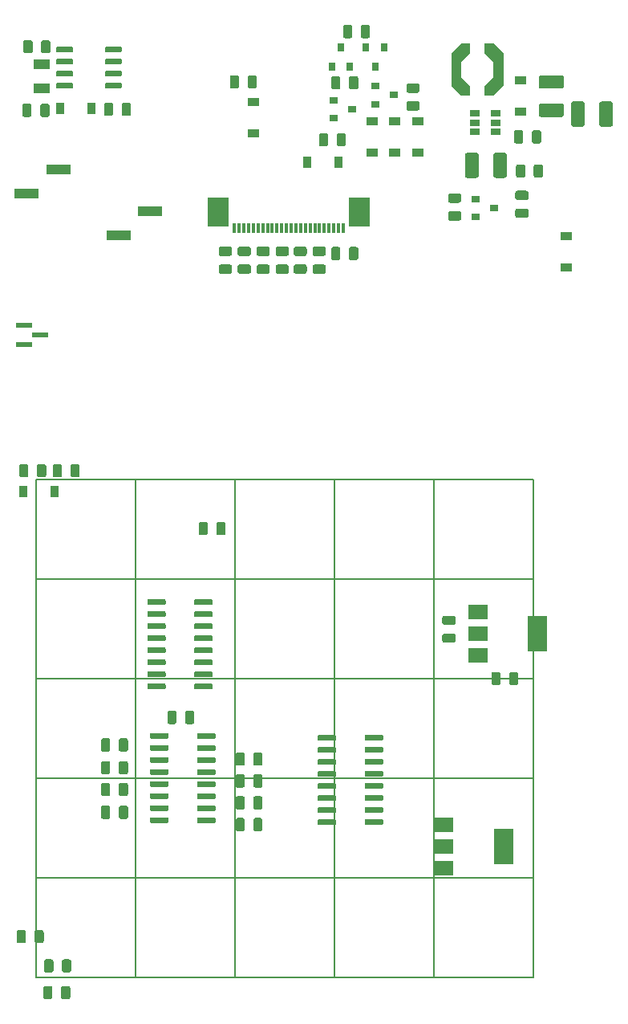
<source format=gbr>
G04 #@! TF.GenerationSoftware,KiCad,Pcbnew,5.1.5+dfsg1-2build2*
G04 #@! TF.CreationDate,2021-11-13T06:25:14+00:00*
G04 #@! TF.ProjectId,psion-org2-main,7073696f-6e2d-46f7-9267-322d6d61696e,rev?*
G04 #@! TF.SameCoordinates,Original*
G04 #@! TF.FileFunction,Paste,Bot*
G04 #@! TF.FilePolarity,Positive*
%FSLAX46Y46*%
G04 Gerber Fmt 4.6, Leading zero omitted, Abs format (unit mm)*
G04 Created by KiCad (PCBNEW 5.1.5+dfsg1-2build2) date 2021-11-13 06:25:14*
%MOMM*%
%LPD*%
G04 APERTURE LIST*
%ADD10C,0.150000*%
%ADD11R,0.900000X1.200000*%
%ADD12R,1.200000X0.900000*%
%ADD13R,1.800000X1.000000*%
%ADD14C,0.100000*%
%ADD15R,0.900000X0.800000*%
%ADD16R,0.800000X0.900000*%
%ADD17R,2.000000X1.500000*%
%ADD18R,2.000000X3.800000*%
%ADD19R,2.510000X1.000000*%
%ADD20R,2.300000X3.100000*%
%ADD21R,0.300000X1.100000*%
%ADD22R,1.060000X0.650000*%
%ADD23R,1.750000X0.600000*%
G04 APERTURE END LIST*
D10*
X146600000Y-114700000D02*
X199100000Y-114700000D01*
X146600000Y-125200000D02*
X146600000Y-114700000D01*
X199100000Y-125200000D02*
X146600000Y-125200000D01*
X146600000Y-135700000D02*
X199100000Y-135700000D01*
X146600000Y-146200000D02*
X146600000Y-135700000D01*
X199100000Y-146200000D02*
X146600000Y-146200000D01*
X188600000Y-104200000D02*
X188600000Y-156700000D01*
X178100000Y-104200000D02*
X188600000Y-104200000D01*
X178100000Y-156700000D02*
X178100000Y-104200000D01*
X167600000Y-156700000D02*
X178100000Y-156700000D01*
X167600000Y-104200000D02*
X167600000Y-156700000D01*
X157100000Y-156700000D02*
X157100000Y-104200000D01*
X146600000Y-104200000D02*
X146600000Y-156700000D01*
X199100000Y-104200000D02*
X146600000Y-104200000D01*
X199100000Y-156700000D02*
X199100000Y-104200000D01*
X146600000Y-156700000D02*
X199100000Y-156700000D01*
D11*
X178550000Y-70800000D03*
X175250000Y-70800000D03*
D12*
X169600000Y-64400000D03*
X169600000Y-67700000D03*
D13*
X147200000Y-60450000D03*
X147200000Y-62950000D03*
D14*
G36*
X155514703Y-62405722D02*
G01*
X155529264Y-62407882D01*
X155543543Y-62411459D01*
X155557403Y-62416418D01*
X155570710Y-62422712D01*
X155583336Y-62430280D01*
X155595159Y-62439048D01*
X155606066Y-62448934D01*
X155615952Y-62459841D01*
X155624720Y-62471664D01*
X155632288Y-62484290D01*
X155638582Y-62497597D01*
X155643541Y-62511457D01*
X155647118Y-62525736D01*
X155649278Y-62540297D01*
X155650000Y-62555000D01*
X155650000Y-62855000D01*
X155649278Y-62869703D01*
X155647118Y-62884264D01*
X155643541Y-62898543D01*
X155638582Y-62912403D01*
X155632288Y-62925710D01*
X155624720Y-62938336D01*
X155615952Y-62950159D01*
X155606066Y-62961066D01*
X155595159Y-62970952D01*
X155583336Y-62979720D01*
X155570710Y-62987288D01*
X155557403Y-62993582D01*
X155543543Y-62998541D01*
X155529264Y-63002118D01*
X155514703Y-63004278D01*
X155500000Y-63005000D01*
X154050000Y-63005000D01*
X154035297Y-63004278D01*
X154020736Y-63002118D01*
X154006457Y-62998541D01*
X153992597Y-62993582D01*
X153979290Y-62987288D01*
X153966664Y-62979720D01*
X153954841Y-62970952D01*
X153943934Y-62961066D01*
X153934048Y-62950159D01*
X153925280Y-62938336D01*
X153917712Y-62925710D01*
X153911418Y-62912403D01*
X153906459Y-62898543D01*
X153902882Y-62884264D01*
X153900722Y-62869703D01*
X153900000Y-62855000D01*
X153900000Y-62555000D01*
X153900722Y-62540297D01*
X153902882Y-62525736D01*
X153906459Y-62511457D01*
X153911418Y-62497597D01*
X153917712Y-62484290D01*
X153925280Y-62471664D01*
X153934048Y-62459841D01*
X153943934Y-62448934D01*
X153954841Y-62439048D01*
X153966664Y-62430280D01*
X153979290Y-62422712D01*
X153992597Y-62416418D01*
X154006457Y-62411459D01*
X154020736Y-62407882D01*
X154035297Y-62405722D01*
X154050000Y-62405000D01*
X155500000Y-62405000D01*
X155514703Y-62405722D01*
G37*
G36*
X155514703Y-61135722D02*
G01*
X155529264Y-61137882D01*
X155543543Y-61141459D01*
X155557403Y-61146418D01*
X155570710Y-61152712D01*
X155583336Y-61160280D01*
X155595159Y-61169048D01*
X155606066Y-61178934D01*
X155615952Y-61189841D01*
X155624720Y-61201664D01*
X155632288Y-61214290D01*
X155638582Y-61227597D01*
X155643541Y-61241457D01*
X155647118Y-61255736D01*
X155649278Y-61270297D01*
X155650000Y-61285000D01*
X155650000Y-61585000D01*
X155649278Y-61599703D01*
X155647118Y-61614264D01*
X155643541Y-61628543D01*
X155638582Y-61642403D01*
X155632288Y-61655710D01*
X155624720Y-61668336D01*
X155615952Y-61680159D01*
X155606066Y-61691066D01*
X155595159Y-61700952D01*
X155583336Y-61709720D01*
X155570710Y-61717288D01*
X155557403Y-61723582D01*
X155543543Y-61728541D01*
X155529264Y-61732118D01*
X155514703Y-61734278D01*
X155500000Y-61735000D01*
X154050000Y-61735000D01*
X154035297Y-61734278D01*
X154020736Y-61732118D01*
X154006457Y-61728541D01*
X153992597Y-61723582D01*
X153979290Y-61717288D01*
X153966664Y-61709720D01*
X153954841Y-61700952D01*
X153943934Y-61691066D01*
X153934048Y-61680159D01*
X153925280Y-61668336D01*
X153917712Y-61655710D01*
X153911418Y-61642403D01*
X153906459Y-61628543D01*
X153902882Y-61614264D01*
X153900722Y-61599703D01*
X153900000Y-61585000D01*
X153900000Y-61285000D01*
X153900722Y-61270297D01*
X153902882Y-61255736D01*
X153906459Y-61241457D01*
X153911418Y-61227597D01*
X153917712Y-61214290D01*
X153925280Y-61201664D01*
X153934048Y-61189841D01*
X153943934Y-61178934D01*
X153954841Y-61169048D01*
X153966664Y-61160280D01*
X153979290Y-61152712D01*
X153992597Y-61146418D01*
X154006457Y-61141459D01*
X154020736Y-61137882D01*
X154035297Y-61135722D01*
X154050000Y-61135000D01*
X155500000Y-61135000D01*
X155514703Y-61135722D01*
G37*
G36*
X155514703Y-59865722D02*
G01*
X155529264Y-59867882D01*
X155543543Y-59871459D01*
X155557403Y-59876418D01*
X155570710Y-59882712D01*
X155583336Y-59890280D01*
X155595159Y-59899048D01*
X155606066Y-59908934D01*
X155615952Y-59919841D01*
X155624720Y-59931664D01*
X155632288Y-59944290D01*
X155638582Y-59957597D01*
X155643541Y-59971457D01*
X155647118Y-59985736D01*
X155649278Y-60000297D01*
X155650000Y-60015000D01*
X155650000Y-60315000D01*
X155649278Y-60329703D01*
X155647118Y-60344264D01*
X155643541Y-60358543D01*
X155638582Y-60372403D01*
X155632288Y-60385710D01*
X155624720Y-60398336D01*
X155615952Y-60410159D01*
X155606066Y-60421066D01*
X155595159Y-60430952D01*
X155583336Y-60439720D01*
X155570710Y-60447288D01*
X155557403Y-60453582D01*
X155543543Y-60458541D01*
X155529264Y-60462118D01*
X155514703Y-60464278D01*
X155500000Y-60465000D01*
X154050000Y-60465000D01*
X154035297Y-60464278D01*
X154020736Y-60462118D01*
X154006457Y-60458541D01*
X153992597Y-60453582D01*
X153979290Y-60447288D01*
X153966664Y-60439720D01*
X153954841Y-60430952D01*
X153943934Y-60421066D01*
X153934048Y-60410159D01*
X153925280Y-60398336D01*
X153917712Y-60385710D01*
X153911418Y-60372403D01*
X153906459Y-60358543D01*
X153902882Y-60344264D01*
X153900722Y-60329703D01*
X153900000Y-60315000D01*
X153900000Y-60015000D01*
X153900722Y-60000297D01*
X153902882Y-59985736D01*
X153906459Y-59971457D01*
X153911418Y-59957597D01*
X153917712Y-59944290D01*
X153925280Y-59931664D01*
X153934048Y-59919841D01*
X153943934Y-59908934D01*
X153954841Y-59899048D01*
X153966664Y-59890280D01*
X153979290Y-59882712D01*
X153992597Y-59876418D01*
X154006457Y-59871459D01*
X154020736Y-59867882D01*
X154035297Y-59865722D01*
X154050000Y-59865000D01*
X155500000Y-59865000D01*
X155514703Y-59865722D01*
G37*
G36*
X155514703Y-58595722D02*
G01*
X155529264Y-58597882D01*
X155543543Y-58601459D01*
X155557403Y-58606418D01*
X155570710Y-58612712D01*
X155583336Y-58620280D01*
X155595159Y-58629048D01*
X155606066Y-58638934D01*
X155615952Y-58649841D01*
X155624720Y-58661664D01*
X155632288Y-58674290D01*
X155638582Y-58687597D01*
X155643541Y-58701457D01*
X155647118Y-58715736D01*
X155649278Y-58730297D01*
X155650000Y-58745000D01*
X155650000Y-59045000D01*
X155649278Y-59059703D01*
X155647118Y-59074264D01*
X155643541Y-59088543D01*
X155638582Y-59102403D01*
X155632288Y-59115710D01*
X155624720Y-59128336D01*
X155615952Y-59140159D01*
X155606066Y-59151066D01*
X155595159Y-59160952D01*
X155583336Y-59169720D01*
X155570710Y-59177288D01*
X155557403Y-59183582D01*
X155543543Y-59188541D01*
X155529264Y-59192118D01*
X155514703Y-59194278D01*
X155500000Y-59195000D01*
X154050000Y-59195000D01*
X154035297Y-59194278D01*
X154020736Y-59192118D01*
X154006457Y-59188541D01*
X153992597Y-59183582D01*
X153979290Y-59177288D01*
X153966664Y-59169720D01*
X153954841Y-59160952D01*
X153943934Y-59151066D01*
X153934048Y-59140159D01*
X153925280Y-59128336D01*
X153917712Y-59115710D01*
X153911418Y-59102403D01*
X153906459Y-59088543D01*
X153902882Y-59074264D01*
X153900722Y-59059703D01*
X153900000Y-59045000D01*
X153900000Y-58745000D01*
X153900722Y-58730297D01*
X153902882Y-58715736D01*
X153906459Y-58701457D01*
X153911418Y-58687597D01*
X153917712Y-58674290D01*
X153925280Y-58661664D01*
X153934048Y-58649841D01*
X153943934Y-58638934D01*
X153954841Y-58629048D01*
X153966664Y-58620280D01*
X153979290Y-58612712D01*
X153992597Y-58606418D01*
X154006457Y-58601459D01*
X154020736Y-58597882D01*
X154035297Y-58595722D01*
X154050000Y-58595000D01*
X155500000Y-58595000D01*
X155514703Y-58595722D01*
G37*
G36*
X150364703Y-58595722D02*
G01*
X150379264Y-58597882D01*
X150393543Y-58601459D01*
X150407403Y-58606418D01*
X150420710Y-58612712D01*
X150433336Y-58620280D01*
X150445159Y-58629048D01*
X150456066Y-58638934D01*
X150465952Y-58649841D01*
X150474720Y-58661664D01*
X150482288Y-58674290D01*
X150488582Y-58687597D01*
X150493541Y-58701457D01*
X150497118Y-58715736D01*
X150499278Y-58730297D01*
X150500000Y-58745000D01*
X150500000Y-59045000D01*
X150499278Y-59059703D01*
X150497118Y-59074264D01*
X150493541Y-59088543D01*
X150488582Y-59102403D01*
X150482288Y-59115710D01*
X150474720Y-59128336D01*
X150465952Y-59140159D01*
X150456066Y-59151066D01*
X150445159Y-59160952D01*
X150433336Y-59169720D01*
X150420710Y-59177288D01*
X150407403Y-59183582D01*
X150393543Y-59188541D01*
X150379264Y-59192118D01*
X150364703Y-59194278D01*
X150350000Y-59195000D01*
X148900000Y-59195000D01*
X148885297Y-59194278D01*
X148870736Y-59192118D01*
X148856457Y-59188541D01*
X148842597Y-59183582D01*
X148829290Y-59177288D01*
X148816664Y-59169720D01*
X148804841Y-59160952D01*
X148793934Y-59151066D01*
X148784048Y-59140159D01*
X148775280Y-59128336D01*
X148767712Y-59115710D01*
X148761418Y-59102403D01*
X148756459Y-59088543D01*
X148752882Y-59074264D01*
X148750722Y-59059703D01*
X148750000Y-59045000D01*
X148750000Y-58745000D01*
X148750722Y-58730297D01*
X148752882Y-58715736D01*
X148756459Y-58701457D01*
X148761418Y-58687597D01*
X148767712Y-58674290D01*
X148775280Y-58661664D01*
X148784048Y-58649841D01*
X148793934Y-58638934D01*
X148804841Y-58629048D01*
X148816664Y-58620280D01*
X148829290Y-58612712D01*
X148842597Y-58606418D01*
X148856457Y-58601459D01*
X148870736Y-58597882D01*
X148885297Y-58595722D01*
X148900000Y-58595000D01*
X150350000Y-58595000D01*
X150364703Y-58595722D01*
G37*
G36*
X150364703Y-59865722D02*
G01*
X150379264Y-59867882D01*
X150393543Y-59871459D01*
X150407403Y-59876418D01*
X150420710Y-59882712D01*
X150433336Y-59890280D01*
X150445159Y-59899048D01*
X150456066Y-59908934D01*
X150465952Y-59919841D01*
X150474720Y-59931664D01*
X150482288Y-59944290D01*
X150488582Y-59957597D01*
X150493541Y-59971457D01*
X150497118Y-59985736D01*
X150499278Y-60000297D01*
X150500000Y-60015000D01*
X150500000Y-60315000D01*
X150499278Y-60329703D01*
X150497118Y-60344264D01*
X150493541Y-60358543D01*
X150488582Y-60372403D01*
X150482288Y-60385710D01*
X150474720Y-60398336D01*
X150465952Y-60410159D01*
X150456066Y-60421066D01*
X150445159Y-60430952D01*
X150433336Y-60439720D01*
X150420710Y-60447288D01*
X150407403Y-60453582D01*
X150393543Y-60458541D01*
X150379264Y-60462118D01*
X150364703Y-60464278D01*
X150350000Y-60465000D01*
X148900000Y-60465000D01*
X148885297Y-60464278D01*
X148870736Y-60462118D01*
X148856457Y-60458541D01*
X148842597Y-60453582D01*
X148829290Y-60447288D01*
X148816664Y-60439720D01*
X148804841Y-60430952D01*
X148793934Y-60421066D01*
X148784048Y-60410159D01*
X148775280Y-60398336D01*
X148767712Y-60385710D01*
X148761418Y-60372403D01*
X148756459Y-60358543D01*
X148752882Y-60344264D01*
X148750722Y-60329703D01*
X148750000Y-60315000D01*
X148750000Y-60015000D01*
X148750722Y-60000297D01*
X148752882Y-59985736D01*
X148756459Y-59971457D01*
X148761418Y-59957597D01*
X148767712Y-59944290D01*
X148775280Y-59931664D01*
X148784048Y-59919841D01*
X148793934Y-59908934D01*
X148804841Y-59899048D01*
X148816664Y-59890280D01*
X148829290Y-59882712D01*
X148842597Y-59876418D01*
X148856457Y-59871459D01*
X148870736Y-59867882D01*
X148885297Y-59865722D01*
X148900000Y-59865000D01*
X150350000Y-59865000D01*
X150364703Y-59865722D01*
G37*
G36*
X150364703Y-61135722D02*
G01*
X150379264Y-61137882D01*
X150393543Y-61141459D01*
X150407403Y-61146418D01*
X150420710Y-61152712D01*
X150433336Y-61160280D01*
X150445159Y-61169048D01*
X150456066Y-61178934D01*
X150465952Y-61189841D01*
X150474720Y-61201664D01*
X150482288Y-61214290D01*
X150488582Y-61227597D01*
X150493541Y-61241457D01*
X150497118Y-61255736D01*
X150499278Y-61270297D01*
X150500000Y-61285000D01*
X150500000Y-61585000D01*
X150499278Y-61599703D01*
X150497118Y-61614264D01*
X150493541Y-61628543D01*
X150488582Y-61642403D01*
X150482288Y-61655710D01*
X150474720Y-61668336D01*
X150465952Y-61680159D01*
X150456066Y-61691066D01*
X150445159Y-61700952D01*
X150433336Y-61709720D01*
X150420710Y-61717288D01*
X150407403Y-61723582D01*
X150393543Y-61728541D01*
X150379264Y-61732118D01*
X150364703Y-61734278D01*
X150350000Y-61735000D01*
X148900000Y-61735000D01*
X148885297Y-61734278D01*
X148870736Y-61732118D01*
X148856457Y-61728541D01*
X148842597Y-61723582D01*
X148829290Y-61717288D01*
X148816664Y-61709720D01*
X148804841Y-61700952D01*
X148793934Y-61691066D01*
X148784048Y-61680159D01*
X148775280Y-61668336D01*
X148767712Y-61655710D01*
X148761418Y-61642403D01*
X148756459Y-61628543D01*
X148752882Y-61614264D01*
X148750722Y-61599703D01*
X148750000Y-61585000D01*
X148750000Y-61285000D01*
X148750722Y-61270297D01*
X148752882Y-61255736D01*
X148756459Y-61241457D01*
X148761418Y-61227597D01*
X148767712Y-61214290D01*
X148775280Y-61201664D01*
X148784048Y-61189841D01*
X148793934Y-61178934D01*
X148804841Y-61169048D01*
X148816664Y-61160280D01*
X148829290Y-61152712D01*
X148842597Y-61146418D01*
X148856457Y-61141459D01*
X148870736Y-61137882D01*
X148885297Y-61135722D01*
X148900000Y-61135000D01*
X150350000Y-61135000D01*
X150364703Y-61135722D01*
G37*
G36*
X150364703Y-62405722D02*
G01*
X150379264Y-62407882D01*
X150393543Y-62411459D01*
X150407403Y-62416418D01*
X150420710Y-62422712D01*
X150433336Y-62430280D01*
X150445159Y-62439048D01*
X150456066Y-62448934D01*
X150465952Y-62459841D01*
X150474720Y-62471664D01*
X150482288Y-62484290D01*
X150488582Y-62497597D01*
X150493541Y-62511457D01*
X150497118Y-62525736D01*
X150499278Y-62540297D01*
X150500000Y-62555000D01*
X150500000Y-62855000D01*
X150499278Y-62869703D01*
X150497118Y-62884264D01*
X150493541Y-62898543D01*
X150488582Y-62912403D01*
X150482288Y-62925710D01*
X150474720Y-62938336D01*
X150465952Y-62950159D01*
X150456066Y-62961066D01*
X150445159Y-62970952D01*
X150433336Y-62979720D01*
X150420710Y-62987288D01*
X150407403Y-62993582D01*
X150393543Y-62998541D01*
X150379264Y-63002118D01*
X150364703Y-63004278D01*
X150350000Y-63005000D01*
X148900000Y-63005000D01*
X148885297Y-63004278D01*
X148870736Y-63002118D01*
X148856457Y-62998541D01*
X148842597Y-62993582D01*
X148829290Y-62987288D01*
X148816664Y-62979720D01*
X148804841Y-62970952D01*
X148793934Y-62961066D01*
X148784048Y-62950159D01*
X148775280Y-62938336D01*
X148767712Y-62925710D01*
X148761418Y-62912403D01*
X148756459Y-62898543D01*
X148752882Y-62884264D01*
X148750722Y-62869703D01*
X148750000Y-62855000D01*
X148750000Y-62555000D01*
X148750722Y-62540297D01*
X148752882Y-62525736D01*
X148756459Y-62511457D01*
X148761418Y-62497597D01*
X148767712Y-62484290D01*
X148775280Y-62471664D01*
X148784048Y-62459841D01*
X148793934Y-62448934D01*
X148804841Y-62439048D01*
X148816664Y-62430280D01*
X148829290Y-62422712D01*
X148842597Y-62416418D01*
X148856457Y-62411459D01*
X148870736Y-62407882D01*
X148885297Y-62405722D01*
X148900000Y-62405000D01*
X150350000Y-62405000D01*
X150364703Y-62405722D01*
G37*
G36*
X156405142Y-64501174D02*
G01*
X156428803Y-64504684D01*
X156452007Y-64510496D01*
X156474529Y-64518554D01*
X156496153Y-64528782D01*
X156516670Y-64541079D01*
X156535883Y-64555329D01*
X156553607Y-64571393D01*
X156569671Y-64589117D01*
X156583921Y-64608330D01*
X156596218Y-64628847D01*
X156606446Y-64650471D01*
X156614504Y-64672993D01*
X156620316Y-64696197D01*
X156623826Y-64719858D01*
X156625000Y-64743750D01*
X156625000Y-65656250D01*
X156623826Y-65680142D01*
X156620316Y-65703803D01*
X156614504Y-65727007D01*
X156606446Y-65749529D01*
X156596218Y-65771153D01*
X156583921Y-65791670D01*
X156569671Y-65810883D01*
X156553607Y-65828607D01*
X156535883Y-65844671D01*
X156516670Y-65858921D01*
X156496153Y-65871218D01*
X156474529Y-65881446D01*
X156452007Y-65889504D01*
X156428803Y-65895316D01*
X156405142Y-65898826D01*
X156381250Y-65900000D01*
X155893750Y-65900000D01*
X155869858Y-65898826D01*
X155846197Y-65895316D01*
X155822993Y-65889504D01*
X155800471Y-65881446D01*
X155778847Y-65871218D01*
X155758330Y-65858921D01*
X155739117Y-65844671D01*
X155721393Y-65828607D01*
X155705329Y-65810883D01*
X155691079Y-65791670D01*
X155678782Y-65771153D01*
X155668554Y-65749529D01*
X155660496Y-65727007D01*
X155654684Y-65703803D01*
X155651174Y-65680142D01*
X155650000Y-65656250D01*
X155650000Y-64743750D01*
X155651174Y-64719858D01*
X155654684Y-64696197D01*
X155660496Y-64672993D01*
X155668554Y-64650471D01*
X155678782Y-64628847D01*
X155691079Y-64608330D01*
X155705329Y-64589117D01*
X155721393Y-64571393D01*
X155739117Y-64555329D01*
X155758330Y-64541079D01*
X155778847Y-64528782D01*
X155800471Y-64518554D01*
X155822993Y-64510496D01*
X155846197Y-64504684D01*
X155869858Y-64501174D01*
X155893750Y-64500000D01*
X156381250Y-64500000D01*
X156405142Y-64501174D01*
G37*
G36*
X154530142Y-64501174D02*
G01*
X154553803Y-64504684D01*
X154577007Y-64510496D01*
X154599529Y-64518554D01*
X154621153Y-64528782D01*
X154641670Y-64541079D01*
X154660883Y-64555329D01*
X154678607Y-64571393D01*
X154694671Y-64589117D01*
X154708921Y-64608330D01*
X154721218Y-64628847D01*
X154731446Y-64650471D01*
X154739504Y-64672993D01*
X154745316Y-64696197D01*
X154748826Y-64719858D01*
X154750000Y-64743750D01*
X154750000Y-65656250D01*
X154748826Y-65680142D01*
X154745316Y-65703803D01*
X154739504Y-65727007D01*
X154731446Y-65749529D01*
X154721218Y-65771153D01*
X154708921Y-65791670D01*
X154694671Y-65810883D01*
X154678607Y-65828607D01*
X154660883Y-65844671D01*
X154641670Y-65858921D01*
X154621153Y-65871218D01*
X154599529Y-65881446D01*
X154577007Y-65889504D01*
X154553803Y-65895316D01*
X154530142Y-65898826D01*
X154506250Y-65900000D01*
X154018750Y-65900000D01*
X153994858Y-65898826D01*
X153971197Y-65895316D01*
X153947993Y-65889504D01*
X153925471Y-65881446D01*
X153903847Y-65871218D01*
X153883330Y-65858921D01*
X153864117Y-65844671D01*
X153846393Y-65828607D01*
X153830329Y-65810883D01*
X153816079Y-65791670D01*
X153803782Y-65771153D01*
X153793554Y-65749529D01*
X153785496Y-65727007D01*
X153779684Y-65703803D01*
X153776174Y-65680142D01*
X153775000Y-65656250D01*
X153775000Y-64743750D01*
X153776174Y-64719858D01*
X153779684Y-64696197D01*
X153785496Y-64672993D01*
X153793554Y-64650471D01*
X153803782Y-64628847D01*
X153816079Y-64608330D01*
X153830329Y-64589117D01*
X153846393Y-64571393D01*
X153864117Y-64555329D01*
X153883330Y-64541079D01*
X153903847Y-64528782D01*
X153925471Y-64518554D01*
X153947993Y-64510496D01*
X153971197Y-64504684D01*
X153994858Y-64501174D01*
X154018750Y-64500000D01*
X154506250Y-64500000D01*
X154530142Y-64501174D01*
G37*
G36*
X167830142Y-61601174D02*
G01*
X167853803Y-61604684D01*
X167877007Y-61610496D01*
X167899529Y-61618554D01*
X167921153Y-61628782D01*
X167941670Y-61641079D01*
X167960883Y-61655329D01*
X167978607Y-61671393D01*
X167994671Y-61689117D01*
X168008921Y-61708330D01*
X168021218Y-61728847D01*
X168031446Y-61750471D01*
X168039504Y-61772993D01*
X168045316Y-61796197D01*
X168048826Y-61819858D01*
X168050000Y-61843750D01*
X168050000Y-62756250D01*
X168048826Y-62780142D01*
X168045316Y-62803803D01*
X168039504Y-62827007D01*
X168031446Y-62849529D01*
X168021218Y-62871153D01*
X168008921Y-62891670D01*
X167994671Y-62910883D01*
X167978607Y-62928607D01*
X167960883Y-62944671D01*
X167941670Y-62958921D01*
X167921153Y-62971218D01*
X167899529Y-62981446D01*
X167877007Y-62989504D01*
X167853803Y-62995316D01*
X167830142Y-62998826D01*
X167806250Y-63000000D01*
X167318750Y-63000000D01*
X167294858Y-62998826D01*
X167271197Y-62995316D01*
X167247993Y-62989504D01*
X167225471Y-62981446D01*
X167203847Y-62971218D01*
X167183330Y-62958921D01*
X167164117Y-62944671D01*
X167146393Y-62928607D01*
X167130329Y-62910883D01*
X167116079Y-62891670D01*
X167103782Y-62871153D01*
X167093554Y-62849529D01*
X167085496Y-62827007D01*
X167079684Y-62803803D01*
X167076174Y-62780142D01*
X167075000Y-62756250D01*
X167075000Y-61843750D01*
X167076174Y-61819858D01*
X167079684Y-61796197D01*
X167085496Y-61772993D01*
X167093554Y-61750471D01*
X167103782Y-61728847D01*
X167116079Y-61708330D01*
X167130329Y-61689117D01*
X167146393Y-61671393D01*
X167164117Y-61655329D01*
X167183330Y-61641079D01*
X167203847Y-61628782D01*
X167225471Y-61618554D01*
X167247993Y-61610496D01*
X167271197Y-61604684D01*
X167294858Y-61601174D01*
X167318750Y-61600000D01*
X167806250Y-61600000D01*
X167830142Y-61601174D01*
G37*
G36*
X169705142Y-61601174D02*
G01*
X169728803Y-61604684D01*
X169752007Y-61610496D01*
X169774529Y-61618554D01*
X169796153Y-61628782D01*
X169816670Y-61641079D01*
X169835883Y-61655329D01*
X169853607Y-61671393D01*
X169869671Y-61689117D01*
X169883921Y-61708330D01*
X169896218Y-61728847D01*
X169906446Y-61750471D01*
X169914504Y-61772993D01*
X169920316Y-61796197D01*
X169923826Y-61819858D01*
X169925000Y-61843750D01*
X169925000Y-62756250D01*
X169923826Y-62780142D01*
X169920316Y-62803803D01*
X169914504Y-62827007D01*
X169906446Y-62849529D01*
X169896218Y-62871153D01*
X169883921Y-62891670D01*
X169869671Y-62910883D01*
X169853607Y-62928607D01*
X169835883Y-62944671D01*
X169816670Y-62958921D01*
X169796153Y-62971218D01*
X169774529Y-62981446D01*
X169752007Y-62989504D01*
X169728803Y-62995316D01*
X169705142Y-62998826D01*
X169681250Y-63000000D01*
X169193750Y-63000000D01*
X169169858Y-62998826D01*
X169146197Y-62995316D01*
X169122993Y-62989504D01*
X169100471Y-62981446D01*
X169078847Y-62971218D01*
X169058330Y-62958921D01*
X169039117Y-62944671D01*
X169021393Y-62928607D01*
X169005329Y-62910883D01*
X168991079Y-62891670D01*
X168978782Y-62871153D01*
X168968554Y-62849529D01*
X168960496Y-62827007D01*
X168954684Y-62803803D01*
X168951174Y-62780142D01*
X168950000Y-62756250D01*
X168950000Y-61843750D01*
X168951174Y-61819858D01*
X168954684Y-61796197D01*
X168960496Y-61772993D01*
X168968554Y-61750471D01*
X168978782Y-61728847D01*
X168991079Y-61708330D01*
X169005329Y-61689117D01*
X169021393Y-61671393D01*
X169039117Y-61655329D01*
X169058330Y-61641079D01*
X169078847Y-61628782D01*
X169100471Y-61618554D01*
X169122993Y-61610496D01*
X169146197Y-61604684D01*
X169169858Y-61601174D01*
X169193750Y-61600000D01*
X169681250Y-61600000D01*
X169705142Y-61601174D01*
G37*
G36*
X180405142Y-61701174D02*
G01*
X180428803Y-61704684D01*
X180452007Y-61710496D01*
X180474529Y-61718554D01*
X180496153Y-61728782D01*
X180516670Y-61741079D01*
X180535883Y-61755329D01*
X180553607Y-61771393D01*
X180569671Y-61789117D01*
X180583921Y-61808330D01*
X180596218Y-61828847D01*
X180606446Y-61850471D01*
X180614504Y-61872993D01*
X180620316Y-61896197D01*
X180623826Y-61919858D01*
X180625000Y-61943750D01*
X180625000Y-62856250D01*
X180623826Y-62880142D01*
X180620316Y-62903803D01*
X180614504Y-62927007D01*
X180606446Y-62949529D01*
X180596218Y-62971153D01*
X180583921Y-62991670D01*
X180569671Y-63010883D01*
X180553607Y-63028607D01*
X180535883Y-63044671D01*
X180516670Y-63058921D01*
X180496153Y-63071218D01*
X180474529Y-63081446D01*
X180452007Y-63089504D01*
X180428803Y-63095316D01*
X180405142Y-63098826D01*
X180381250Y-63100000D01*
X179893750Y-63100000D01*
X179869858Y-63098826D01*
X179846197Y-63095316D01*
X179822993Y-63089504D01*
X179800471Y-63081446D01*
X179778847Y-63071218D01*
X179758330Y-63058921D01*
X179739117Y-63044671D01*
X179721393Y-63028607D01*
X179705329Y-63010883D01*
X179691079Y-62991670D01*
X179678782Y-62971153D01*
X179668554Y-62949529D01*
X179660496Y-62927007D01*
X179654684Y-62903803D01*
X179651174Y-62880142D01*
X179650000Y-62856250D01*
X179650000Y-61943750D01*
X179651174Y-61919858D01*
X179654684Y-61896197D01*
X179660496Y-61872993D01*
X179668554Y-61850471D01*
X179678782Y-61828847D01*
X179691079Y-61808330D01*
X179705329Y-61789117D01*
X179721393Y-61771393D01*
X179739117Y-61755329D01*
X179758330Y-61741079D01*
X179778847Y-61728782D01*
X179800471Y-61718554D01*
X179822993Y-61710496D01*
X179846197Y-61704684D01*
X179869858Y-61701174D01*
X179893750Y-61700000D01*
X180381250Y-61700000D01*
X180405142Y-61701174D01*
G37*
G36*
X178530142Y-61701174D02*
G01*
X178553803Y-61704684D01*
X178577007Y-61710496D01*
X178599529Y-61718554D01*
X178621153Y-61728782D01*
X178641670Y-61741079D01*
X178660883Y-61755329D01*
X178678607Y-61771393D01*
X178694671Y-61789117D01*
X178708921Y-61808330D01*
X178721218Y-61828847D01*
X178731446Y-61850471D01*
X178739504Y-61872993D01*
X178745316Y-61896197D01*
X178748826Y-61919858D01*
X178750000Y-61943750D01*
X178750000Y-62856250D01*
X178748826Y-62880142D01*
X178745316Y-62903803D01*
X178739504Y-62927007D01*
X178731446Y-62949529D01*
X178721218Y-62971153D01*
X178708921Y-62991670D01*
X178694671Y-63010883D01*
X178678607Y-63028607D01*
X178660883Y-63044671D01*
X178641670Y-63058921D01*
X178621153Y-63071218D01*
X178599529Y-63081446D01*
X178577007Y-63089504D01*
X178553803Y-63095316D01*
X178530142Y-63098826D01*
X178506250Y-63100000D01*
X178018750Y-63100000D01*
X177994858Y-63098826D01*
X177971197Y-63095316D01*
X177947993Y-63089504D01*
X177925471Y-63081446D01*
X177903847Y-63071218D01*
X177883330Y-63058921D01*
X177864117Y-63044671D01*
X177846393Y-63028607D01*
X177830329Y-63010883D01*
X177816079Y-62991670D01*
X177803782Y-62971153D01*
X177793554Y-62949529D01*
X177785496Y-62927007D01*
X177779684Y-62903803D01*
X177776174Y-62880142D01*
X177775000Y-62856250D01*
X177775000Y-61943750D01*
X177776174Y-61919858D01*
X177779684Y-61896197D01*
X177785496Y-61872993D01*
X177793554Y-61850471D01*
X177803782Y-61828847D01*
X177816079Y-61808330D01*
X177830329Y-61789117D01*
X177846393Y-61771393D01*
X177864117Y-61755329D01*
X177883330Y-61741079D01*
X177903847Y-61728782D01*
X177925471Y-61718554D01*
X177947993Y-61710496D01*
X177971197Y-61704684D01*
X177994858Y-61701174D01*
X178018750Y-61700000D01*
X178506250Y-61700000D01*
X178530142Y-61701174D01*
G37*
G36*
X179105142Y-67701174D02*
G01*
X179128803Y-67704684D01*
X179152007Y-67710496D01*
X179174529Y-67718554D01*
X179196153Y-67728782D01*
X179216670Y-67741079D01*
X179235883Y-67755329D01*
X179253607Y-67771393D01*
X179269671Y-67789117D01*
X179283921Y-67808330D01*
X179296218Y-67828847D01*
X179306446Y-67850471D01*
X179314504Y-67872993D01*
X179320316Y-67896197D01*
X179323826Y-67919858D01*
X179325000Y-67943750D01*
X179325000Y-68856250D01*
X179323826Y-68880142D01*
X179320316Y-68903803D01*
X179314504Y-68927007D01*
X179306446Y-68949529D01*
X179296218Y-68971153D01*
X179283921Y-68991670D01*
X179269671Y-69010883D01*
X179253607Y-69028607D01*
X179235883Y-69044671D01*
X179216670Y-69058921D01*
X179196153Y-69071218D01*
X179174529Y-69081446D01*
X179152007Y-69089504D01*
X179128803Y-69095316D01*
X179105142Y-69098826D01*
X179081250Y-69100000D01*
X178593750Y-69100000D01*
X178569858Y-69098826D01*
X178546197Y-69095316D01*
X178522993Y-69089504D01*
X178500471Y-69081446D01*
X178478847Y-69071218D01*
X178458330Y-69058921D01*
X178439117Y-69044671D01*
X178421393Y-69028607D01*
X178405329Y-69010883D01*
X178391079Y-68991670D01*
X178378782Y-68971153D01*
X178368554Y-68949529D01*
X178360496Y-68927007D01*
X178354684Y-68903803D01*
X178351174Y-68880142D01*
X178350000Y-68856250D01*
X178350000Y-67943750D01*
X178351174Y-67919858D01*
X178354684Y-67896197D01*
X178360496Y-67872993D01*
X178368554Y-67850471D01*
X178378782Y-67828847D01*
X178391079Y-67808330D01*
X178405329Y-67789117D01*
X178421393Y-67771393D01*
X178439117Y-67755329D01*
X178458330Y-67741079D01*
X178478847Y-67728782D01*
X178500471Y-67718554D01*
X178522993Y-67710496D01*
X178546197Y-67704684D01*
X178569858Y-67701174D01*
X178593750Y-67700000D01*
X179081250Y-67700000D01*
X179105142Y-67701174D01*
G37*
G36*
X177230142Y-67701174D02*
G01*
X177253803Y-67704684D01*
X177277007Y-67710496D01*
X177299529Y-67718554D01*
X177321153Y-67728782D01*
X177341670Y-67741079D01*
X177360883Y-67755329D01*
X177378607Y-67771393D01*
X177394671Y-67789117D01*
X177408921Y-67808330D01*
X177421218Y-67828847D01*
X177431446Y-67850471D01*
X177439504Y-67872993D01*
X177445316Y-67896197D01*
X177448826Y-67919858D01*
X177450000Y-67943750D01*
X177450000Y-68856250D01*
X177448826Y-68880142D01*
X177445316Y-68903803D01*
X177439504Y-68927007D01*
X177431446Y-68949529D01*
X177421218Y-68971153D01*
X177408921Y-68991670D01*
X177394671Y-69010883D01*
X177378607Y-69028607D01*
X177360883Y-69044671D01*
X177341670Y-69058921D01*
X177321153Y-69071218D01*
X177299529Y-69081446D01*
X177277007Y-69089504D01*
X177253803Y-69095316D01*
X177230142Y-69098826D01*
X177206250Y-69100000D01*
X176718750Y-69100000D01*
X176694858Y-69098826D01*
X176671197Y-69095316D01*
X176647993Y-69089504D01*
X176625471Y-69081446D01*
X176603847Y-69071218D01*
X176583330Y-69058921D01*
X176564117Y-69044671D01*
X176546393Y-69028607D01*
X176530329Y-69010883D01*
X176516079Y-68991670D01*
X176503782Y-68971153D01*
X176493554Y-68949529D01*
X176485496Y-68927007D01*
X176479684Y-68903803D01*
X176476174Y-68880142D01*
X176475000Y-68856250D01*
X176475000Y-67943750D01*
X176476174Y-67919858D01*
X176479684Y-67896197D01*
X176485496Y-67872993D01*
X176493554Y-67850471D01*
X176503782Y-67828847D01*
X176516079Y-67808330D01*
X176530329Y-67789117D01*
X176546393Y-67771393D01*
X176564117Y-67755329D01*
X176583330Y-67741079D01*
X176603847Y-67728782D01*
X176625471Y-67718554D01*
X176647993Y-67710496D01*
X176671197Y-67704684D01*
X176694858Y-67701174D01*
X176718750Y-67700000D01*
X177206250Y-67700000D01*
X177230142Y-67701174D01*
G37*
D15*
X180000000Y-65200000D03*
X178000000Y-64250000D03*
X178000000Y-66150000D03*
D11*
X149150000Y-65100000D03*
X152450000Y-65100000D03*
D14*
G36*
X145930142Y-64601174D02*
G01*
X145953803Y-64604684D01*
X145977007Y-64610496D01*
X145999529Y-64618554D01*
X146021153Y-64628782D01*
X146041670Y-64641079D01*
X146060883Y-64655329D01*
X146078607Y-64671393D01*
X146094671Y-64689117D01*
X146108921Y-64708330D01*
X146121218Y-64728847D01*
X146131446Y-64750471D01*
X146139504Y-64772993D01*
X146145316Y-64796197D01*
X146148826Y-64819858D01*
X146150000Y-64843750D01*
X146150000Y-65756250D01*
X146148826Y-65780142D01*
X146145316Y-65803803D01*
X146139504Y-65827007D01*
X146131446Y-65849529D01*
X146121218Y-65871153D01*
X146108921Y-65891670D01*
X146094671Y-65910883D01*
X146078607Y-65928607D01*
X146060883Y-65944671D01*
X146041670Y-65958921D01*
X146021153Y-65971218D01*
X145999529Y-65981446D01*
X145977007Y-65989504D01*
X145953803Y-65995316D01*
X145930142Y-65998826D01*
X145906250Y-66000000D01*
X145418750Y-66000000D01*
X145394858Y-65998826D01*
X145371197Y-65995316D01*
X145347993Y-65989504D01*
X145325471Y-65981446D01*
X145303847Y-65971218D01*
X145283330Y-65958921D01*
X145264117Y-65944671D01*
X145246393Y-65928607D01*
X145230329Y-65910883D01*
X145216079Y-65891670D01*
X145203782Y-65871153D01*
X145193554Y-65849529D01*
X145185496Y-65827007D01*
X145179684Y-65803803D01*
X145176174Y-65780142D01*
X145175000Y-65756250D01*
X145175000Y-64843750D01*
X145176174Y-64819858D01*
X145179684Y-64796197D01*
X145185496Y-64772993D01*
X145193554Y-64750471D01*
X145203782Y-64728847D01*
X145216079Y-64708330D01*
X145230329Y-64689117D01*
X145246393Y-64671393D01*
X145264117Y-64655329D01*
X145283330Y-64641079D01*
X145303847Y-64628782D01*
X145325471Y-64618554D01*
X145347993Y-64610496D01*
X145371197Y-64604684D01*
X145394858Y-64601174D01*
X145418750Y-64600000D01*
X145906250Y-64600000D01*
X145930142Y-64601174D01*
G37*
G36*
X147805142Y-64601174D02*
G01*
X147828803Y-64604684D01*
X147852007Y-64610496D01*
X147874529Y-64618554D01*
X147896153Y-64628782D01*
X147916670Y-64641079D01*
X147935883Y-64655329D01*
X147953607Y-64671393D01*
X147969671Y-64689117D01*
X147983921Y-64708330D01*
X147996218Y-64728847D01*
X148006446Y-64750471D01*
X148014504Y-64772993D01*
X148020316Y-64796197D01*
X148023826Y-64819858D01*
X148025000Y-64843750D01*
X148025000Y-65756250D01*
X148023826Y-65780142D01*
X148020316Y-65803803D01*
X148014504Y-65827007D01*
X148006446Y-65849529D01*
X147996218Y-65871153D01*
X147983921Y-65891670D01*
X147969671Y-65910883D01*
X147953607Y-65928607D01*
X147935883Y-65944671D01*
X147916670Y-65958921D01*
X147896153Y-65971218D01*
X147874529Y-65981446D01*
X147852007Y-65989504D01*
X147828803Y-65995316D01*
X147805142Y-65998826D01*
X147781250Y-66000000D01*
X147293750Y-66000000D01*
X147269858Y-65998826D01*
X147246197Y-65995316D01*
X147222993Y-65989504D01*
X147200471Y-65981446D01*
X147178847Y-65971218D01*
X147158330Y-65958921D01*
X147139117Y-65944671D01*
X147121393Y-65928607D01*
X147105329Y-65910883D01*
X147091079Y-65891670D01*
X147078782Y-65871153D01*
X147068554Y-65849529D01*
X147060496Y-65827007D01*
X147054684Y-65803803D01*
X147051174Y-65780142D01*
X147050000Y-65756250D01*
X147050000Y-64843750D01*
X147051174Y-64819858D01*
X147054684Y-64796197D01*
X147060496Y-64772993D01*
X147068554Y-64750471D01*
X147078782Y-64728847D01*
X147091079Y-64708330D01*
X147105329Y-64689117D01*
X147121393Y-64671393D01*
X147139117Y-64655329D01*
X147158330Y-64641079D01*
X147178847Y-64628782D01*
X147200471Y-64618554D01*
X147222993Y-64610496D01*
X147246197Y-64604684D01*
X147269858Y-64601174D01*
X147293750Y-64600000D01*
X147781250Y-64600000D01*
X147805142Y-64601174D01*
G37*
G36*
X146030142Y-57901174D02*
G01*
X146053803Y-57904684D01*
X146077007Y-57910496D01*
X146099529Y-57918554D01*
X146121153Y-57928782D01*
X146141670Y-57941079D01*
X146160883Y-57955329D01*
X146178607Y-57971393D01*
X146194671Y-57989117D01*
X146208921Y-58008330D01*
X146221218Y-58028847D01*
X146231446Y-58050471D01*
X146239504Y-58072993D01*
X146245316Y-58096197D01*
X146248826Y-58119858D01*
X146250000Y-58143750D01*
X146250000Y-59056250D01*
X146248826Y-59080142D01*
X146245316Y-59103803D01*
X146239504Y-59127007D01*
X146231446Y-59149529D01*
X146221218Y-59171153D01*
X146208921Y-59191670D01*
X146194671Y-59210883D01*
X146178607Y-59228607D01*
X146160883Y-59244671D01*
X146141670Y-59258921D01*
X146121153Y-59271218D01*
X146099529Y-59281446D01*
X146077007Y-59289504D01*
X146053803Y-59295316D01*
X146030142Y-59298826D01*
X146006250Y-59300000D01*
X145518750Y-59300000D01*
X145494858Y-59298826D01*
X145471197Y-59295316D01*
X145447993Y-59289504D01*
X145425471Y-59281446D01*
X145403847Y-59271218D01*
X145383330Y-59258921D01*
X145364117Y-59244671D01*
X145346393Y-59228607D01*
X145330329Y-59210883D01*
X145316079Y-59191670D01*
X145303782Y-59171153D01*
X145293554Y-59149529D01*
X145285496Y-59127007D01*
X145279684Y-59103803D01*
X145276174Y-59080142D01*
X145275000Y-59056250D01*
X145275000Y-58143750D01*
X145276174Y-58119858D01*
X145279684Y-58096197D01*
X145285496Y-58072993D01*
X145293554Y-58050471D01*
X145303782Y-58028847D01*
X145316079Y-58008330D01*
X145330329Y-57989117D01*
X145346393Y-57971393D01*
X145364117Y-57955329D01*
X145383330Y-57941079D01*
X145403847Y-57928782D01*
X145425471Y-57918554D01*
X145447993Y-57910496D01*
X145471197Y-57904684D01*
X145494858Y-57901174D01*
X145518750Y-57900000D01*
X146006250Y-57900000D01*
X146030142Y-57901174D01*
G37*
G36*
X147905142Y-57901174D02*
G01*
X147928803Y-57904684D01*
X147952007Y-57910496D01*
X147974529Y-57918554D01*
X147996153Y-57928782D01*
X148016670Y-57941079D01*
X148035883Y-57955329D01*
X148053607Y-57971393D01*
X148069671Y-57989117D01*
X148083921Y-58008330D01*
X148096218Y-58028847D01*
X148106446Y-58050471D01*
X148114504Y-58072993D01*
X148120316Y-58096197D01*
X148123826Y-58119858D01*
X148125000Y-58143750D01*
X148125000Y-59056250D01*
X148123826Y-59080142D01*
X148120316Y-59103803D01*
X148114504Y-59127007D01*
X148106446Y-59149529D01*
X148096218Y-59171153D01*
X148083921Y-59191670D01*
X148069671Y-59210883D01*
X148053607Y-59228607D01*
X148035883Y-59244671D01*
X148016670Y-59258921D01*
X147996153Y-59271218D01*
X147974529Y-59281446D01*
X147952007Y-59289504D01*
X147928803Y-59295316D01*
X147905142Y-59298826D01*
X147881250Y-59300000D01*
X147393750Y-59300000D01*
X147369858Y-59298826D01*
X147346197Y-59295316D01*
X147322993Y-59289504D01*
X147300471Y-59281446D01*
X147278847Y-59271218D01*
X147258330Y-59258921D01*
X147239117Y-59244671D01*
X147221393Y-59228607D01*
X147205329Y-59210883D01*
X147191079Y-59191670D01*
X147178782Y-59171153D01*
X147168554Y-59149529D01*
X147160496Y-59127007D01*
X147154684Y-59103803D01*
X147151174Y-59080142D01*
X147150000Y-59056250D01*
X147150000Y-58143750D01*
X147151174Y-58119858D01*
X147154684Y-58096197D01*
X147160496Y-58072993D01*
X147168554Y-58050471D01*
X147178782Y-58028847D01*
X147191079Y-58008330D01*
X147205329Y-57989117D01*
X147221393Y-57971393D01*
X147239117Y-57955329D01*
X147258330Y-57941079D01*
X147278847Y-57928782D01*
X147300471Y-57918554D01*
X147322993Y-57910496D01*
X147346197Y-57904684D01*
X147369858Y-57901174D01*
X147393750Y-57900000D01*
X147881250Y-57900000D01*
X147905142Y-57901174D01*
G37*
D16*
X178800000Y-58700000D03*
X177850000Y-60700000D03*
X179750000Y-60700000D03*
D15*
X184400000Y-63700000D03*
X182400000Y-62750000D03*
X182400000Y-64650000D03*
D16*
X182400000Y-60700000D03*
X183350000Y-58700000D03*
X181450000Y-58700000D03*
D14*
G36*
X145592642Y-102601174D02*
G01*
X145616303Y-102604684D01*
X145639507Y-102610496D01*
X145662029Y-102618554D01*
X145683653Y-102628782D01*
X145704170Y-102641079D01*
X145723383Y-102655329D01*
X145741107Y-102671393D01*
X145757171Y-102689117D01*
X145771421Y-102708330D01*
X145783718Y-102728847D01*
X145793946Y-102750471D01*
X145802004Y-102772993D01*
X145807816Y-102796197D01*
X145811326Y-102819858D01*
X145812500Y-102843750D01*
X145812500Y-103756250D01*
X145811326Y-103780142D01*
X145807816Y-103803803D01*
X145802004Y-103827007D01*
X145793946Y-103849529D01*
X145783718Y-103871153D01*
X145771421Y-103891670D01*
X145757171Y-103910883D01*
X145741107Y-103928607D01*
X145723383Y-103944671D01*
X145704170Y-103958921D01*
X145683653Y-103971218D01*
X145662029Y-103981446D01*
X145639507Y-103989504D01*
X145616303Y-103995316D01*
X145592642Y-103998826D01*
X145568750Y-104000000D01*
X145081250Y-104000000D01*
X145057358Y-103998826D01*
X145033697Y-103995316D01*
X145010493Y-103989504D01*
X144987971Y-103981446D01*
X144966347Y-103971218D01*
X144945830Y-103958921D01*
X144926617Y-103944671D01*
X144908893Y-103928607D01*
X144892829Y-103910883D01*
X144878579Y-103891670D01*
X144866282Y-103871153D01*
X144856054Y-103849529D01*
X144847996Y-103827007D01*
X144842184Y-103803803D01*
X144838674Y-103780142D01*
X144837500Y-103756250D01*
X144837500Y-102843750D01*
X144838674Y-102819858D01*
X144842184Y-102796197D01*
X144847996Y-102772993D01*
X144856054Y-102750471D01*
X144866282Y-102728847D01*
X144878579Y-102708330D01*
X144892829Y-102689117D01*
X144908893Y-102671393D01*
X144926617Y-102655329D01*
X144945830Y-102641079D01*
X144966347Y-102628782D01*
X144987971Y-102618554D01*
X145010493Y-102610496D01*
X145033697Y-102604684D01*
X145057358Y-102601174D01*
X145081250Y-102600000D01*
X145568750Y-102600000D01*
X145592642Y-102601174D01*
G37*
G36*
X147467642Y-102601174D02*
G01*
X147491303Y-102604684D01*
X147514507Y-102610496D01*
X147537029Y-102618554D01*
X147558653Y-102628782D01*
X147579170Y-102641079D01*
X147598383Y-102655329D01*
X147616107Y-102671393D01*
X147632171Y-102689117D01*
X147646421Y-102708330D01*
X147658718Y-102728847D01*
X147668946Y-102750471D01*
X147677004Y-102772993D01*
X147682816Y-102796197D01*
X147686326Y-102819858D01*
X147687500Y-102843750D01*
X147687500Y-103756250D01*
X147686326Y-103780142D01*
X147682816Y-103803803D01*
X147677004Y-103827007D01*
X147668946Y-103849529D01*
X147658718Y-103871153D01*
X147646421Y-103891670D01*
X147632171Y-103910883D01*
X147616107Y-103928607D01*
X147598383Y-103944671D01*
X147579170Y-103958921D01*
X147558653Y-103971218D01*
X147537029Y-103981446D01*
X147514507Y-103989504D01*
X147491303Y-103995316D01*
X147467642Y-103998826D01*
X147443750Y-104000000D01*
X146956250Y-104000000D01*
X146932358Y-103998826D01*
X146908697Y-103995316D01*
X146885493Y-103989504D01*
X146862971Y-103981446D01*
X146841347Y-103971218D01*
X146820830Y-103958921D01*
X146801617Y-103944671D01*
X146783893Y-103928607D01*
X146767829Y-103910883D01*
X146753579Y-103891670D01*
X146741282Y-103871153D01*
X146731054Y-103849529D01*
X146722996Y-103827007D01*
X146717184Y-103803803D01*
X146713674Y-103780142D01*
X146712500Y-103756250D01*
X146712500Y-102843750D01*
X146713674Y-102819858D01*
X146717184Y-102796197D01*
X146722996Y-102772993D01*
X146731054Y-102750471D01*
X146741282Y-102728847D01*
X146753579Y-102708330D01*
X146767829Y-102689117D01*
X146783893Y-102671393D01*
X146801617Y-102655329D01*
X146820830Y-102641079D01*
X146841347Y-102628782D01*
X146862971Y-102618554D01*
X146885493Y-102610496D01*
X146908697Y-102604684D01*
X146932358Y-102601174D01*
X146956250Y-102600000D01*
X147443750Y-102600000D01*
X147467642Y-102601174D01*
G37*
G36*
X149130142Y-102601174D02*
G01*
X149153803Y-102604684D01*
X149177007Y-102610496D01*
X149199529Y-102618554D01*
X149221153Y-102628782D01*
X149241670Y-102641079D01*
X149260883Y-102655329D01*
X149278607Y-102671393D01*
X149294671Y-102689117D01*
X149308921Y-102708330D01*
X149321218Y-102728847D01*
X149331446Y-102750471D01*
X149339504Y-102772993D01*
X149345316Y-102796197D01*
X149348826Y-102819858D01*
X149350000Y-102843750D01*
X149350000Y-103756250D01*
X149348826Y-103780142D01*
X149345316Y-103803803D01*
X149339504Y-103827007D01*
X149331446Y-103849529D01*
X149321218Y-103871153D01*
X149308921Y-103891670D01*
X149294671Y-103910883D01*
X149278607Y-103928607D01*
X149260883Y-103944671D01*
X149241670Y-103958921D01*
X149221153Y-103971218D01*
X149199529Y-103981446D01*
X149177007Y-103989504D01*
X149153803Y-103995316D01*
X149130142Y-103998826D01*
X149106250Y-104000000D01*
X148618750Y-104000000D01*
X148594858Y-103998826D01*
X148571197Y-103995316D01*
X148547993Y-103989504D01*
X148525471Y-103981446D01*
X148503847Y-103971218D01*
X148483330Y-103958921D01*
X148464117Y-103944671D01*
X148446393Y-103928607D01*
X148430329Y-103910883D01*
X148416079Y-103891670D01*
X148403782Y-103871153D01*
X148393554Y-103849529D01*
X148385496Y-103827007D01*
X148379684Y-103803803D01*
X148376174Y-103780142D01*
X148375000Y-103756250D01*
X148375000Y-102843750D01*
X148376174Y-102819858D01*
X148379684Y-102796197D01*
X148385496Y-102772993D01*
X148393554Y-102750471D01*
X148403782Y-102728847D01*
X148416079Y-102708330D01*
X148430329Y-102689117D01*
X148446393Y-102671393D01*
X148464117Y-102655329D01*
X148483330Y-102641079D01*
X148503847Y-102628782D01*
X148525471Y-102618554D01*
X148547993Y-102610496D01*
X148571197Y-102604684D01*
X148594858Y-102601174D01*
X148618750Y-102600000D01*
X149106250Y-102600000D01*
X149130142Y-102601174D01*
G37*
G36*
X151005142Y-102601174D02*
G01*
X151028803Y-102604684D01*
X151052007Y-102610496D01*
X151074529Y-102618554D01*
X151096153Y-102628782D01*
X151116670Y-102641079D01*
X151135883Y-102655329D01*
X151153607Y-102671393D01*
X151169671Y-102689117D01*
X151183921Y-102708330D01*
X151196218Y-102728847D01*
X151206446Y-102750471D01*
X151214504Y-102772993D01*
X151220316Y-102796197D01*
X151223826Y-102819858D01*
X151225000Y-102843750D01*
X151225000Y-103756250D01*
X151223826Y-103780142D01*
X151220316Y-103803803D01*
X151214504Y-103827007D01*
X151206446Y-103849529D01*
X151196218Y-103871153D01*
X151183921Y-103891670D01*
X151169671Y-103910883D01*
X151153607Y-103928607D01*
X151135883Y-103944671D01*
X151116670Y-103958921D01*
X151096153Y-103971218D01*
X151074529Y-103981446D01*
X151052007Y-103989504D01*
X151028803Y-103995316D01*
X151005142Y-103998826D01*
X150981250Y-104000000D01*
X150493750Y-104000000D01*
X150469858Y-103998826D01*
X150446197Y-103995316D01*
X150422993Y-103989504D01*
X150400471Y-103981446D01*
X150378847Y-103971218D01*
X150358330Y-103958921D01*
X150339117Y-103944671D01*
X150321393Y-103928607D01*
X150305329Y-103910883D01*
X150291079Y-103891670D01*
X150278782Y-103871153D01*
X150268554Y-103849529D01*
X150260496Y-103827007D01*
X150254684Y-103803803D01*
X150251174Y-103780142D01*
X150250000Y-103756250D01*
X150250000Y-102843750D01*
X150251174Y-102819858D01*
X150254684Y-102796197D01*
X150260496Y-102772993D01*
X150268554Y-102750471D01*
X150278782Y-102728847D01*
X150291079Y-102708330D01*
X150305329Y-102689117D01*
X150321393Y-102671393D01*
X150339117Y-102655329D01*
X150358330Y-102641079D01*
X150378847Y-102628782D01*
X150400471Y-102618554D01*
X150422993Y-102610496D01*
X150446197Y-102604684D01*
X150469858Y-102601174D01*
X150493750Y-102600000D01*
X150981250Y-102600000D01*
X151005142Y-102601174D01*
G37*
G36*
X191280142Y-74076174D02*
G01*
X191303803Y-74079684D01*
X191327007Y-74085496D01*
X191349529Y-74093554D01*
X191371153Y-74103782D01*
X191391670Y-74116079D01*
X191410883Y-74130329D01*
X191428607Y-74146393D01*
X191444671Y-74164117D01*
X191458921Y-74183330D01*
X191471218Y-74203847D01*
X191481446Y-74225471D01*
X191489504Y-74247993D01*
X191495316Y-74271197D01*
X191498826Y-74294858D01*
X191500000Y-74318750D01*
X191500000Y-74806250D01*
X191498826Y-74830142D01*
X191495316Y-74853803D01*
X191489504Y-74877007D01*
X191481446Y-74899529D01*
X191471218Y-74921153D01*
X191458921Y-74941670D01*
X191444671Y-74960883D01*
X191428607Y-74978607D01*
X191410883Y-74994671D01*
X191391670Y-75008921D01*
X191371153Y-75021218D01*
X191349529Y-75031446D01*
X191327007Y-75039504D01*
X191303803Y-75045316D01*
X191280142Y-75048826D01*
X191256250Y-75050000D01*
X190343750Y-75050000D01*
X190319858Y-75048826D01*
X190296197Y-75045316D01*
X190272993Y-75039504D01*
X190250471Y-75031446D01*
X190228847Y-75021218D01*
X190208330Y-75008921D01*
X190189117Y-74994671D01*
X190171393Y-74978607D01*
X190155329Y-74960883D01*
X190141079Y-74941670D01*
X190128782Y-74921153D01*
X190118554Y-74899529D01*
X190110496Y-74877007D01*
X190104684Y-74853803D01*
X190101174Y-74830142D01*
X190100000Y-74806250D01*
X190100000Y-74318750D01*
X190101174Y-74294858D01*
X190104684Y-74271197D01*
X190110496Y-74247993D01*
X190118554Y-74225471D01*
X190128782Y-74203847D01*
X190141079Y-74183330D01*
X190155329Y-74164117D01*
X190171393Y-74146393D01*
X190189117Y-74130329D01*
X190208330Y-74116079D01*
X190228847Y-74103782D01*
X190250471Y-74093554D01*
X190272993Y-74085496D01*
X190296197Y-74079684D01*
X190319858Y-74076174D01*
X190343750Y-74075000D01*
X191256250Y-74075000D01*
X191280142Y-74076174D01*
G37*
G36*
X191280142Y-75951174D02*
G01*
X191303803Y-75954684D01*
X191327007Y-75960496D01*
X191349529Y-75968554D01*
X191371153Y-75978782D01*
X191391670Y-75991079D01*
X191410883Y-76005329D01*
X191428607Y-76021393D01*
X191444671Y-76039117D01*
X191458921Y-76058330D01*
X191471218Y-76078847D01*
X191481446Y-76100471D01*
X191489504Y-76122993D01*
X191495316Y-76146197D01*
X191498826Y-76169858D01*
X191500000Y-76193750D01*
X191500000Y-76681250D01*
X191498826Y-76705142D01*
X191495316Y-76728803D01*
X191489504Y-76752007D01*
X191481446Y-76774529D01*
X191471218Y-76796153D01*
X191458921Y-76816670D01*
X191444671Y-76835883D01*
X191428607Y-76853607D01*
X191410883Y-76869671D01*
X191391670Y-76883921D01*
X191371153Y-76896218D01*
X191349529Y-76906446D01*
X191327007Y-76914504D01*
X191303803Y-76920316D01*
X191280142Y-76923826D01*
X191256250Y-76925000D01*
X190343750Y-76925000D01*
X190319858Y-76923826D01*
X190296197Y-76920316D01*
X190272993Y-76914504D01*
X190250471Y-76906446D01*
X190228847Y-76896218D01*
X190208330Y-76883921D01*
X190189117Y-76869671D01*
X190171393Y-76853607D01*
X190155329Y-76835883D01*
X190141079Y-76816670D01*
X190128782Y-76796153D01*
X190118554Y-76774529D01*
X190110496Y-76752007D01*
X190104684Y-76728803D01*
X190101174Y-76705142D01*
X190100000Y-76681250D01*
X190100000Y-76193750D01*
X190101174Y-76169858D01*
X190104684Y-76146197D01*
X190110496Y-76122993D01*
X190118554Y-76100471D01*
X190128782Y-76078847D01*
X190141079Y-76058330D01*
X190155329Y-76039117D01*
X190171393Y-76021393D01*
X190189117Y-76005329D01*
X190208330Y-75991079D01*
X190228847Y-75978782D01*
X190250471Y-75968554D01*
X190272993Y-75960496D01*
X190296197Y-75954684D01*
X190319858Y-75951174D01*
X190343750Y-75950000D01*
X191256250Y-75950000D01*
X191280142Y-75951174D01*
G37*
G36*
X181642642Y-56301174D02*
G01*
X181666303Y-56304684D01*
X181689507Y-56310496D01*
X181712029Y-56318554D01*
X181733653Y-56328782D01*
X181754170Y-56341079D01*
X181773383Y-56355329D01*
X181791107Y-56371393D01*
X181807171Y-56389117D01*
X181821421Y-56408330D01*
X181833718Y-56428847D01*
X181843946Y-56450471D01*
X181852004Y-56472993D01*
X181857816Y-56496197D01*
X181861326Y-56519858D01*
X181862500Y-56543750D01*
X181862500Y-57456250D01*
X181861326Y-57480142D01*
X181857816Y-57503803D01*
X181852004Y-57527007D01*
X181843946Y-57549529D01*
X181833718Y-57571153D01*
X181821421Y-57591670D01*
X181807171Y-57610883D01*
X181791107Y-57628607D01*
X181773383Y-57644671D01*
X181754170Y-57658921D01*
X181733653Y-57671218D01*
X181712029Y-57681446D01*
X181689507Y-57689504D01*
X181666303Y-57695316D01*
X181642642Y-57698826D01*
X181618750Y-57700000D01*
X181131250Y-57700000D01*
X181107358Y-57698826D01*
X181083697Y-57695316D01*
X181060493Y-57689504D01*
X181037971Y-57681446D01*
X181016347Y-57671218D01*
X180995830Y-57658921D01*
X180976617Y-57644671D01*
X180958893Y-57628607D01*
X180942829Y-57610883D01*
X180928579Y-57591670D01*
X180916282Y-57571153D01*
X180906054Y-57549529D01*
X180897996Y-57527007D01*
X180892184Y-57503803D01*
X180888674Y-57480142D01*
X180887500Y-57456250D01*
X180887500Y-56543750D01*
X180888674Y-56519858D01*
X180892184Y-56496197D01*
X180897996Y-56472993D01*
X180906054Y-56450471D01*
X180916282Y-56428847D01*
X180928579Y-56408330D01*
X180942829Y-56389117D01*
X180958893Y-56371393D01*
X180976617Y-56355329D01*
X180995830Y-56341079D01*
X181016347Y-56328782D01*
X181037971Y-56318554D01*
X181060493Y-56310496D01*
X181083697Y-56304684D01*
X181107358Y-56301174D01*
X181131250Y-56300000D01*
X181618750Y-56300000D01*
X181642642Y-56301174D01*
G37*
G36*
X179767642Y-56301174D02*
G01*
X179791303Y-56304684D01*
X179814507Y-56310496D01*
X179837029Y-56318554D01*
X179858653Y-56328782D01*
X179879170Y-56341079D01*
X179898383Y-56355329D01*
X179916107Y-56371393D01*
X179932171Y-56389117D01*
X179946421Y-56408330D01*
X179958718Y-56428847D01*
X179968946Y-56450471D01*
X179977004Y-56472993D01*
X179982816Y-56496197D01*
X179986326Y-56519858D01*
X179987500Y-56543750D01*
X179987500Y-57456250D01*
X179986326Y-57480142D01*
X179982816Y-57503803D01*
X179977004Y-57527007D01*
X179968946Y-57549529D01*
X179958718Y-57571153D01*
X179946421Y-57591670D01*
X179932171Y-57610883D01*
X179916107Y-57628607D01*
X179898383Y-57644671D01*
X179879170Y-57658921D01*
X179858653Y-57671218D01*
X179837029Y-57681446D01*
X179814507Y-57689504D01*
X179791303Y-57695316D01*
X179767642Y-57698826D01*
X179743750Y-57700000D01*
X179256250Y-57700000D01*
X179232358Y-57698826D01*
X179208697Y-57695316D01*
X179185493Y-57689504D01*
X179162971Y-57681446D01*
X179141347Y-57671218D01*
X179120830Y-57658921D01*
X179101617Y-57644671D01*
X179083893Y-57628607D01*
X179067829Y-57610883D01*
X179053579Y-57591670D01*
X179041282Y-57571153D01*
X179031054Y-57549529D01*
X179022996Y-57527007D01*
X179017184Y-57503803D01*
X179013674Y-57480142D01*
X179012500Y-57456250D01*
X179012500Y-56543750D01*
X179013674Y-56519858D01*
X179017184Y-56496197D01*
X179022996Y-56472993D01*
X179031054Y-56450471D01*
X179041282Y-56428847D01*
X179053579Y-56408330D01*
X179067829Y-56389117D01*
X179083893Y-56371393D01*
X179101617Y-56355329D01*
X179120830Y-56341079D01*
X179141347Y-56328782D01*
X179162971Y-56318554D01*
X179185493Y-56310496D01*
X179208697Y-56304684D01*
X179232358Y-56301174D01*
X179256250Y-56300000D01*
X179743750Y-56300000D01*
X179767642Y-56301174D01*
G37*
G36*
X186880142Y-62476174D02*
G01*
X186903803Y-62479684D01*
X186927007Y-62485496D01*
X186949529Y-62493554D01*
X186971153Y-62503782D01*
X186991670Y-62516079D01*
X187010883Y-62530329D01*
X187028607Y-62546393D01*
X187044671Y-62564117D01*
X187058921Y-62583330D01*
X187071218Y-62603847D01*
X187081446Y-62625471D01*
X187089504Y-62647993D01*
X187095316Y-62671197D01*
X187098826Y-62694858D01*
X187100000Y-62718750D01*
X187100000Y-63206250D01*
X187098826Y-63230142D01*
X187095316Y-63253803D01*
X187089504Y-63277007D01*
X187081446Y-63299529D01*
X187071218Y-63321153D01*
X187058921Y-63341670D01*
X187044671Y-63360883D01*
X187028607Y-63378607D01*
X187010883Y-63394671D01*
X186991670Y-63408921D01*
X186971153Y-63421218D01*
X186949529Y-63431446D01*
X186927007Y-63439504D01*
X186903803Y-63445316D01*
X186880142Y-63448826D01*
X186856250Y-63450000D01*
X185943750Y-63450000D01*
X185919858Y-63448826D01*
X185896197Y-63445316D01*
X185872993Y-63439504D01*
X185850471Y-63431446D01*
X185828847Y-63421218D01*
X185808330Y-63408921D01*
X185789117Y-63394671D01*
X185771393Y-63378607D01*
X185755329Y-63360883D01*
X185741079Y-63341670D01*
X185728782Y-63321153D01*
X185718554Y-63299529D01*
X185710496Y-63277007D01*
X185704684Y-63253803D01*
X185701174Y-63230142D01*
X185700000Y-63206250D01*
X185700000Y-62718750D01*
X185701174Y-62694858D01*
X185704684Y-62671197D01*
X185710496Y-62647993D01*
X185718554Y-62625471D01*
X185728782Y-62603847D01*
X185741079Y-62583330D01*
X185755329Y-62564117D01*
X185771393Y-62546393D01*
X185789117Y-62530329D01*
X185808330Y-62516079D01*
X185828847Y-62503782D01*
X185850471Y-62493554D01*
X185872993Y-62485496D01*
X185896197Y-62479684D01*
X185919858Y-62476174D01*
X185943750Y-62475000D01*
X186856250Y-62475000D01*
X186880142Y-62476174D01*
G37*
G36*
X186880142Y-64351174D02*
G01*
X186903803Y-64354684D01*
X186927007Y-64360496D01*
X186949529Y-64368554D01*
X186971153Y-64378782D01*
X186991670Y-64391079D01*
X187010883Y-64405329D01*
X187028607Y-64421393D01*
X187044671Y-64439117D01*
X187058921Y-64458330D01*
X187071218Y-64478847D01*
X187081446Y-64500471D01*
X187089504Y-64522993D01*
X187095316Y-64546197D01*
X187098826Y-64569858D01*
X187100000Y-64593750D01*
X187100000Y-65081250D01*
X187098826Y-65105142D01*
X187095316Y-65128803D01*
X187089504Y-65152007D01*
X187081446Y-65174529D01*
X187071218Y-65196153D01*
X187058921Y-65216670D01*
X187044671Y-65235883D01*
X187028607Y-65253607D01*
X187010883Y-65269671D01*
X186991670Y-65283921D01*
X186971153Y-65296218D01*
X186949529Y-65306446D01*
X186927007Y-65314504D01*
X186903803Y-65320316D01*
X186880142Y-65323826D01*
X186856250Y-65325000D01*
X185943750Y-65325000D01*
X185919858Y-65323826D01*
X185896197Y-65320316D01*
X185872993Y-65314504D01*
X185850471Y-65306446D01*
X185828847Y-65296218D01*
X185808330Y-65283921D01*
X185789117Y-65269671D01*
X185771393Y-65253607D01*
X185755329Y-65235883D01*
X185741079Y-65216670D01*
X185728782Y-65196153D01*
X185718554Y-65174529D01*
X185710496Y-65152007D01*
X185704684Y-65128803D01*
X185701174Y-65105142D01*
X185700000Y-65081250D01*
X185700000Y-64593750D01*
X185701174Y-64569858D01*
X185704684Y-64546197D01*
X185710496Y-64522993D01*
X185718554Y-64500471D01*
X185728782Y-64478847D01*
X185741079Y-64458330D01*
X185755329Y-64439117D01*
X185771393Y-64421393D01*
X185789117Y-64405329D01*
X185808330Y-64391079D01*
X185828847Y-64378782D01*
X185850471Y-64368554D01*
X185872993Y-64360496D01*
X185896197Y-64354684D01*
X185919858Y-64351174D01*
X185943750Y-64350000D01*
X186856250Y-64350000D01*
X186880142Y-64351174D01*
G37*
D11*
X145250000Y-105500000D03*
X148550000Y-105500000D03*
D12*
X186900000Y-69750000D03*
X186900000Y-66450000D03*
X184500000Y-69750000D03*
X184500000Y-66450000D03*
X182100000Y-69750000D03*
X182100000Y-66450000D03*
X202600000Y-78550000D03*
X202600000Y-81850000D03*
D17*
X189650000Y-145200000D03*
X189650000Y-140600000D03*
X189650000Y-142900000D03*
D18*
X195950000Y-142900000D03*
D19*
X158655000Y-75930000D03*
X155345000Y-78470000D03*
X148955000Y-71530000D03*
X145645000Y-74070000D03*
D14*
G36*
X147205142Y-151701174D02*
G01*
X147228803Y-151704684D01*
X147252007Y-151710496D01*
X147274529Y-151718554D01*
X147296153Y-151728782D01*
X147316670Y-151741079D01*
X147335883Y-151755329D01*
X147353607Y-151771393D01*
X147369671Y-151789117D01*
X147383921Y-151808330D01*
X147396218Y-151828847D01*
X147406446Y-151850471D01*
X147414504Y-151872993D01*
X147420316Y-151896197D01*
X147423826Y-151919858D01*
X147425000Y-151943750D01*
X147425000Y-152856250D01*
X147423826Y-152880142D01*
X147420316Y-152903803D01*
X147414504Y-152927007D01*
X147406446Y-152949529D01*
X147396218Y-152971153D01*
X147383921Y-152991670D01*
X147369671Y-153010883D01*
X147353607Y-153028607D01*
X147335883Y-153044671D01*
X147316670Y-153058921D01*
X147296153Y-153071218D01*
X147274529Y-153081446D01*
X147252007Y-153089504D01*
X147228803Y-153095316D01*
X147205142Y-153098826D01*
X147181250Y-153100000D01*
X146693750Y-153100000D01*
X146669858Y-153098826D01*
X146646197Y-153095316D01*
X146622993Y-153089504D01*
X146600471Y-153081446D01*
X146578847Y-153071218D01*
X146558330Y-153058921D01*
X146539117Y-153044671D01*
X146521393Y-153028607D01*
X146505329Y-153010883D01*
X146491079Y-152991670D01*
X146478782Y-152971153D01*
X146468554Y-152949529D01*
X146460496Y-152927007D01*
X146454684Y-152903803D01*
X146451174Y-152880142D01*
X146450000Y-152856250D01*
X146450000Y-151943750D01*
X146451174Y-151919858D01*
X146454684Y-151896197D01*
X146460496Y-151872993D01*
X146468554Y-151850471D01*
X146478782Y-151828847D01*
X146491079Y-151808330D01*
X146505329Y-151789117D01*
X146521393Y-151771393D01*
X146539117Y-151755329D01*
X146558330Y-151741079D01*
X146578847Y-151728782D01*
X146600471Y-151718554D01*
X146622993Y-151710496D01*
X146646197Y-151704684D01*
X146669858Y-151701174D01*
X146693750Y-151700000D01*
X147181250Y-151700000D01*
X147205142Y-151701174D01*
G37*
G36*
X145330142Y-151701174D02*
G01*
X145353803Y-151704684D01*
X145377007Y-151710496D01*
X145399529Y-151718554D01*
X145421153Y-151728782D01*
X145441670Y-151741079D01*
X145460883Y-151755329D01*
X145478607Y-151771393D01*
X145494671Y-151789117D01*
X145508921Y-151808330D01*
X145521218Y-151828847D01*
X145531446Y-151850471D01*
X145539504Y-151872993D01*
X145545316Y-151896197D01*
X145548826Y-151919858D01*
X145550000Y-151943750D01*
X145550000Y-152856250D01*
X145548826Y-152880142D01*
X145545316Y-152903803D01*
X145539504Y-152927007D01*
X145531446Y-152949529D01*
X145521218Y-152971153D01*
X145508921Y-152991670D01*
X145494671Y-153010883D01*
X145478607Y-153028607D01*
X145460883Y-153044671D01*
X145441670Y-153058921D01*
X145421153Y-153071218D01*
X145399529Y-153081446D01*
X145377007Y-153089504D01*
X145353803Y-153095316D01*
X145330142Y-153098826D01*
X145306250Y-153100000D01*
X144818750Y-153100000D01*
X144794858Y-153098826D01*
X144771197Y-153095316D01*
X144747993Y-153089504D01*
X144725471Y-153081446D01*
X144703847Y-153071218D01*
X144683330Y-153058921D01*
X144664117Y-153044671D01*
X144646393Y-153028607D01*
X144630329Y-153010883D01*
X144616079Y-152991670D01*
X144603782Y-152971153D01*
X144593554Y-152949529D01*
X144585496Y-152927007D01*
X144579684Y-152903803D01*
X144576174Y-152880142D01*
X144575000Y-152856250D01*
X144575000Y-151943750D01*
X144576174Y-151919858D01*
X144579684Y-151896197D01*
X144585496Y-151872993D01*
X144593554Y-151850471D01*
X144603782Y-151828847D01*
X144616079Y-151808330D01*
X144630329Y-151789117D01*
X144646393Y-151771393D01*
X144664117Y-151755329D01*
X144683330Y-151741079D01*
X144703847Y-151728782D01*
X144725471Y-151718554D01*
X144747993Y-151710496D01*
X144771197Y-151704684D01*
X144794858Y-151701174D01*
X144818750Y-151700000D01*
X145306250Y-151700000D01*
X145330142Y-151701174D01*
G37*
G36*
X163105142Y-128601174D02*
G01*
X163128803Y-128604684D01*
X163152007Y-128610496D01*
X163174529Y-128618554D01*
X163196153Y-128628782D01*
X163216670Y-128641079D01*
X163235883Y-128655329D01*
X163253607Y-128671393D01*
X163269671Y-128689117D01*
X163283921Y-128708330D01*
X163296218Y-128728847D01*
X163306446Y-128750471D01*
X163314504Y-128772993D01*
X163320316Y-128796197D01*
X163323826Y-128819858D01*
X163325000Y-128843750D01*
X163325000Y-129756250D01*
X163323826Y-129780142D01*
X163320316Y-129803803D01*
X163314504Y-129827007D01*
X163306446Y-129849529D01*
X163296218Y-129871153D01*
X163283921Y-129891670D01*
X163269671Y-129910883D01*
X163253607Y-129928607D01*
X163235883Y-129944671D01*
X163216670Y-129958921D01*
X163196153Y-129971218D01*
X163174529Y-129981446D01*
X163152007Y-129989504D01*
X163128803Y-129995316D01*
X163105142Y-129998826D01*
X163081250Y-130000000D01*
X162593750Y-130000000D01*
X162569858Y-129998826D01*
X162546197Y-129995316D01*
X162522993Y-129989504D01*
X162500471Y-129981446D01*
X162478847Y-129971218D01*
X162458330Y-129958921D01*
X162439117Y-129944671D01*
X162421393Y-129928607D01*
X162405329Y-129910883D01*
X162391079Y-129891670D01*
X162378782Y-129871153D01*
X162368554Y-129849529D01*
X162360496Y-129827007D01*
X162354684Y-129803803D01*
X162351174Y-129780142D01*
X162350000Y-129756250D01*
X162350000Y-128843750D01*
X162351174Y-128819858D01*
X162354684Y-128796197D01*
X162360496Y-128772993D01*
X162368554Y-128750471D01*
X162378782Y-128728847D01*
X162391079Y-128708330D01*
X162405329Y-128689117D01*
X162421393Y-128671393D01*
X162439117Y-128655329D01*
X162458330Y-128641079D01*
X162478847Y-128628782D01*
X162500471Y-128618554D01*
X162522993Y-128610496D01*
X162546197Y-128604684D01*
X162569858Y-128601174D01*
X162593750Y-128600000D01*
X163081250Y-128600000D01*
X163105142Y-128601174D01*
G37*
G36*
X161230142Y-128601174D02*
G01*
X161253803Y-128604684D01*
X161277007Y-128610496D01*
X161299529Y-128618554D01*
X161321153Y-128628782D01*
X161341670Y-128641079D01*
X161360883Y-128655329D01*
X161378607Y-128671393D01*
X161394671Y-128689117D01*
X161408921Y-128708330D01*
X161421218Y-128728847D01*
X161431446Y-128750471D01*
X161439504Y-128772993D01*
X161445316Y-128796197D01*
X161448826Y-128819858D01*
X161450000Y-128843750D01*
X161450000Y-129756250D01*
X161448826Y-129780142D01*
X161445316Y-129803803D01*
X161439504Y-129827007D01*
X161431446Y-129849529D01*
X161421218Y-129871153D01*
X161408921Y-129891670D01*
X161394671Y-129910883D01*
X161378607Y-129928607D01*
X161360883Y-129944671D01*
X161341670Y-129958921D01*
X161321153Y-129971218D01*
X161299529Y-129981446D01*
X161277007Y-129989504D01*
X161253803Y-129995316D01*
X161230142Y-129998826D01*
X161206250Y-130000000D01*
X160718750Y-130000000D01*
X160694858Y-129998826D01*
X160671197Y-129995316D01*
X160647993Y-129989504D01*
X160625471Y-129981446D01*
X160603847Y-129971218D01*
X160583330Y-129958921D01*
X160564117Y-129944671D01*
X160546393Y-129928607D01*
X160530329Y-129910883D01*
X160516079Y-129891670D01*
X160503782Y-129871153D01*
X160493554Y-129849529D01*
X160485496Y-129827007D01*
X160479684Y-129803803D01*
X160476174Y-129780142D01*
X160475000Y-129756250D01*
X160475000Y-128843750D01*
X160476174Y-128819858D01*
X160479684Y-128796197D01*
X160485496Y-128772993D01*
X160493554Y-128750471D01*
X160503782Y-128728847D01*
X160516079Y-128708330D01*
X160530329Y-128689117D01*
X160546393Y-128671393D01*
X160564117Y-128655329D01*
X160583330Y-128641079D01*
X160603847Y-128628782D01*
X160625471Y-128618554D01*
X160647993Y-128610496D01*
X160671197Y-128604684D01*
X160694858Y-128601174D01*
X160718750Y-128600000D01*
X161206250Y-128600000D01*
X161230142Y-128601174D01*
G37*
D12*
X197800000Y-65450000D03*
X197800000Y-62150000D03*
D14*
G36*
X165114703Y-125745722D02*
G01*
X165129264Y-125747882D01*
X165143543Y-125751459D01*
X165157403Y-125756418D01*
X165170710Y-125762712D01*
X165183336Y-125770280D01*
X165195159Y-125779048D01*
X165206066Y-125788934D01*
X165215952Y-125799841D01*
X165224720Y-125811664D01*
X165232288Y-125824290D01*
X165238582Y-125837597D01*
X165243541Y-125851457D01*
X165247118Y-125865736D01*
X165249278Y-125880297D01*
X165250000Y-125895000D01*
X165250000Y-126195000D01*
X165249278Y-126209703D01*
X165247118Y-126224264D01*
X165243541Y-126238543D01*
X165238582Y-126252403D01*
X165232288Y-126265710D01*
X165224720Y-126278336D01*
X165215952Y-126290159D01*
X165206066Y-126301066D01*
X165195159Y-126310952D01*
X165183336Y-126319720D01*
X165170710Y-126327288D01*
X165157403Y-126333582D01*
X165143543Y-126338541D01*
X165129264Y-126342118D01*
X165114703Y-126344278D01*
X165100000Y-126345000D01*
X163450000Y-126345000D01*
X163435297Y-126344278D01*
X163420736Y-126342118D01*
X163406457Y-126338541D01*
X163392597Y-126333582D01*
X163379290Y-126327288D01*
X163366664Y-126319720D01*
X163354841Y-126310952D01*
X163343934Y-126301066D01*
X163334048Y-126290159D01*
X163325280Y-126278336D01*
X163317712Y-126265710D01*
X163311418Y-126252403D01*
X163306459Y-126238543D01*
X163302882Y-126224264D01*
X163300722Y-126209703D01*
X163300000Y-126195000D01*
X163300000Y-125895000D01*
X163300722Y-125880297D01*
X163302882Y-125865736D01*
X163306459Y-125851457D01*
X163311418Y-125837597D01*
X163317712Y-125824290D01*
X163325280Y-125811664D01*
X163334048Y-125799841D01*
X163343934Y-125788934D01*
X163354841Y-125779048D01*
X163366664Y-125770280D01*
X163379290Y-125762712D01*
X163392597Y-125756418D01*
X163406457Y-125751459D01*
X163420736Y-125747882D01*
X163435297Y-125745722D01*
X163450000Y-125745000D01*
X165100000Y-125745000D01*
X165114703Y-125745722D01*
G37*
G36*
X165114703Y-124475722D02*
G01*
X165129264Y-124477882D01*
X165143543Y-124481459D01*
X165157403Y-124486418D01*
X165170710Y-124492712D01*
X165183336Y-124500280D01*
X165195159Y-124509048D01*
X165206066Y-124518934D01*
X165215952Y-124529841D01*
X165224720Y-124541664D01*
X165232288Y-124554290D01*
X165238582Y-124567597D01*
X165243541Y-124581457D01*
X165247118Y-124595736D01*
X165249278Y-124610297D01*
X165250000Y-124625000D01*
X165250000Y-124925000D01*
X165249278Y-124939703D01*
X165247118Y-124954264D01*
X165243541Y-124968543D01*
X165238582Y-124982403D01*
X165232288Y-124995710D01*
X165224720Y-125008336D01*
X165215952Y-125020159D01*
X165206066Y-125031066D01*
X165195159Y-125040952D01*
X165183336Y-125049720D01*
X165170710Y-125057288D01*
X165157403Y-125063582D01*
X165143543Y-125068541D01*
X165129264Y-125072118D01*
X165114703Y-125074278D01*
X165100000Y-125075000D01*
X163450000Y-125075000D01*
X163435297Y-125074278D01*
X163420736Y-125072118D01*
X163406457Y-125068541D01*
X163392597Y-125063582D01*
X163379290Y-125057288D01*
X163366664Y-125049720D01*
X163354841Y-125040952D01*
X163343934Y-125031066D01*
X163334048Y-125020159D01*
X163325280Y-125008336D01*
X163317712Y-124995710D01*
X163311418Y-124982403D01*
X163306459Y-124968543D01*
X163302882Y-124954264D01*
X163300722Y-124939703D01*
X163300000Y-124925000D01*
X163300000Y-124625000D01*
X163300722Y-124610297D01*
X163302882Y-124595736D01*
X163306459Y-124581457D01*
X163311418Y-124567597D01*
X163317712Y-124554290D01*
X163325280Y-124541664D01*
X163334048Y-124529841D01*
X163343934Y-124518934D01*
X163354841Y-124509048D01*
X163366664Y-124500280D01*
X163379290Y-124492712D01*
X163392597Y-124486418D01*
X163406457Y-124481459D01*
X163420736Y-124477882D01*
X163435297Y-124475722D01*
X163450000Y-124475000D01*
X165100000Y-124475000D01*
X165114703Y-124475722D01*
G37*
G36*
X165114703Y-123205722D02*
G01*
X165129264Y-123207882D01*
X165143543Y-123211459D01*
X165157403Y-123216418D01*
X165170710Y-123222712D01*
X165183336Y-123230280D01*
X165195159Y-123239048D01*
X165206066Y-123248934D01*
X165215952Y-123259841D01*
X165224720Y-123271664D01*
X165232288Y-123284290D01*
X165238582Y-123297597D01*
X165243541Y-123311457D01*
X165247118Y-123325736D01*
X165249278Y-123340297D01*
X165250000Y-123355000D01*
X165250000Y-123655000D01*
X165249278Y-123669703D01*
X165247118Y-123684264D01*
X165243541Y-123698543D01*
X165238582Y-123712403D01*
X165232288Y-123725710D01*
X165224720Y-123738336D01*
X165215952Y-123750159D01*
X165206066Y-123761066D01*
X165195159Y-123770952D01*
X165183336Y-123779720D01*
X165170710Y-123787288D01*
X165157403Y-123793582D01*
X165143543Y-123798541D01*
X165129264Y-123802118D01*
X165114703Y-123804278D01*
X165100000Y-123805000D01*
X163450000Y-123805000D01*
X163435297Y-123804278D01*
X163420736Y-123802118D01*
X163406457Y-123798541D01*
X163392597Y-123793582D01*
X163379290Y-123787288D01*
X163366664Y-123779720D01*
X163354841Y-123770952D01*
X163343934Y-123761066D01*
X163334048Y-123750159D01*
X163325280Y-123738336D01*
X163317712Y-123725710D01*
X163311418Y-123712403D01*
X163306459Y-123698543D01*
X163302882Y-123684264D01*
X163300722Y-123669703D01*
X163300000Y-123655000D01*
X163300000Y-123355000D01*
X163300722Y-123340297D01*
X163302882Y-123325736D01*
X163306459Y-123311457D01*
X163311418Y-123297597D01*
X163317712Y-123284290D01*
X163325280Y-123271664D01*
X163334048Y-123259841D01*
X163343934Y-123248934D01*
X163354841Y-123239048D01*
X163366664Y-123230280D01*
X163379290Y-123222712D01*
X163392597Y-123216418D01*
X163406457Y-123211459D01*
X163420736Y-123207882D01*
X163435297Y-123205722D01*
X163450000Y-123205000D01*
X165100000Y-123205000D01*
X165114703Y-123205722D01*
G37*
G36*
X165114703Y-121935722D02*
G01*
X165129264Y-121937882D01*
X165143543Y-121941459D01*
X165157403Y-121946418D01*
X165170710Y-121952712D01*
X165183336Y-121960280D01*
X165195159Y-121969048D01*
X165206066Y-121978934D01*
X165215952Y-121989841D01*
X165224720Y-122001664D01*
X165232288Y-122014290D01*
X165238582Y-122027597D01*
X165243541Y-122041457D01*
X165247118Y-122055736D01*
X165249278Y-122070297D01*
X165250000Y-122085000D01*
X165250000Y-122385000D01*
X165249278Y-122399703D01*
X165247118Y-122414264D01*
X165243541Y-122428543D01*
X165238582Y-122442403D01*
X165232288Y-122455710D01*
X165224720Y-122468336D01*
X165215952Y-122480159D01*
X165206066Y-122491066D01*
X165195159Y-122500952D01*
X165183336Y-122509720D01*
X165170710Y-122517288D01*
X165157403Y-122523582D01*
X165143543Y-122528541D01*
X165129264Y-122532118D01*
X165114703Y-122534278D01*
X165100000Y-122535000D01*
X163450000Y-122535000D01*
X163435297Y-122534278D01*
X163420736Y-122532118D01*
X163406457Y-122528541D01*
X163392597Y-122523582D01*
X163379290Y-122517288D01*
X163366664Y-122509720D01*
X163354841Y-122500952D01*
X163343934Y-122491066D01*
X163334048Y-122480159D01*
X163325280Y-122468336D01*
X163317712Y-122455710D01*
X163311418Y-122442403D01*
X163306459Y-122428543D01*
X163302882Y-122414264D01*
X163300722Y-122399703D01*
X163300000Y-122385000D01*
X163300000Y-122085000D01*
X163300722Y-122070297D01*
X163302882Y-122055736D01*
X163306459Y-122041457D01*
X163311418Y-122027597D01*
X163317712Y-122014290D01*
X163325280Y-122001664D01*
X163334048Y-121989841D01*
X163343934Y-121978934D01*
X163354841Y-121969048D01*
X163366664Y-121960280D01*
X163379290Y-121952712D01*
X163392597Y-121946418D01*
X163406457Y-121941459D01*
X163420736Y-121937882D01*
X163435297Y-121935722D01*
X163450000Y-121935000D01*
X165100000Y-121935000D01*
X165114703Y-121935722D01*
G37*
G36*
X165114703Y-120665722D02*
G01*
X165129264Y-120667882D01*
X165143543Y-120671459D01*
X165157403Y-120676418D01*
X165170710Y-120682712D01*
X165183336Y-120690280D01*
X165195159Y-120699048D01*
X165206066Y-120708934D01*
X165215952Y-120719841D01*
X165224720Y-120731664D01*
X165232288Y-120744290D01*
X165238582Y-120757597D01*
X165243541Y-120771457D01*
X165247118Y-120785736D01*
X165249278Y-120800297D01*
X165250000Y-120815000D01*
X165250000Y-121115000D01*
X165249278Y-121129703D01*
X165247118Y-121144264D01*
X165243541Y-121158543D01*
X165238582Y-121172403D01*
X165232288Y-121185710D01*
X165224720Y-121198336D01*
X165215952Y-121210159D01*
X165206066Y-121221066D01*
X165195159Y-121230952D01*
X165183336Y-121239720D01*
X165170710Y-121247288D01*
X165157403Y-121253582D01*
X165143543Y-121258541D01*
X165129264Y-121262118D01*
X165114703Y-121264278D01*
X165100000Y-121265000D01*
X163450000Y-121265000D01*
X163435297Y-121264278D01*
X163420736Y-121262118D01*
X163406457Y-121258541D01*
X163392597Y-121253582D01*
X163379290Y-121247288D01*
X163366664Y-121239720D01*
X163354841Y-121230952D01*
X163343934Y-121221066D01*
X163334048Y-121210159D01*
X163325280Y-121198336D01*
X163317712Y-121185710D01*
X163311418Y-121172403D01*
X163306459Y-121158543D01*
X163302882Y-121144264D01*
X163300722Y-121129703D01*
X163300000Y-121115000D01*
X163300000Y-120815000D01*
X163300722Y-120800297D01*
X163302882Y-120785736D01*
X163306459Y-120771457D01*
X163311418Y-120757597D01*
X163317712Y-120744290D01*
X163325280Y-120731664D01*
X163334048Y-120719841D01*
X163343934Y-120708934D01*
X163354841Y-120699048D01*
X163366664Y-120690280D01*
X163379290Y-120682712D01*
X163392597Y-120676418D01*
X163406457Y-120671459D01*
X163420736Y-120667882D01*
X163435297Y-120665722D01*
X163450000Y-120665000D01*
X165100000Y-120665000D01*
X165114703Y-120665722D01*
G37*
G36*
X165114703Y-119395722D02*
G01*
X165129264Y-119397882D01*
X165143543Y-119401459D01*
X165157403Y-119406418D01*
X165170710Y-119412712D01*
X165183336Y-119420280D01*
X165195159Y-119429048D01*
X165206066Y-119438934D01*
X165215952Y-119449841D01*
X165224720Y-119461664D01*
X165232288Y-119474290D01*
X165238582Y-119487597D01*
X165243541Y-119501457D01*
X165247118Y-119515736D01*
X165249278Y-119530297D01*
X165250000Y-119545000D01*
X165250000Y-119845000D01*
X165249278Y-119859703D01*
X165247118Y-119874264D01*
X165243541Y-119888543D01*
X165238582Y-119902403D01*
X165232288Y-119915710D01*
X165224720Y-119928336D01*
X165215952Y-119940159D01*
X165206066Y-119951066D01*
X165195159Y-119960952D01*
X165183336Y-119969720D01*
X165170710Y-119977288D01*
X165157403Y-119983582D01*
X165143543Y-119988541D01*
X165129264Y-119992118D01*
X165114703Y-119994278D01*
X165100000Y-119995000D01*
X163450000Y-119995000D01*
X163435297Y-119994278D01*
X163420736Y-119992118D01*
X163406457Y-119988541D01*
X163392597Y-119983582D01*
X163379290Y-119977288D01*
X163366664Y-119969720D01*
X163354841Y-119960952D01*
X163343934Y-119951066D01*
X163334048Y-119940159D01*
X163325280Y-119928336D01*
X163317712Y-119915710D01*
X163311418Y-119902403D01*
X163306459Y-119888543D01*
X163302882Y-119874264D01*
X163300722Y-119859703D01*
X163300000Y-119845000D01*
X163300000Y-119545000D01*
X163300722Y-119530297D01*
X163302882Y-119515736D01*
X163306459Y-119501457D01*
X163311418Y-119487597D01*
X163317712Y-119474290D01*
X163325280Y-119461664D01*
X163334048Y-119449841D01*
X163343934Y-119438934D01*
X163354841Y-119429048D01*
X163366664Y-119420280D01*
X163379290Y-119412712D01*
X163392597Y-119406418D01*
X163406457Y-119401459D01*
X163420736Y-119397882D01*
X163435297Y-119395722D01*
X163450000Y-119395000D01*
X165100000Y-119395000D01*
X165114703Y-119395722D01*
G37*
G36*
X165114703Y-118125722D02*
G01*
X165129264Y-118127882D01*
X165143543Y-118131459D01*
X165157403Y-118136418D01*
X165170710Y-118142712D01*
X165183336Y-118150280D01*
X165195159Y-118159048D01*
X165206066Y-118168934D01*
X165215952Y-118179841D01*
X165224720Y-118191664D01*
X165232288Y-118204290D01*
X165238582Y-118217597D01*
X165243541Y-118231457D01*
X165247118Y-118245736D01*
X165249278Y-118260297D01*
X165250000Y-118275000D01*
X165250000Y-118575000D01*
X165249278Y-118589703D01*
X165247118Y-118604264D01*
X165243541Y-118618543D01*
X165238582Y-118632403D01*
X165232288Y-118645710D01*
X165224720Y-118658336D01*
X165215952Y-118670159D01*
X165206066Y-118681066D01*
X165195159Y-118690952D01*
X165183336Y-118699720D01*
X165170710Y-118707288D01*
X165157403Y-118713582D01*
X165143543Y-118718541D01*
X165129264Y-118722118D01*
X165114703Y-118724278D01*
X165100000Y-118725000D01*
X163450000Y-118725000D01*
X163435297Y-118724278D01*
X163420736Y-118722118D01*
X163406457Y-118718541D01*
X163392597Y-118713582D01*
X163379290Y-118707288D01*
X163366664Y-118699720D01*
X163354841Y-118690952D01*
X163343934Y-118681066D01*
X163334048Y-118670159D01*
X163325280Y-118658336D01*
X163317712Y-118645710D01*
X163311418Y-118632403D01*
X163306459Y-118618543D01*
X163302882Y-118604264D01*
X163300722Y-118589703D01*
X163300000Y-118575000D01*
X163300000Y-118275000D01*
X163300722Y-118260297D01*
X163302882Y-118245736D01*
X163306459Y-118231457D01*
X163311418Y-118217597D01*
X163317712Y-118204290D01*
X163325280Y-118191664D01*
X163334048Y-118179841D01*
X163343934Y-118168934D01*
X163354841Y-118159048D01*
X163366664Y-118150280D01*
X163379290Y-118142712D01*
X163392597Y-118136418D01*
X163406457Y-118131459D01*
X163420736Y-118127882D01*
X163435297Y-118125722D01*
X163450000Y-118125000D01*
X165100000Y-118125000D01*
X165114703Y-118125722D01*
G37*
G36*
X165114703Y-116855722D02*
G01*
X165129264Y-116857882D01*
X165143543Y-116861459D01*
X165157403Y-116866418D01*
X165170710Y-116872712D01*
X165183336Y-116880280D01*
X165195159Y-116889048D01*
X165206066Y-116898934D01*
X165215952Y-116909841D01*
X165224720Y-116921664D01*
X165232288Y-116934290D01*
X165238582Y-116947597D01*
X165243541Y-116961457D01*
X165247118Y-116975736D01*
X165249278Y-116990297D01*
X165250000Y-117005000D01*
X165250000Y-117305000D01*
X165249278Y-117319703D01*
X165247118Y-117334264D01*
X165243541Y-117348543D01*
X165238582Y-117362403D01*
X165232288Y-117375710D01*
X165224720Y-117388336D01*
X165215952Y-117400159D01*
X165206066Y-117411066D01*
X165195159Y-117420952D01*
X165183336Y-117429720D01*
X165170710Y-117437288D01*
X165157403Y-117443582D01*
X165143543Y-117448541D01*
X165129264Y-117452118D01*
X165114703Y-117454278D01*
X165100000Y-117455000D01*
X163450000Y-117455000D01*
X163435297Y-117454278D01*
X163420736Y-117452118D01*
X163406457Y-117448541D01*
X163392597Y-117443582D01*
X163379290Y-117437288D01*
X163366664Y-117429720D01*
X163354841Y-117420952D01*
X163343934Y-117411066D01*
X163334048Y-117400159D01*
X163325280Y-117388336D01*
X163317712Y-117375710D01*
X163311418Y-117362403D01*
X163306459Y-117348543D01*
X163302882Y-117334264D01*
X163300722Y-117319703D01*
X163300000Y-117305000D01*
X163300000Y-117005000D01*
X163300722Y-116990297D01*
X163302882Y-116975736D01*
X163306459Y-116961457D01*
X163311418Y-116947597D01*
X163317712Y-116934290D01*
X163325280Y-116921664D01*
X163334048Y-116909841D01*
X163343934Y-116898934D01*
X163354841Y-116889048D01*
X163366664Y-116880280D01*
X163379290Y-116872712D01*
X163392597Y-116866418D01*
X163406457Y-116861459D01*
X163420736Y-116857882D01*
X163435297Y-116855722D01*
X163450000Y-116855000D01*
X165100000Y-116855000D01*
X165114703Y-116855722D01*
G37*
G36*
X160164703Y-116855722D02*
G01*
X160179264Y-116857882D01*
X160193543Y-116861459D01*
X160207403Y-116866418D01*
X160220710Y-116872712D01*
X160233336Y-116880280D01*
X160245159Y-116889048D01*
X160256066Y-116898934D01*
X160265952Y-116909841D01*
X160274720Y-116921664D01*
X160282288Y-116934290D01*
X160288582Y-116947597D01*
X160293541Y-116961457D01*
X160297118Y-116975736D01*
X160299278Y-116990297D01*
X160300000Y-117005000D01*
X160300000Y-117305000D01*
X160299278Y-117319703D01*
X160297118Y-117334264D01*
X160293541Y-117348543D01*
X160288582Y-117362403D01*
X160282288Y-117375710D01*
X160274720Y-117388336D01*
X160265952Y-117400159D01*
X160256066Y-117411066D01*
X160245159Y-117420952D01*
X160233336Y-117429720D01*
X160220710Y-117437288D01*
X160207403Y-117443582D01*
X160193543Y-117448541D01*
X160179264Y-117452118D01*
X160164703Y-117454278D01*
X160150000Y-117455000D01*
X158500000Y-117455000D01*
X158485297Y-117454278D01*
X158470736Y-117452118D01*
X158456457Y-117448541D01*
X158442597Y-117443582D01*
X158429290Y-117437288D01*
X158416664Y-117429720D01*
X158404841Y-117420952D01*
X158393934Y-117411066D01*
X158384048Y-117400159D01*
X158375280Y-117388336D01*
X158367712Y-117375710D01*
X158361418Y-117362403D01*
X158356459Y-117348543D01*
X158352882Y-117334264D01*
X158350722Y-117319703D01*
X158350000Y-117305000D01*
X158350000Y-117005000D01*
X158350722Y-116990297D01*
X158352882Y-116975736D01*
X158356459Y-116961457D01*
X158361418Y-116947597D01*
X158367712Y-116934290D01*
X158375280Y-116921664D01*
X158384048Y-116909841D01*
X158393934Y-116898934D01*
X158404841Y-116889048D01*
X158416664Y-116880280D01*
X158429290Y-116872712D01*
X158442597Y-116866418D01*
X158456457Y-116861459D01*
X158470736Y-116857882D01*
X158485297Y-116855722D01*
X158500000Y-116855000D01*
X160150000Y-116855000D01*
X160164703Y-116855722D01*
G37*
G36*
X160164703Y-118125722D02*
G01*
X160179264Y-118127882D01*
X160193543Y-118131459D01*
X160207403Y-118136418D01*
X160220710Y-118142712D01*
X160233336Y-118150280D01*
X160245159Y-118159048D01*
X160256066Y-118168934D01*
X160265952Y-118179841D01*
X160274720Y-118191664D01*
X160282288Y-118204290D01*
X160288582Y-118217597D01*
X160293541Y-118231457D01*
X160297118Y-118245736D01*
X160299278Y-118260297D01*
X160300000Y-118275000D01*
X160300000Y-118575000D01*
X160299278Y-118589703D01*
X160297118Y-118604264D01*
X160293541Y-118618543D01*
X160288582Y-118632403D01*
X160282288Y-118645710D01*
X160274720Y-118658336D01*
X160265952Y-118670159D01*
X160256066Y-118681066D01*
X160245159Y-118690952D01*
X160233336Y-118699720D01*
X160220710Y-118707288D01*
X160207403Y-118713582D01*
X160193543Y-118718541D01*
X160179264Y-118722118D01*
X160164703Y-118724278D01*
X160150000Y-118725000D01*
X158500000Y-118725000D01*
X158485297Y-118724278D01*
X158470736Y-118722118D01*
X158456457Y-118718541D01*
X158442597Y-118713582D01*
X158429290Y-118707288D01*
X158416664Y-118699720D01*
X158404841Y-118690952D01*
X158393934Y-118681066D01*
X158384048Y-118670159D01*
X158375280Y-118658336D01*
X158367712Y-118645710D01*
X158361418Y-118632403D01*
X158356459Y-118618543D01*
X158352882Y-118604264D01*
X158350722Y-118589703D01*
X158350000Y-118575000D01*
X158350000Y-118275000D01*
X158350722Y-118260297D01*
X158352882Y-118245736D01*
X158356459Y-118231457D01*
X158361418Y-118217597D01*
X158367712Y-118204290D01*
X158375280Y-118191664D01*
X158384048Y-118179841D01*
X158393934Y-118168934D01*
X158404841Y-118159048D01*
X158416664Y-118150280D01*
X158429290Y-118142712D01*
X158442597Y-118136418D01*
X158456457Y-118131459D01*
X158470736Y-118127882D01*
X158485297Y-118125722D01*
X158500000Y-118125000D01*
X160150000Y-118125000D01*
X160164703Y-118125722D01*
G37*
G36*
X160164703Y-119395722D02*
G01*
X160179264Y-119397882D01*
X160193543Y-119401459D01*
X160207403Y-119406418D01*
X160220710Y-119412712D01*
X160233336Y-119420280D01*
X160245159Y-119429048D01*
X160256066Y-119438934D01*
X160265952Y-119449841D01*
X160274720Y-119461664D01*
X160282288Y-119474290D01*
X160288582Y-119487597D01*
X160293541Y-119501457D01*
X160297118Y-119515736D01*
X160299278Y-119530297D01*
X160300000Y-119545000D01*
X160300000Y-119845000D01*
X160299278Y-119859703D01*
X160297118Y-119874264D01*
X160293541Y-119888543D01*
X160288582Y-119902403D01*
X160282288Y-119915710D01*
X160274720Y-119928336D01*
X160265952Y-119940159D01*
X160256066Y-119951066D01*
X160245159Y-119960952D01*
X160233336Y-119969720D01*
X160220710Y-119977288D01*
X160207403Y-119983582D01*
X160193543Y-119988541D01*
X160179264Y-119992118D01*
X160164703Y-119994278D01*
X160150000Y-119995000D01*
X158500000Y-119995000D01*
X158485297Y-119994278D01*
X158470736Y-119992118D01*
X158456457Y-119988541D01*
X158442597Y-119983582D01*
X158429290Y-119977288D01*
X158416664Y-119969720D01*
X158404841Y-119960952D01*
X158393934Y-119951066D01*
X158384048Y-119940159D01*
X158375280Y-119928336D01*
X158367712Y-119915710D01*
X158361418Y-119902403D01*
X158356459Y-119888543D01*
X158352882Y-119874264D01*
X158350722Y-119859703D01*
X158350000Y-119845000D01*
X158350000Y-119545000D01*
X158350722Y-119530297D01*
X158352882Y-119515736D01*
X158356459Y-119501457D01*
X158361418Y-119487597D01*
X158367712Y-119474290D01*
X158375280Y-119461664D01*
X158384048Y-119449841D01*
X158393934Y-119438934D01*
X158404841Y-119429048D01*
X158416664Y-119420280D01*
X158429290Y-119412712D01*
X158442597Y-119406418D01*
X158456457Y-119401459D01*
X158470736Y-119397882D01*
X158485297Y-119395722D01*
X158500000Y-119395000D01*
X160150000Y-119395000D01*
X160164703Y-119395722D01*
G37*
G36*
X160164703Y-120665722D02*
G01*
X160179264Y-120667882D01*
X160193543Y-120671459D01*
X160207403Y-120676418D01*
X160220710Y-120682712D01*
X160233336Y-120690280D01*
X160245159Y-120699048D01*
X160256066Y-120708934D01*
X160265952Y-120719841D01*
X160274720Y-120731664D01*
X160282288Y-120744290D01*
X160288582Y-120757597D01*
X160293541Y-120771457D01*
X160297118Y-120785736D01*
X160299278Y-120800297D01*
X160300000Y-120815000D01*
X160300000Y-121115000D01*
X160299278Y-121129703D01*
X160297118Y-121144264D01*
X160293541Y-121158543D01*
X160288582Y-121172403D01*
X160282288Y-121185710D01*
X160274720Y-121198336D01*
X160265952Y-121210159D01*
X160256066Y-121221066D01*
X160245159Y-121230952D01*
X160233336Y-121239720D01*
X160220710Y-121247288D01*
X160207403Y-121253582D01*
X160193543Y-121258541D01*
X160179264Y-121262118D01*
X160164703Y-121264278D01*
X160150000Y-121265000D01*
X158500000Y-121265000D01*
X158485297Y-121264278D01*
X158470736Y-121262118D01*
X158456457Y-121258541D01*
X158442597Y-121253582D01*
X158429290Y-121247288D01*
X158416664Y-121239720D01*
X158404841Y-121230952D01*
X158393934Y-121221066D01*
X158384048Y-121210159D01*
X158375280Y-121198336D01*
X158367712Y-121185710D01*
X158361418Y-121172403D01*
X158356459Y-121158543D01*
X158352882Y-121144264D01*
X158350722Y-121129703D01*
X158350000Y-121115000D01*
X158350000Y-120815000D01*
X158350722Y-120800297D01*
X158352882Y-120785736D01*
X158356459Y-120771457D01*
X158361418Y-120757597D01*
X158367712Y-120744290D01*
X158375280Y-120731664D01*
X158384048Y-120719841D01*
X158393934Y-120708934D01*
X158404841Y-120699048D01*
X158416664Y-120690280D01*
X158429290Y-120682712D01*
X158442597Y-120676418D01*
X158456457Y-120671459D01*
X158470736Y-120667882D01*
X158485297Y-120665722D01*
X158500000Y-120665000D01*
X160150000Y-120665000D01*
X160164703Y-120665722D01*
G37*
G36*
X160164703Y-121935722D02*
G01*
X160179264Y-121937882D01*
X160193543Y-121941459D01*
X160207403Y-121946418D01*
X160220710Y-121952712D01*
X160233336Y-121960280D01*
X160245159Y-121969048D01*
X160256066Y-121978934D01*
X160265952Y-121989841D01*
X160274720Y-122001664D01*
X160282288Y-122014290D01*
X160288582Y-122027597D01*
X160293541Y-122041457D01*
X160297118Y-122055736D01*
X160299278Y-122070297D01*
X160300000Y-122085000D01*
X160300000Y-122385000D01*
X160299278Y-122399703D01*
X160297118Y-122414264D01*
X160293541Y-122428543D01*
X160288582Y-122442403D01*
X160282288Y-122455710D01*
X160274720Y-122468336D01*
X160265952Y-122480159D01*
X160256066Y-122491066D01*
X160245159Y-122500952D01*
X160233336Y-122509720D01*
X160220710Y-122517288D01*
X160207403Y-122523582D01*
X160193543Y-122528541D01*
X160179264Y-122532118D01*
X160164703Y-122534278D01*
X160150000Y-122535000D01*
X158500000Y-122535000D01*
X158485297Y-122534278D01*
X158470736Y-122532118D01*
X158456457Y-122528541D01*
X158442597Y-122523582D01*
X158429290Y-122517288D01*
X158416664Y-122509720D01*
X158404841Y-122500952D01*
X158393934Y-122491066D01*
X158384048Y-122480159D01*
X158375280Y-122468336D01*
X158367712Y-122455710D01*
X158361418Y-122442403D01*
X158356459Y-122428543D01*
X158352882Y-122414264D01*
X158350722Y-122399703D01*
X158350000Y-122385000D01*
X158350000Y-122085000D01*
X158350722Y-122070297D01*
X158352882Y-122055736D01*
X158356459Y-122041457D01*
X158361418Y-122027597D01*
X158367712Y-122014290D01*
X158375280Y-122001664D01*
X158384048Y-121989841D01*
X158393934Y-121978934D01*
X158404841Y-121969048D01*
X158416664Y-121960280D01*
X158429290Y-121952712D01*
X158442597Y-121946418D01*
X158456457Y-121941459D01*
X158470736Y-121937882D01*
X158485297Y-121935722D01*
X158500000Y-121935000D01*
X160150000Y-121935000D01*
X160164703Y-121935722D01*
G37*
G36*
X160164703Y-123205722D02*
G01*
X160179264Y-123207882D01*
X160193543Y-123211459D01*
X160207403Y-123216418D01*
X160220710Y-123222712D01*
X160233336Y-123230280D01*
X160245159Y-123239048D01*
X160256066Y-123248934D01*
X160265952Y-123259841D01*
X160274720Y-123271664D01*
X160282288Y-123284290D01*
X160288582Y-123297597D01*
X160293541Y-123311457D01*
X160297118Y-123325736D01*
X160299278Y-123340297D01*
X160300000Y-123355000D01*
X160300000Y-123655000D01*
X160299278Y-123669703D01*
X160297118Y-123684264D01*
X160293541Y-123698543D01*
X160288582Y-123712403D01*
X160282288Y-123725710D01*
X160274720Y-123738336D01*
X160265952Y-123750159D01*
X160256066Y-123761066D01*
X160245159Y-123770952D01*
X160233336Y-123779720D01*
X160220710Y-123787288D01*
X160207403Y-123793582D01*
X160193543Y-123798541D01*
X160179264Y-123802118D01*
X160164703Y-123804278D01*
X160150000Y-123805000D01*
X158500000Y-123805000D01*
X158485297Y-123804278D01*
X158470736Y-123802118D01*
X158456457Y-123798541D01*
X158442597Y-123793582D01*
X158429290Y-123787288D01*
X158416664Y-123779720D01*
X158404841Y-123770952D01*
X158393934Y-123761066D01*
X158384048Y-123750159D01*
X158375280Y-123738336D01*
X158367712Y-123725710D01*
X158361418Y-123712403D01*
X158356459Y-123698543D01*
X158352882Y-123684264D01*
X158350722Y-123669703D01*
X158350000Y-123655000D01*
X158350000Y-123355000D01*
X158350722Y-123340297D01*
X158352882Y-123325736D01*
X158356459Y-123311457D01*
X158361418Y-123297597D01*
X158367712Y-123284290D01*
X158375280Y-123271664D01*
X158384048Y-123259841D01*
X158393934Y-123248934D01*
X158404841Y-123239048D01*
X158416664Y-123230280D01*
X158429290Y-123222712D01*
X158442597Y-123216418D01*
X158456457Y-123211459D01*
X158470736Y-123207882D01*
X158485297Y-123205722D01*
X158500000Y-123205000D01*
X160150000Y-123205000D01*
X160164703Y-123205722D01*
G37*
G36*
X160164703Y-124475722D02*
G01*
X160179264Y-124477882D01*
X160193543Y-124481459D01*
X160207403Y-124486418D01*
X160220710Y-124492712D01*
X160233336Y-124500280D01*
X160245159Y-124509048D01*
X160256066Y-124518934D01*
X160265952Y-124529841D01*
X160274720Y-124541664D01*
X160282288Y-124554290D01*
X160288582Y-124567597D01*
X160293541Y-124581457D01*
X160297118Y-124595736D01*
X160299278Y-124610297D01*
X160300000Y-124625000D01*
X160300000Y-124925000D01*
X160299278Y-124939703D01*
X160297118Y-124954264D01*
X160293541Y-124968543D01*
X160288582Y-124982403D01*
X160282288Y-124995710D01*
X160274720Y-125008336D01*
X160265952Y-125020159D01*
X160256066Y-125031066D01*
X160245159Y-125040952D01*
X160233336Y-125049720D01*
X160220710Y-125057288D01*
X160207403Y-125063582D01*
X160193543Y-125068541D01*
X160179264Y-125072118D01*
X160164703Y-125074278D01*
X160150000Y-125075000D01*
X158500000Y-125075000D01*
X158485297Y-125074278D01*
X158470736Y-125072118D01*
X158456457Y-125068541D01*
X158442597Y-125063582D01*
X158429290Y-125057288D01*
X158416664Y-125049720D01*
X158404841Y-125040952D01*
X158393934Y-125031066D01*
X158384048Y-125020159D01*
X158375280Y-125008336D01*
X158367712Y-124995710D01*
X158361418Y-124982403D01*
X158356459Y-124968543D01*
X158352882Y-124954264D01*
X158350722Y-124939703D01*
X158350000Y-124925000D01*
X158350000Y-124625000D01*
X158350722Y-124610297D01*
X158352882Y-124595736D01*
X158356459Y-124581457D01*
X158361418Y-124567597D01*
X158367712Y-124554290D01*
X158375280Y-124541664D01*
X158384048Y-124529841D01*
X158393934Y-124518934D01*
X158404841Y-124509048D01*
X158416664Y-124500280D01*
X158429290Y-124492712D01*
X158442597Y-124486418D01*
X158456457Y-124481459D01*
X158470736Y-124477882D01*
X158485297Y-124475722D01*
X158500000Y-124475000D01*
X160150000Y-124475000D01*
X160164703Y-124475722D01*
G37*
G36*
X160164703Y-125745722D02*
G01*
X160179264Y-125747882D01*
X160193543Y-125751459D01*
X160207403Y-125756418D01*
X160220710Y-125762712D01*
X160233336Y-125770280D01*
X160245159Y-125779048D01*
X160256066Y-125788934D01*
X160265952Y-125799841D01*
X160274720Y-125811664D01*
X160282288Y-125824290D01*
X160288582Y-125837597D01*
X160293541Y-125851457D01*
X160297118Y-125865736D01*
X160299278Y-125880297D01*
X160300000Y-125895000D01*
X160300000Y-126195000D01*
X160299278Y-126209703D01*
X160297118Y-126224264D01*
X160293541Y-126238543D01*
X160288582Y-126252403D01*
X160282288Y-126265710D01*
X160274720Y-126278336D01*
X160265952Y-126290159D01*
X160256066Y-126301066D01*
X160245159Y-126310952D01*
X160233336Y-126319720D01*
X160220710Y-126327288D01*
X160207403Y-126333582D01*
X160193543Y-126338541D01*
X160179264Y-126342118D01*
X160164703Y-126344278D01*
X160150000Y-126345000D01*
X158500000Y-126345000D01*
X158485297Y-126344278D01*
X158470736Y-126342118D01*
X158456457Y-126338541D01*
X158442597Y-126333582D01*
X158429290Y-126327288D01*
X158416664Y-126319720D01*
X158404841Y-126310952D01*
X158393934Y-126301066D01*
X158384048Y-126290159D01*
X158375280Y-126278336D01*
X158367712Y-126265710D01*
X158361418Y-126252403D01*
X158356459Y-126238543D01*
X158352882Y-126224264D01*
X158350722Y-126209703D01*
X158350000Y-126195000D01*
X158350000Y-125895000D01*
X158350722Y-125880297D01*
X158352882Y-125865736D01*
X158356459Y-125851457D01*
X158361418Y-125837597D01*
X158367712Y-125824290D01*
X158375280Y-125811664D01*
X158384048Y-125799841D01*
X158393934Y-125788934D01*
X158404841Y-125779048D01*
X158416664Y-125770280D01*
X158429290Y-125762712D01*
X158442597Y-125756418D01*
X158456457Y-125751459D01*
X158470736Y-125747882D01*
X158485297Y-125745722D01*
X158500000Y-125745000D01*
X160150000Y-125745000D01*
X160164703Y-125745722D01*
G37*
G36*
X165414703Y-139845722D02*
G01*
X165429264Y-139847882D01*
X165443543Y-139851459D01*
X165457403Y-139856418D01*
X165470710Y-139862712D01*
X165483336Y-139870280D01*
X165495159Y-139879048D01*
X165506066Y-139888934D01*
X165515952Y-139899841D01*
X165524720Y-139911664D01*
X165532288Y-139924290D01*
X165538582Y-139937597D01*
X165543541Y-139951457D01*
X165547118Y-139965736D01*
X165549278Y-139980297D01*
X165550000Y-139995000D01*
X165550000Y-140295000D01*
X165549278Y-140309703D01*
X165547118Y-140324264D01*
X165543541Y-140338543D01*
X165538582Y-140352403D01*
X165532288Y-140365710D01*
X165524720Y-140378336D01*
X165515952Y-140390159D01*
X165506066Y-140401066D01*
X165495159Y-140410952D01*
X165483336Y-140419720D01*
X165470710Y-140427288D01*
X165457403Y-140433582D01*
X165443543Y-140438541D01*
X165429264Y-140442118D01*
X165414703Y-140444278D01*
X165400000Y-140445000D01*
X163750000Y-140445000D01*
X163735297Y-140444278D01*
X163720736Y-140442118D01*
X163706457Y-140438541D01*
X163692597Y-140433582D01*
X163679290Y-140427288D01*
X163666664Y-140419720D01*
X163654841Y-140410952D01*
X163643934Y-140401066D01*
X163634048Y-140390159D01*
X163625280Y-140378336D01*
X163617712Y-140365710D01*
X163611418Y-140352403D01*
X163606459Y-140338543D01*
X163602882Y-140324264D01*
X163600722Y-140309703D01*
X163600000Y-140295000D01*
X163600000Y-139995000D01*
X163600722Y-139980297D01*
X163602882Y-139965736D01*
X163606459Y-139951457D01*
X163611418Y-139937597D01*
X163617712Y-139924290D01*
X163625280Y-139911664D01*
X163634048Y-139899841D01*
X163643934Y-139888934D01*
X163654841Y-139879048D01*
X163666664Y-139870280D01*
X163679290Y-139862712D01*
X163692597Y-139856418D01*
X163706457Y-139851459D01*
X163720736Y-139847882D01*
X163735297Y-139845722D01*
X163750000Y-139845000D01*
X165400000Y-139845000D01*
X165414703Y-139845722D01*
G37*
G36*
X165414703Y-138575722D02*
G01*
X165429264Y-138577882D01*
X165443543Y-138581459D01*
X165457403Y-138586418D01*
X165470710Y-138592712D01*
X165483336Y-138600280D01*
X165495159Y-138609048D01*
X165506066Y-138618934D01*
X165515952Y-138629841D01*
X165524720Y-138641664D01*
X165532288Y-138654290D01*
X165538582Y-138667597D01*
X165543541Y-138681457D01*
X165547118Y-138695736D01*
X165549278Y-138710297D01*
X165550000Y-138725000D01*
X165550000Y-139025000D01*
X165549278Y-139039703D01*
X165547118Y-139054264D01*
X165543541Y-139068543D01*
X165538582Y-139082403D01*
X165532288Y-139095710D01*
X165524720Y-139108336D01*
X165515952Y-139120159D01*
X165506066Y-139131066D01*
X165495159Y-139140952D01*
X165483336Y-139149720D01*
X165470710Y-139157288D01*
X165457403Y-139163582D01*
X165443543Y-139168541D01*
X165429264Y-139172118D01*
X165414703Y-139174278D01*
X165400000Y-139175000D01*
X163750000Y-139175000D01*
X163735297Y-139174278D01*
X163720736Y-139172118D01*
X163706457Y-139168541D01*
X163692597Y-139163582D01*
X163679290Y-139157288D01*
X163666664Y-139149720D01*
X163654841Y-139140952D01*
X163643934Y-139131066D01*
X163634048Y-139120159D01*
X163625280Y-139108336D01*
X163617712Y-139095710D01*
X163611418Y-139082403D01*
X163606459Y-139068543D01*
X163602882Y-139054264D01*
X163600722Y-139039703D01*
X163600000Y-139025000D01*
X163600000Y-138725000D01*
X163600722Y-138710297D01*
X163602882Y-138695736D01*
X163606459Y-138681457D01*
X163611418Y-138667597D01*
X163617712Y-138654290D01*
X163625280Y-138641664D01*
X163634048Y-138629841D01*
X163643934Y-138618934D01*
X163654841Y-138609048D01*
X163666664Y-138600280D01*
X163679290Y-138592712D01*
X163692597Y-138586418D01*
X163706457Y-138581459D01*
X163720736Y-138577882D01*
X163735297Y-138575722D01*
X163750000Y-138575000D01*
X165400000Y-138575000D01*
X165414703Y-138575722D01*
G37*
G36*
X165414703Y-137305722D02*
G01*
X165429264Y-137307882D01*
X165443543Y-137311459D01*
X165457403Y-137316418D01*
X165470710Y-137322712D01*
X165483336Y-137330280D01*
X165495159Y-137339048D01*
X165506066Y-137348934D01*
X165515952Y-137359841D01*
X165524720Y-137371664D01*
X165532288Y-137384290D01*
X165538582Y-137397597D01*
X165543541Y-137411457D01*
X165547118Y-137425736D01*
X165549278Y-137440297D01*
X165550000Y-137455000D01*
X165550000Y-137755000D01*
X165549278Y-137769703D01*
X165547118Y-137784264D01*
X165543541Y-137798543D01*
X165538582Y-137812403D01*
X165532288Y-137825710D01*
X165524720Y-137838336D01*
X165515952Y-137850159D01*
X165506066Y-137861066D01*
X165495159Y-137870952D01*
X165483336Y-137879720D01*
X165470710Y-137887288D01*
X165457403Y-137893582D01*
X165443543Y-137898541D01*
X165429264Y-137902118D01*
X165414703Y-137904278D01*
X165400000Y-137905000D01*
X163750000Y-137905000D01*
X163735297Y-137904278D01*
X163720736Y-137902118D01*
X163706457Y-137898541D01*
X163692597Y-137893582D01*
X163679290Y-137887288D01*
X163666664Y-137879720D01*
X163654841Y-137870952D01*
X163643934Y-137861066D01*
X163634048Y-137850159D01*
X163625280Y-137838336D01*
X163617712Y-137825710D01*
X163611418Y-137812403D01*
X163606459Y-137798543D01*
X163602882Y-137784264D01*
X163600722Y-137769703D01*
X163600000Y-137755000D01*
X163600000Y-137455000D01*
X163600722Y-137440297D01*
X163602882Y-137425736D01*
X163606459Y-137411457D01*
X163611418Y-137397597D01*
X163617712Y-137384290D01*
X163625280Y-137371664D01*
X163634048Y-137359841D01*
X163643934Y-137348934D01*
X163654841Y-137339048D01*
X163666664Y-137330280D01*
X163679290Y-137322712D01*
X163692597Y-137316418D01*
X163706457Y-137311459D01*
X163720736Y-137307882D01*
X163735297Y-137305722D01*
X163750000Y-137305000D01*
X165400000Y-137305000D01*
X165414703Y-137305722D01*
G37*
G36*
X165414703Y-136035722D02*
G01*
X165429264Y-136037882D01*
X165443543Y-136041459D01*
X165457403Y-136046418D01*
X165470710Y-136052712D01*
X165483336Y-136060280D01*
X165495159Y-136069048D01*
X165506066Y-136078934D01*
X165515952Y-136089841D01*
X165524720Y-136101664D01*
X165532288Y-136114290D01*
X165538582Y-136127597D01*
X165543541Y-136141457D01*
X165547118Y-136155736D01*
X165549278Y-136170297D01*
X165550000Y-136185000D01*
X165550000Y-136485000D01*
X165549278Y-136499703D01*
X165547118Y-136514264D01*
X165543541Y-136528543D01*
X165538582Y-136542403D01*
X165532288Y-136555710D01*
X165524720Y-136568336D01*
X165515952Y-136580159D01*
X165506066Y-136591066D01*
X165495159Y-136600952D01*
X165483336Y-136609720D01*
X165470710Y-136617288D01*
X165457403Y-136623582D01*
X165443543Y-136628541D01*
X165429264Y-136632118D01*
X165414703Y-136634278D01*
X165400000Y-136635000D01*
X163750000Y-136635000D01*
X163735297Y-136634278D01*
X163720736Y-136632118D01*
X163706457Y-136628541D01*
X163692597Y-136623582D01*
X163679290Y-136617288D01*
X163666664Y-136609720D01*
X163654841Y-136600952D01*
X163643934Y-136591066D01*
X163634048Y-136580159D01*
X163625280Y-136568336D01*
X163617712Y-136555710D01*
X163611418Y-136542403D01*
X163606459Y-136528543D01*
X163602882Y-136514264D01*
X163600722Y-136499703D01*
X163600000Y-136485000D01*
X163600000Y-136185000D01*
X163600722Y-136170297D01*
X163602882Y-136155736D01*
X163606459Y-136141457D01*
X163611418Y-136127597D01*
X163617712Y-136114290D01*
X163625280Y-136101664D01*
X163634048Y-136089841D01*
X163643934Y-136078934D01*
X163654841Y-136069048D01*
X163666664Y-136060280D01*
X163679290Y-136052712D01*
X163692597Y-136046418D01*
X163706457Y-136041459D01*
X163720736Y-136037882D01*
X163735297Y-136035722D01*
X163750000Y-136035000D01*
X165400000Y-136035000D01*
X165414703Y-136035722D01*
G37*
G36*
X165414703Y-134765722D02*
G01*
X165429264Y-134767882D01*
X165443543Y-134771459D01*
X165457403Y-134776418D01*
X165470710Y-134782712D01*
X165483336Y-134790280D01*
X165495159Y-134799048D01*
X165506066Y-134808934D01*
X165515952Y-134819841D01*
X165524720Y-134831664D01*
X165532288Y-134844290D01*
X165538582Y-134857597D01*
X165543541Y-134871457D01*
X165547118Y-134885736D01*
X165549278Y-134900297D01*
X165550000Y-134915000D01*
X165550000Y-135215000D01*
X165549278Y-135229703D01*
X165547118Y-135244264D01*
X165543541Y-135258543D01*
X165538582Y-135272403D01*
X165532288Y-135285710D01*
X165524720Y-135298336D01*
X165515952Y-135310159D01*
X165506066Y-135321066D01*
X165495159Y-135330952D01*
X165483336Y-135339720D01*
X165470710Y-135347288D01*
X165457403Y-135353582D01*
X165443543Y-135358541D01*
X165429264Y-135362118D01*
X165414703Y-135364278D01*
X165400000Y-135365000D01*
X163750000Y-135365000D01*
X163735297Y-135364278D01*
X163720736Y-135362118D01*
X163706457Y-135358541D01*
X163692597Y-135353582D01*
X163679290Y-135347288D01*
X163666664Y-135339720D01*
X163654841Y-135330952D01*
X163643934Y-135321066D01*
X163634048Y-135310159D01*
X163625280Y-135298336D01*
X163617712Y-135285710D01*
X163611418Y-135272403D01*
X163606459Y-135258543D01*
X163602882Y-135244264D01*
X163600722Y-135229703D01*
X163600000Y-135215000D01*
X163600000Y-134915000D01*
X163600722Y-134900297D01*
X163602882Y-134885736D01*
X163606459Y-134871457D01*
X163611418Y-134857597D01*
X163617712Y-134844290D01*
X163625280Y-134831664D01*
X163634048Y-134819841D01*
X163643934Y-134808934D01*
X163654841Y-134799048D01*
X163666664Y-134790280D01*
X163679290Y-134782712D01*
X163692597Y-134776418D01*
X163706457Y-134771459D01*
X163720736Y-134767882D01*
X163735297Y-134765722D01*
X163750000Y-134765000D01*
X165400000Y-134765000D01*
X165414703Y-134765722D01*
G37*
G36*
X165414703Y-133495722D02*
G01*
X165429264Y-133497882D01*
X165443543Y-133501459D01*
X165457403Y-133506418D01*
X165470710Y-133512712D01*
X165483336Y-133520280D01*
X165495159Y-133529048D01*
X165506066Y-133538934D01*
X165515952Y-133549841D01*
X165524720Y-133561664D01*
X165532288Y-133574290D01*
X165538582Y-133587597D01*
X165543541Y-133601457D01*
X165547118Y-133615736D01*
X165549278Y-133630297D01*
X165550000Y-133645000D01*
X165550000Y-133945000D01*
X165549278Y-133959703D01*
X165547118Y-133974264D01*
X165543541Y-133988543D01*
X165538582Y-134002403D01*
X165532288Y-134015710D01*
X165524720Y-134028336D01*
X165515952Y-134040159D01*
X165506066Y-134051066D01*
X165495159Y-134060952D01*
X165483336Y-134069720D01*
X165470710Y-134077288D01*
X165457403Y-134083582D01*
X165443543Y-134088541D01*
X165429264Y-134092118D01*
X165414703Y-134094278D01*
X165400000Y-134095000D01*
X163750000Y-134095000D01*
X163735297Y-134094278D01*
X163720736Y-134092118D01*
X163706457Y-134088541D01*
X163692597Y-134083582D01*
X163679290Y-134077288D01*
X163666664Y-134069720D01*
X163654841Y-134060952D01*
X163643934Y-134051066D01*
X163634048Y-134040159D01*
X163625280Y-134028336D01*
X163617712Y-134015710D01*
X163611418Y-134002403D01*
X163606459Y-133988543D01*
X163602882Y-133974264D01*
X163600722Y-133959703D01*
X163600000Y-133945000D01*
X163600000Y-133645000D01*
X163600722Y-133630297D01*
X163602882Y-133615736D01*
X163606459Y-133601457D01*
X163611418Y-133587597D01*
X163617712Y-133574290D01*
X163625280Y-133561664D01*
X163634048Y-133549841D01*
X163643934Y-133538934D01*
X163654841Y-133529048D01*
X163666664Y-133520280D01*
X163679290Y-133512712D01*
X163692597Y-133506418D01*
X163706457Y-133501459D01*
X163720736Y-133497882D01*
X163735297Y-133495722D01*
X163750000Y-133495000D01*
X165400000Y-133495000D01*
X165414703Y-133495722D01*
G37*
G36*
X165414703Y-132225722D02*
G01*
X165429264Y-132227882D01*
X165443543Y-132231459D01*
X165457403Y-132236418D01*
X165470710Y-132242712D01*
X165483336Y-132250280D01*
X165495159Y-132259048D01*
X165506066Y-132268934D01*
X165515952Y-132279841D01*
X165524720Y-132291664D01*
X165532288Y-132304290D01*
X165538582Y-132317597D01*
X165543541Y-132331457D01*
X165547118Y-132345736D01*
X165549278Y-132360297D01*
X165550000Y-132375000D01*
X165550000Y-132675000D01*
X165549278Y-132689703D01*
X165547118Y-132704264D01*
X165543541Y-132718543D01*
X165538582Y-132732403D01*
X165532288Y-132745710D01*
X165524720Y-132758336D01*
X165515952Y-132770159D01*
X165506066Y-132781066D01*
X165495159Y-132790952D01*
X165483336Y-132799720D01*
X165470710Y-132807288D01*
X165457403Y-132813582D01*
X165443543Y-132818541D01*
X165429264Y-132822118D01*
X165414703Y-132824278D01*
X165400000Y-132825000D01*
X163750000Y-132825000D01*
X163735297Y-132824278D01*
X163720736Y-132822118D01*
X163706457Y-132818541D01*
X163692597Y-132813582D01*
X163679290Y-132807288D01*
X163666664Y-132799720D01*
X163654841Y-132790952D01*
X163643934Y-132781066D01*
X163634048Y-132770159D01*
X163625280Y-132758336D01*
X163617712Y-132745710D01*
X163611418Y-132732403D01*
X163606459Y-132718543D01*
X163602882Y-132704264D01*
X163600722Y-132689703D01*
X163600000Y-132675000D01*
X163600000Y-132375000D01*
X163600722Y-132360297D01*
X163602882Y-132345736D01*
X163606459Y-132331457D01*
X163611418Y-132317597D01*
X163617712Y-132304290D01*
X163625280Y-132291664D01*
X163634048Y-132279841D01*
X163643934Y-132268934D01*
X163654841Y-132259048D01*
X163666664Y-132250280D01*
X163679290Y-132242712D01*
X163692597Y-132236418D01*
X163706457Y-132231459D01*
X163720736Y-132227882D01*
X163735297Y-132225722D01*
X163750000Y-132225000D01*
X165400000Y-132225000D01*
X165414703Y-132225722D01*
G37*
G36*
X165414703Y-130955722D02*
G01*
X165429264Y-130957882D01*
X165443543Y-130961459D01*
X165457403Y-130966418D01*
X165470710Y-130972712D01*
X165483336Y-130980280D01*
X165495159Y-130989048D01*
X165506066Y-130998934D01*
X165515952Y-131009841D01*
X165524720Y-131021664D01*
X165532288Y-131034290D01*
X165538582Y-131047597D01*
X165543541Y-131061457D01*
X165547118Y-131075736D01*
X165549278Y-131090297D01*
X165550000Y-131105000D01*
X165550000Y-131405000D01*
X165549278Y-131419703D01*
X165547118Y-131434264D01*
X165543541Y-131448543D01*
X165538582Y-131462403D01*
X165532288Y-131475710D01*
X165524720Y-131488336D01*
X165515952Y-131500159D01*
X165506066Y-131511066D01*
X165495159Y-131520952D01*
X165483336Y-131529720D01*
X165470710Y-131537288D01*
X165457403Y-131543582D01*
X165443543Y-131548541D01*
X165429264Y-131552118D01*
X165414703Y-131554278D01*
X165400000Y-131555000D01*
X163750000Y-131555000D01*
X163735297Y-131554278D01*
X163720736Y-131552118D01*
X163706457Y-131548541D01*
X163692597Y-131543582D01*
X163679290Y-131537288D01*
X163666664Y-131529720D01*
X163654841Y-131520952D01*
X163643934Y-131511066D01*
X163634048Y-131500159D01*
X163625280Y-131488336D01*
X163617712Y-131475710D01*
X163611418Y-131462403D01*
X163606459Y-131448543D01*
X163602882Y-131434264D01*
X163600722Y-131419703D01*
X163600000Y-131405000D01*
X163600000Y-131105000D01*
X163600722Y-131090297D01*
X163602882Y-131075736D01*
X163606459Y-131061457D01*
X163611418Y-131047597D01*
X163617712Y-131034290D01*
X163625280Y-131021664D01*
X163634048Y-131009841D01*
X163643934Y-130998934D01*
X163654841Y-130989048D01*
X163666664Y-130980280D01*
X163679290Y-130972712D01*
X163692597Y-130966418D01*
X163706457Y-130961459D01*
X163720736Y-130957882D01*
X163735297Y-130955722D01*
X163750000Y-130955000D01*
X165400000Y-130955000D01*
X165414703Y-130955722D01*
G37*
G36*
X160464703Y-130955722D02*
G01*
X160479264Y-130957882D01*
X160493543Y-130961459D01*
X160507403Y-130966418D01*
X160520710Y-130972712D01*
X160533336Y-130980280D01*
X160545159Y-130989048D01*
X160556066Y-130998934D01*
X160565952Y-131009841D01*
X160574720Y-131021664D01*
X160582288Y-131034290D01*
X160588582Y-131047597D01*
X160593541Y-131061457D01*
X160597118Y-131075736D01*
X160599278Y-131090297D01*
X160600000Y-131105000D01*
X160600000Y-131405000D01*
X160599278Y-131419703D01*
X160597118Y-131434264D01*
X160593541Y-131448543D01*
X160588582Y-131462403D01*
X160582288Y-131475710D01*
X160574720Y-131488336D01*
X160565952Y-131500159D01*
X160556066Y-131511066D01*
X160545159Y-131520952D01*
X160533336Y-131529720D01*
X160520710Y-131537288D01*
X160507403Y-131543582D01*
X160493543Y-131548541D01*
X160479264Y-131552118D01*
X160464703Y-131554278D01*
X160450000Y-131555000D01*
X158800000Y-131555000D01*
X158785297Y-131554278D01*
X158770736Y-131552118D01*
X158756457Y-131548541D01*
X158742597Y-131543582D01*
X158729290Y-131537288D01*
X158716664Y-131529720D01*
X158704841Y-131520952D01*
X158693934Y-131511066D01*
X158684048Y-131500159D01*
X158675280Y-131488336D01*
X158667712Y-131475710D01*
X158661418Y-131462403D01*
X158656459Y-131448543D01*
X158652882Y-131434264D01*
X158650722Y-131419703D01*
X158650000Y-131405000D01*
X158650000Y-131105000D01*
X158650722Y-131090297D01*
X158652882Y-131075736D01*
X158656459Y-131061457D01*
X158661418Y-131047597D01*
X158667712Y-131034290D01*
X158675280Y-131021664D01*
X158684048Y-131009841D01*
X158693934Y-130998934D01*
X158704841Y-130989048D01*
X158716664Y-130980280D01*
X158729290Y-130972712D01*
X158742597Y-130966418D01*
X158756457Y-130961459D01*
X158770736Y-130957882D01*
X158785297Y-130955722D01*
X158800000Y-130955000D01*
X160450000Y-130955000D01*
X160464703Y-130955722D01*
G37*
G36*
X160464703Y-132225722D02*
G01*
X160479264Y-132227882D01*
X160493543Y-132231459D01*
X160507403Y-132236418D01*
X160520710Y-132242712D01*
X160533336Y-132250280D01*
X160545159Y-132259048D01*
X160556066Y-132268934D01*
X160565952Y-132279841D01*
X160574720Y-132291664D01*
X160582288Y-132304290D01*
X160588582Y-132317597D01*
X160593541Y-132331457D01*
X160597118Y-132345736D01*
X160599278Y-132360297D01*
X160600000Y-132375000D01*
X160600000Y-132675000D01*
X160599278Y-132689703D01*
X160597118Y-132704264D01*
X160593541Y-132718543D01*
X160588582Y-132732403D01*
X160582288Y-132745710D01*
X160574720Y-132758336D01*
X160565952Y-132770159D01*
X160556066Y-132781066D01*
X160545159Y-132790952D01*
X160533336Y-132799720D01*
X160520710Y-132807288D01*
X160507403Y-132813582D01*
X160493543Y-132818541D01*
X160479264Y-132822118D01*
X160464703Y-132824278D01*
X160450000Y-132825000D01*
X158800000Y-132825000D01*
X158785297Y-132824278D01*
X158770736Y-132822118D01*
X158756457Y-132818541D01*
X158742597Y-132813582D01*
X158729290Y-132807288D01*
X158716664Y-132799720D01*
X158704841Y-132790952D01*
X158693934Y-132781066D01*
X158684048Y-132770159D01*
X158675280Y-132758336D01*
X158667712Y-132745710D01*
X158661418Y-132732403D01*
X158656459Y-132718543D01*
X158652882Y-132704264D01*
X158650722Y-132689703D01*
X158650000Y-132675000D01*
X158650000Y-132375000D01*
X158650722Y-132360297D01*
X158652882Y-132345736D01*
X158656459Y-132331457D01*
X158661418Y-132317597D01*
X158667712Y-132304290D01*
X158675280Y-132291664D01*
X158684048Y-132279841D01*
X158693934Y-132268934D01*
X158704841Y-132259048D01*
X158716664Y-132250280D01*
X158729290Y-132242712D01*
X158742597Y-132236418D01*
X158756457Y-132231459D01*
X158770736Y-132227882D01*
X158785297Y-132225722D01*
X158800000Y-132225000D01*
X160450000Y-132225000D01*
X160464703Y-132225722D01*
G37*
G36*
X160464703Y-133495722D02*
G01*
X160479264Y-133497882D01*
X160493543Y-133501459D01*
X160507403Y-133506418D01*
X160520710Y-133512712D01*
X160533336Y-133520280D01*
X160545159Y-133529048D01*
X160556066Y-133538934D01*
X160565952Y-133549841D01*
X160574720Y-133561664D01*
X160582288Y-133574290D01*
X160588582Y-133587597D01*
X160593541Y-133601457D01*
X160597118Y-133615736D01*
X160599278Y-133630297D01*
X160600000Y-133645000D01*
X160600000Y-133945000D01*
X160599278Y-133959703D01*
X160597118Y-133974264D01*
X160593541Y-133988543D01*
X160588582Y-134002403D01*
X160582288Y-134015710D01*
X160574720Y-134028336D01*
X160565952Y-134040159D01*
X160556066Y-134051066D01*
X160545159Y-134060952D01*
X160533336Y-134069720D01*
X160520710Y-134077288D01*
X160507403Y-134083582D01*
X160493543Y-134088541D01*
X160479264Y-134092118D01*
X160464703Y-134094278D01*
X160450000Y-134095000D01*
X158800000Y-134095000D01*
X158785297Y-134094278D01*
X158770736Y-134092118D01*
X158756457Y-134088541D01*
X158742597Y-134083582D01*
X158729290Y-134077288D01*
X158716664Y-134069720D01*
X158704841Y-134060952D01*
X158693934Y-134051066D01*
X158684048Y-134040159D01*
X158675280Y-134028336D01*
X158667712Y-134015710D01*
X158661418Y-134002403D01*
X158656459Y-133988543D01*
X158652882Y-133974264D01*
X158650722Y-133959703D01*
X158650000Y-133945000D01*
X158650000Y-133645000D01*
X158650722Y-133630297D01*
X158652882Y-133615736D01*
X158656459Y-133601457D01*
X158661418Y-133587597D01*
X158667712Y-133574290D01*
X158675280Y-133561664D01*
X158684048Y-133549841D01*
X158693934Y-133538934D01*
X158704841Y-133529048D01*
X158716664Y-133520280D01*
X158729290Y-133512712D01*
X158742597Y-133506418D01*
X158756457Y-133501459D01*
X158770736Y-133497882D01*
X158785297Y-133495722D01*
X158800000Y-133495000D01*
X160450000Y-133495000D01*
X160464703Y-133495722D01*
G37*
G36*
X160464703Y-134765722D02*
G01*
X160479264Y-134767882D01*
X160493543Y-134771459D01*
X160507403Y-134776418D01*
X160520710Y-134782712D01*
X160533336Y-134790280D01*
X160545159Y-134799048D01*
X160556066Y-134808934D01*
X160565952Y-134819841D01*
X160574720Y-134831664D01*
X160582288Y-134844290D01*
X160588582Y-134857597D01*
X160593541Y-134871457D01*
X160597118Y-134885736D01*
X160599278Y-134900297D01*
X160600000Y-134915000D01*
X160600000Y-135215000D01*
X160599278Y-135229703D01*
X160597118Y-135244264D01*
X160593541Y-135258543D01*
X160588582Y-135272403D01*
X160582288Y-135285710D01*
X160574720Y-135298336D01*
X160565952Y-135310159D01*
X160556066Y-135321066D01*
X160545159Y-135330952D01*
X160533336Y-135339720D01*
X160520710Y-135347288D01*
X160507403Y-135353582D01*
X160493543Y-135358541D01*
X160479264Y-135362118D01*
X160464703Y-135364278D01*
X160450000Y-135365000D01*
X158800000Y-135365000D01*
X158785297Y-135364278D01*
X158770736Y-135362118D01*
X158756457Y-135358541D01*
X158742597Y-135353582D01*
X158729290Y-135347288D01*
X158716664Y-135339720D01*
X158704841Y-135330952D01*
X158693934Y-135321066D01*
X158684048Y-135310159D01*
X158675280Y-135298336D01*
X158667712Y-135285710D01*
X158661418Y-135272403D01*
X158656459Y-135258543D01*
X158652882Y-135244264D01*
X158650722Y-135229703D01*
X158650000Y-135215000D01*
X158650000Y-134915000D01*
X158650722Y-134900297D01*
X158652882Y-134885736D01*
X158656459Y-134871457D01*
X158661418Y-134857597D01*
X158667712Y-134844290D01*
X158675280Y-134831664D01*
X158684048Y-134819841D01*
X158693934Y-134808934D01*
X158704841Y-134799048D01*
X158716664Y-134790280D01*
X158729290Y-134782712D01*
X158742597Y-134776418D01*
X158756457Y-134771459D01*
X158770736Y-134767882D01*
X158785297Y-134765722D01*
X158800000Y-134765000D01*
X160450000Y-134765000D01*
X160464703Y-134765722D01*
G37*
G36*
X160464703Y-136035722D02*
G01*
X160479264Y-136037882D01*
X160493543Y-136041459D01*
X160507403Y-136046418D01*
X160520710Y-136052712D01*
X160533336Y-136060280D01*
X160545159Y-136069048D01*
X160556066Y-136078934D01*
X160565952Y-136089841D01*
X160574720Y-136101664D01*
X160582288Y-136114290D01*
X160588582Y-136127597D01*
X160593541Y-136141457D01*
X160597118Y-136155736D01*
X160599278Y-136170297D01*
X160600000Y-136185000D01*
X160600000Y-136485000D01*
X160599278Y-136499703D01*
X160597118Y-136514264D01*
X160593541Y-136528543D01*
X160588582Y-136542403D01*
X160582288Y-136555710D01*
X160574720Y-136568336D01*
X160565952Y-136580159D01*
X160556066Y-136591066D01*
X160545159Y-136600952D01*
X160533336Y-136609720D01*
X160520710Y-136617288D01*
X160507403Y-136623582D01*
X160493543Y-136628541D01*
X160479264Y-136632118D01*
X160464703Y-136634278D01*
X160450000Y-136635000D01*
X158800000Y-136635000D01*
X158785297Y-136634278D01*
X158770736Y-136632118D01*
X158756457Y-136628541D01*
X158742597Y-136623582D01*
X158729290Y-136617288D01*
X158716664Y-136609720D01*
X158704841Y-136600952D01*
X158693934Y-136591066D01*
X158684048Y-136580159D01*
X158675280Y-136568336D01*
X158667712Y-136555710D01*
X158661418Y-136542403D01*
X158656459Y-136528543D01*
X158652882Y-136514264D01*
X158650722Y-136499703D01*
X158650000Y-136485000D01*
X158650000Y-136185000D01*
X158650722Y-136170297D01*
X158652882Y-136155736D01*
X158656459Y-136141457D01*
X158661418Y-136127597D01*
X158667712Y-136114290D01*
X158675280Y-136101664D01*
X158684048Y-136089841D01*
X158693934Y-136078934D01*
X158704841Y-136069048D01*
X158716664Y-136060280D01*
X158729290Y-136052712D01*
X158742597Y-136046418D01*
X158756457Y-136041459D01*
X158770736Y-136037882D01*
X158785297Y-136035722D01*
X158800000Y-136035000D01*
X160450000Y-136035000D01*
X160464703Y-136035722D01*
G37*
G36*
X160464703Y-137305722D02*
G01*
X160479264Y-137307882D01*
X160493543Y-137311459D01*
X160507403Y-137316418D01*
X160520710Y-137322712D01*
X160533336Y-137330280D01*
X160545159Y-137339048D01*
X160556066Y-137348934D01*
X160565952Y-137359841D01*
X160574720Y-137371664D01*
X160582288Y-137384290D01*
X160588582Y-137397597D01*
X160593541Y-137411457D01*
X160597118Y-137425736D01*
X160599278Y-137440297D01*
X160600000Y-137455000D01*
X160600000Y-137755000D01*
X160599278Y-137769703D01*
X160597118Y-137784264D01*
X160593541Y-137798543D01*
X160588582Y-137812403D01*
X160582288Y-137825710D01*
X160574720Y-137838336D01*
X160565952Y-137850159D01*
X160556066Y-137861066D01*
X160545159Y-137870952D01*
X160533336Y-137879720D01*
X160520710Y-137887288D01*
X160507403Y-137893582D01*
X160493543Y-137898541D01*
X160479264Y-137902118D01*
X160464703Y-137904278D01*
X160450000Y-137905000D01*
X158800000Y-137905000D01*
X158785297Y-137904278D01*
X158770736Y-137902118D01*
X158756457Y-137898541D01*
X158742597Y-137893582D01*
X158729290Y-137887288D01*
X158716664Y-137879720D01*
X158704841Y-137870952D01*
X158693934Y-137861066D01*
X158684048Y-137850159D01*
X158675280Y-137838336D01*
X158667712Y-137825710D01*
X158661418Y-137812403D01*
X158656459Y-137798543D01*
X158652882Y-137784264D01*
X158650722Y-137769703D01*
X158650000Y-137755000D01*
X158650000Y-137455000D01*
X158650722Y-137440297D01*
X158652882Y-137425736D01*
X158656459Y-137411457D01*
X158661418Y-137397597D01*
X158667712Y-137384290D01*
X158675280Y-137371664D01*
X158684048Y-137359841D01*
X158693934Y-137348934D01*
X158704841Y-137339048D01*
X158716664Y-137330280D01*
X158729290Y-137322712D01*
X158742597Y-137316418D01*
X158756457Y-137311459D01*
X158770736Y-137307882D01*
X158785297Y-137305722D01*
X158800000Y-137305000D01*
X160450000Y-137305000D01*
X160464703Y-137305722D01*
G37*
G36*
X160464703Y-138575722D02*
G01*
X160479264Y-138577882D01*
X160493543Y-138581459D01*
X160507403Y-138586418D01*
X160520710Y-138592712D01*
X160533336Y-138600280D01*
X160545159Y-138609048D01*
X160556066Y-138618934D01*
X160565952Y-138629841D01*
X160574720Y-138641664D01*
X160582288Y-138654290D01*
X160588582Y-138667597D01*
X160593541Y-138681457D01*
X160597118Y-138695736D01*
X160599278Y-138710297D01*
X160600000Y-138725000D01*
X160600000Y-139025000D01*
X160599278Y-139039703D01*
X160597118Y-139054264D01*
X160593541Y-139068543D01*
X160588582Y-139082403D01*
X160582288Y-139095710D01*
X160574720Y-139108336D01*
X160565952Y-139120159D01*
X160556066Y-139131066D01*
X160545159Y-139140952D01*
X160533336Y-139149720D01*
X160520710Y-139157288D01*
X160507403Y-139163582D01*
X160493543Y-139168541D01*
X160479264Y-139172118D01*
X160464703Y-139174278D01*
X160450000Y-139175000D01*
X158800000Y-139175000D01*
X158785297Y-139174278D01*
X158770736Y-139172118D01*
X158756457Y-139168541D01*
X158742597Y-139163582D01*
X158729290Y-139157288D01*
X158716664Y-139149720D01*
X158704841Y-139140952D01*
X158693934Y-139131066D01*
X158684048Y-139120159D01*
X158675280Y-139108336D01*
X158667712Y-139095710D01*
X158661418Y-139082403D01*
X158656459Y-139068543D01*
X158652882Y-139054264D01*
X158650722Y-139039703D01*
X158650000Y-139025000D01*
X158650000Y-138725000D01*
X158650722Y-138710297D01*
X158652882Y-138695736D01*
X158656459Y-138681457D01*
X158661418Y-138667597D01*
X158667712Y-138654290D01*
X158675280Y-138641664D01*
X158684048Y-138629841D01*
X158693934Y-138618934D01*
X158704841Y-138609048D01*
X158716664Y-138600280D01*
X158729290Y-138592712D01*
X158742597Y-138586418D01*
X158756457Y-138581459D01*
X158770736Y-138577882D01*
X158785297Y-138575722D01*
X158800000Y-138575000D01*
X160450000Y-138575000D01*
X160464703Y-138575722D01*
G37*
G36*
X160464703Y-139845722D02*
G01*
X160479264Y-139847882D01*
X160493543Y-139851459D01*
X160507403Y-139856418D01*
X160520710Y-139862712D01*
X160533336Y-139870280D01*
X160545159Y-139879048D01*
X160556066Y-139888934D01*
X160565952Y-139899841D01*
X160574720Y-139911664D01*
X160582288Y-139924290D01*
X160588582Y-139937597D01*
X160593541Y-139951457D01*
X160597118Y-139965736D01*
X160599278Y-139980297D01*
X160600000Y-139995000D01*
X160600000Y-140295000D01*
X160599278Y-140309703D01*
X160597118Y-140324264D01*
X160593541Y-140338543D01*
X160588582Y-140352403D01*
X160582288Y-140365710D01*
X160574720Y-140378336D01*
X160565952Y-140390159D01*
X160556066Y-140401066D01*
X160545159Y-140410952D01*
X160533336Y-140419720D01*
X160520710Y-140427288D01*
X160507403Y-140433582D01*
X160493543Y-140438541D01*
X160479264Y-140442118D01*
X160464703Y-140444278D01*
X160450000Y-140445000D01*
X158800000Y-140445000D01*
X158785297Y-140444278D01*
X158770736Y-140442118D01*
X158756457Y-140438541D01*
X158742597Y-140433582D01*
X158729290Y-140427288D01*
X158716664Y-140419720D01*
X158704841Y-140410952D01*
X158693934Y-140401066D01*
X158684048Y-140390159D01*
X158675280Y-140378336D01*
X158667712Y-140365710D01*
X158661418Y-140352403D01*
X158656459Y-140338543D01*
X158652882Y-140324264D01*
X158650722Y-140309703D01*
X158650000Y-140295000D01*
X158650000Y-139995000D01*
X158650722Y-139980297D01*
X158652882Y-139965736D01*
X158656459Y-139951457D01*
X158661418Y-139937597D01*
X158667712Y-139924290D01*
X158675280Y-139911664D01*
X158684048Y-139899841D01*
X158693934Y-139888934D01*
X158704841Y-139879048D01*
X158716664Y-139870280D01*
X158729290Y-139862712D01*
X158742597Y-139856418D01*
X158756457Y-139851459D01*
X158770736Y-139847882D01*
X158785297Y-139845722D01*
X158800000Y-139845000D01*
X160450000Y-139845000D01*
X160464703Y-139845722D01*
G37*
G36*
X183114703Y-140045722D02*
G01*
X183129264Y-140047882D01*
X183143543Y-140051459D01*
X183157403Y-140056418D01*
X183170710Y-140062712D01*
X183183336Y-140070280D01*
X183195159Y-140079048D01*
X183206066Y-140088934D01*
X183215952Y-140099841D01*
X183224720Y-140111664D01*
X183232288Y-140124290D01*
X183238582Y-140137597D01*
X183243541Y-140151457D01*
X183247118Y-140165736D01*
X183249278Y-140180297D01*
X183250000Y-140195000D01*
X183250000Y-140495000D01*
X183249278Y-140509703D01*
X183247118Y-140524264D01*
X183243541Y-140538543D01*
X183238582Y-140552403D01*
X183232288Y-140565710D01*
X183224720Y-140578336D01*
X183215952Y-140590159D01*
X183206066Y-140601066D01*
X183195159Y-140610952D01*
X183183336Y-140619720D01*
X183170710Y-140627288D01*
X183157403Y-140633582D01*
X183143543Y-140638541D01*
X183129264Y-140642118D01*
X183114703Y-140644278D01*
X183100000Y-140645000D01*
X181450000Y-140645000D01*
X181435297Y-140644278D01*
X181420736Y-140642118D01*
X181406457Y-140638541D01*
X181392597Y-140633582D01*
X181379290Y-140627288D01*
X181366664Y-140619720D01*
X181354841Y-140610952D01*
X181343934Y-140601066D01*
X181334048Y-140590159D01*
X181325280Y-140578336D01*
X181317712Y-140565710D01*
X181311418Y-140552403D01*
X181306459Y-140538543D01*
X181302882Y-140524264D01*
X181300722Y-140509703D01*
X181300000Y-140495000D01*
X181300000Y-140195000D01*
X181300722Y-140180297D01*
X181302882Y-140165736D01*
X181306459Y-140151457D01*
X181311418Y-140137597D01*
X181317712Y-140124290D01*
X181325280Y-140111664D01*
X181334048Y-140099841D01*
X181343934Y-140088934D01*
X181354841Y-140079048D01*
X181366664Y-140070280D01*
X181379290Y-140062712D01*
X181392597Y-140056418D01*
X181406457Y-140051459D01*
X181420736Y-140047882D01*
X181435297Y-140045722D01*
X181450000Y-140045000D01*
X183100000Y-140045000D01*
X183114703Y-140045722D01*
G37*
G36*
X183114703Y-138775722D02*
G01*
X183129264Y-138777882D01*
X183143543Y-138781459D01*
X183157403Y-138786418D01*
X183170710Y-138792712D01*
X183183336Y-138800280D01*
X183195159Y-138809048D01*
X183206066Y-138818934D01*
X183215952Y-138829841D01*
X183224720Y-138841664D01*
X183232288Y-138854290D01*
X183238582Y-138867597D01*
X183243541Y-138881457D01*
X183247118Y-138895736D01*
X183249278Y-138910297D01*
X183250000Y-138925000D01*
X183250000Y-139225000D01*
X183249278Y-139239703D01*
X183247118Y-139254264D01*
X183243541Y-139268543D01*
X183238582Y-139282403D01*
X183232288Y-139295710D01*
X183224720Y-139308336D01*
X183215952Y-139320159D01*
X183206066Y-139331066D01*
X183195159Y-139340952D01*
X183183336Y-139349720D01*
X183170710Y-139357288D01*
X183157403Y-139363582D01*
X183143543Y-139368541D01*
X183129264Y-139372118D01*
X183114703Y-139374278D01*
X183100000Y-139375000D01*
X181450000Y-139375000D01*
X181435297Y-139374278D01*
X181420736Y-139372118D01*
X181406457Y-139368541D01*
X181392597Y-139363582D01*
X181379290Y-139357288D01*
X181366664Y-139349720D01*
X181354841Y-139340952D01*
X181343934Y-139331066D01*
X181334048Y-139320159D01*
X181325280Y-139308336D01*
X181317712Y-139295710D01*
X181311418Y-139282403D01*
X181306459Y-139268543D01*
X181302882Y-139254264D01*
X181300722Y-139239703D01*
X181300000Y-139225000D01*
X181300000Y-138925000D01*
X181300722Y-138910297D01*
X181302882Y-138895736D01*
X181306459Y-138881457D01*
X181311418Y-138867597D01*
X181317712Y-138854290D01*
X181325280Y-138841664D01*
X181334048Y-138829841D01*
X181343934Y-138818934D01*
X181354841Y-138809048D01*
X181366664Y-138800280D01*
X181379290Y-138792712D01*
X181392597Y-138786418D01*
X181406457Y-138781459D01*
X181420736Y-138777882D01*
X181435297Y-138775722D01*
X181450000Y-138775000D01*
X183100000Y-138775000D01*
X183114703Y-138775722D01*
G37*
G36*
X183114703Y-137505722D02*
G01*
X183129264Y-137507882D01*
X183143543Y-137511459D01*
X183157403Y-137516418D01*
X183170710Y-137522712D01*
X183183336Y-137530280D01*
X183195159Y-137539048D01*
X183206066Y-137548934D01*
X183215952Y-137559841D01*
X183224720Y-137571664D01*
X183232288Y-137584290D01*
X183238582Y-137597597D01*
X183243541Y-137611457D01*
X183247118Y-137625736D01*
X183249278Y-137640297D01*
X183250000Y-137655000D01*
X183250000Y-137955000D01*
X183249278Y-137969703D01*
X183247118Y-137984264D01*
X183243541Y-137998543D01*
X183238582Y-138012403D01*
X183232288Y-138025710D01*
X183224720Y-138038336D01*
X183215952Y-138050159D01*
X183206066Y-138061066D01*
X183195159Y-138070952D01*
X183183336Y-138079720D01*
X183170710Y-138087288D01*
X183157403Y-138093582D01*
X183143543Y-138098541D01*
X183129264Y-138102118D01*
X183114703Y-138104278D01*
X183100000Y-138105000D01*
X181450000Y-138105000D01*
X181435297Y-138104278D01*
X181420736Y-138102118D01*
X181406457Y-138098541D01*
X181392597Y-138093582D01*
X181379290Y-138087288D01*
X181366664Y-138079720D01*
X181354841Y-138070952D01*
X181343934Y-138061066D01*
X181334048Y-138050159D01*
X181325280Y-138038336D01*
X181317712Y-138025710D01*
X181311418Y-138012403D01*
X181306459Y-137998543D01*
X181302882Y-137984264D01*
X181300722Y-137969703D01*
X181300000Y-137955000D01*
X181300000Y-137655000D01*
X181300722Y-137640297D01*
X181302882Y-137625736D01*
X181306459Y-137611457D01*
X181311418Y-137597597D01*
X181317712Y-137584290D01*
X181325280Y-137571664D01*
X181334048Y-137559841D01*
X181343934Y-137548934D01*
X181354841Y-137539048D01*
X181366664Y-137530280D01*
X181379290Y-137522712D01*
X181392597Y-137516418D01*
X181406457Y-137511459D01*
X181420736Y-137507882D01*
X181435297Y-137505722D01*
X181450000Y-137505000D01*
X183100000Y-137505000D01*
X183114703Y-137505722D01*
G37*
G36*
X183114703Y-136235722D02*
G01*
X183129264Y-136237882D01*
X183143543Y-136241459D01*
X183157403Y-136246418D01*
X183170710Y-136252712D01*
X183183336Y-136260280D01*
X183195159Y-136269048D01*
X183206066Y-136278934D01*
X183215952Y-136289841D01*
X183224720Y-136301664D01*
X183232288Y-136314290D01*
X183238582Y-136327597D01*
X183243541Y-136341457D01*
X183247118Y-136355736D01*
X183249278Y-136370297D01*
X183250000Y-136385000D01*
X183250000Y-136685000D01*
X183249278Y-136699703D01*
X183247118Y-136714264D01*
X183243541Y-136728543D01*
X183238582Y-136742403D01*
X183232288Y-136755710D01*
X183224720Y-136768336D01*
X183215952Y-136780159D01*
X183206066Y-136791066D01*
X183195159Y-136800952D01*
X183183336Y-136809720D01*
X183170710Y-136817288D01*
X183157403Y-136823582D01*
X183143543Y-136828541D01*
X183129264Y-136832118D01*
X183114703Y-136834278D01*
X183100000Y-136835000D01*
X181450000Y-136835000D01*
X181435297Y-136834278D01*
X181420736Y-136832118D01*
X181406457Y-136828541D01*
X181392597Y-136823582D01*
X181379290Y-136817288D01*
X181366664Y-136809720D01*
X181354841Y-136800952D01*
X181343934Y-136791066D01*
X181334048Y-136780159D01*
X181325280Y-136768336D01*
X181317712Y-136755710D01*
X181311418Y-136742403D01*
X181306459Y-136728543D01*
X181302882Y-136714264D01*
X181300722Y-136699703D01*
X181300000Y-136685000D01*
X181300000Y-136385000D01*
X181300722Y-136370297D01*
X181302882Y-136355736D01*
X181306459Y-136341457D01*
X181311418Y-136327597D01*
X181317712Y-136314290D01*
X181325280Y-136301664D01*
X181334048Y-136289841D01*
X181343934Y-136278934D01*
X181354841Y-136269048D01*
X181366664Y-136260280D01*
X181379290Y-136252712D01*
X181392597Y-136246418D01*
X181406457Y-136241459D01*
X181420736Y-136237882D01*
X181435297Y-136235722D01*
X181450000Y-136235000D01*
X183100000Y-136235000D01*
X183114703Y-136235722D01*
G37*
G36*
X183114703Y-134965722D02*
G01*
X183129264Y-134967882D01*
X183143543Y-134971459D01*
X183157403Y-134976418D01*
X183170710Y-134982712D01*
X183183336Y-134990280D01*
X183195159Y-134999048D01*
X183206066Y-135008934D01*
X183215952Y-135019841D01*
X183224720Y-135031664D01*
X183232288Y-135044290D01*
X183238582Y-135057597D01*
X183243541Y-135071457D01*
X183247118Y-135085736D01*
X183249278Y-135100297D01*
X183250000Y-135115000D01*
X183250000Y-135415000D01*
X183249278Y-135429703D01*
X183247118Y-135444264D01*
X183243541Y-135458543D01*
X183238582Y-135472403D01*
X183232288Y-135485710D01*
X183224720Y-135498336D01*
X183215952Y-135510159D01*
X183206066Y-135521066D01*
X183195159Y-135530952D01*
X183183336Y-135539720D01*
X183170710Y-135547288D01*
X183157403Y-135553582D01*
X183143543Y-135558541D01*
X183129264Y-135562118D01*
X183114703Y-135564278D01*
X183100000Y-135565000D01*
X181450000Y-135565000D01*
X181435297Y-135564278D01*
X181420736Y-135562118D01*
X181406457Y-135558541D01*
X181392597Y-135553582D01*
X181379290Y-135547288D01*
X181366664Y-135539720D01*
X181354841Y-135530952D01*
X181343934Y-135521066D01*
X181334048Y-135510159D01*
X181325280Y-135498336D01*
X181317712Y-135485710D01*
X181311418Y-135472403D01*
X181306459Y-135458543D01*
X181302882Y-135444264D01*
X181300722Y-135429703D01*
X181300000Y-135415000D01*
X181300000Y-135115000D01*
X181300722Y-135100297D01*
X181302882Y-135085736D01*
X181306459Y-135071457D01*
X181311418Y-135057597D01*
X181317712Y-135044290D01*
X181325280Y-135031664D01*
X181334048Y-135019841D01*
X181343934Y-135008934D01*
X181354841Y-134999048D01*
X181366664Y-134990280D01*
X181379290Y-134982712D01*
X181392597Y-134976418D01*
X181406457Y-134971459D01*
X181420736Y-134967882D01*
X181435297Y-134965722D01*
X181450000Y-134965000D01*
X183100000Y-134965000D01*
X183114703Y-134965722D01*
G37*
G36*
X183114703Y-133695722D02*
G01*
X183129264Y-133697882D01*
X183143543Y-133701459D01*
X183157403Y-133706418D01*
X183170710Y-133712712D01*
X183183336Y-133720280D01*
X183195159Y-133729048D01*
X183206066Y-133738934D01*
X183215952Y-133749841D01*
X183224720Y-133761664D01*
X183232288Y-133774290D01*
X183238582Y-133787597D01*
X183243541Y-133801457D01*
X183247118Y-133815736D01*
X183249278Y-133830297D01*
X183250000Y-133845000D01*
X183250000Y-134145000D01*
X183249278Y-134159703D01*
X183247118Y-134174264D01*
X183243541Y-134188543D01*
X183238582Y-134202403D01*
X183232288Y-134215710D01*
X183224720Y-134228336D01*
X183215952Y-134240159D01*
X183206066Y-134251066D01*
X183195159Y-134260952D01*
X183183336Y-134269720D01*
X183170710Y-134277288D01*
X183157403Y-134283582D01*
X183143543Y-134288541D01*
X183129264Y-134292118D01*
X183114703Y-134294278D01*
X183100000Y-134295000D01*
X181450000Y-134295000D01*
X181435297Y-134294278D01*
X181420736Y-134292118D01*
X181406457Y-134288541D01*
X181392597Y-134283582D01*
X181379290Y-134277288D01*
X181366664Y-134269720D01*
X181354841Y-134260952D01*
X181343934Y-134251066D01*
X181334048Y-134240159D01*
X181325280Y-134228336D01*
X181317712Y-134215710D01*
X181311418Y-134202403D01*
X181306459Y-134188543D01*
X181302882Y-134174264D01*
X181300722Y-134159703D01*
X181300000Y-134145000D01*
X181300000Y-133845000D01*
X181300722Y-133830297D01*
X181302882Y-133815736D01*
X181306459Y-133801457D01*
X181311418Y-133787597D01*
X181317712Y-133774290D01*
X181325280Y-133761664D01*
X181334048Y-133749841D01*
X181343934Y-133738934D01*
X181354841Y-133729048D01*
X181366664Y-133720280D01*
X181379290Y-133712712D01*
X181392597Y-133706418D01*
X181406457Y-133701459D01*
X181420736Y-133697882D01*
X181435297Y-133695722D01*
X181450000Y-133695000D01*
X183100000Y-133695000D01*
X183114703Y-133695722D01*
G37*
G36*
X183114703Y-132425722D02*
G01*
X183129264Y-132427882D01*
X183143543Y-132431459D01*
X183157403Y-132436418D01*
X183170710Y-132442712D01*
X183183336Y-132450280D01*
X183195159Y-132459048D01*
X183206066Y-132468934D01*
X183215952Y-132479841D01*
X183224720Y-132491664D01*
X183232288Y-132504290D01*
X183238582Y-132517597D01*
X183243541Y-132531457D01*
X183247118Y-132545736D01*
X183249278Y-132560297D01*
X183250000Y-132575000D01*
X183250000Y-132875000D01*
X183249278Y-132889703D01*
X183247118Y-132904264D01*
X183243541Y-132918543D01*
X183238582Y-132932403D01*
X183232288Y-132945710D01*
X183224720Y-132958336D01*
X183215952Y-132970159D01*
X183206066Y-132981066D01*
X183195159Y-132990952D01*
X183183336Y-132999720D01*
X183170710Y-133007288D01*
X183157403Y-133013582D01*
X183143543Y-133018541D01*
X183129264Y-133022118D01*
X183114703Y-133024278D01*
X183100000Y-133025000D01*
X181450000Y-133025000D01*
X181435297Y-133024278D01*
X181420736Y-133022118D01*
X181406457Y-133018541D01*
X181392597Y-133013582D01*
X181379290Y-133007288D01*
X181366664Y-132999720D01*
X181354841Y-132990952D01*
X181343934Y-132981066D01*
X181334048Y-132970159D01*
X181325280Y-132958336D01*
X181317712Y-132945710D01*
X181311418Y-132932403D01*
X181306459Y-132918543D01*
X181302882Y-132904264D01*
X181300722Y-132889703D01*
X181300000Y-132875000D01*
X181300000Y-132575000D01*
X181300722Y-132560297D01*
X181302882Y-132545736D01*
X181306459Y-132531457D01*
X181311418Y-132517597D01*
X181317712Y-132504290D01*
X181325280Y-132491664D01*
X181334048Y-132479841D01*
X181343934Y-132468934D01*
X181354841Y-132459048D01*
X181366664Y-132450280D01*
X181379290Y-132442712D01*
X181392597Y-132436418D01*
X181406457Y-132431459D01*
X181420736Y-132427882D01*
X181435297Y-132425722D01*
X181450000Y-132425000D01*
X183100000Y-132425000D01*
X183114703Y-132425722D01*
G37*
G36*
X183114703Y-131155722D02*
G01*
X183129264Y-131157882D01*
X183143543Y-131161459D01*
X183157403Y-131166418D01*
X183170710Y-131172712D01*
X183183336Y-131180280D01*
X183195159Y-131189048D01*
X183206066Y-131198934D01*
X183215952Y-131209841D01*
X183224720Y-131221664D01*
X183232288Y-131234290D01*
X183238582Y-131247597D01*
X183243541Y-131261457D01*
X183247118Y-131275736D01*
X183249278Y-131290297D01*
X183250000Y-131305000D01*
X183250000Y-131605000D01*
X183249278Y-131619703D01*
X183247118Y-131634264D01*
X183243541Y-131648543D01*
X183238582Y-131662403D01*
X183232288Y-131675710D01*
X183224720Y-131688336D01*
X183215952Y-131700159D01*
X183206066Y-131711066D01*
X183195159Y-131720952D01*
X183183336Y-131729720D01*
X183170710Y-131737288D01*
X183157403Y-131743582D01*
X183143543Y-131748541D01*
X183129264Y-131752118D01*
X183114703Y-131754278D01*
X183100000Y-131755000D01*
X181450000Y-131755000D01*
X181435297Y-131754278D01*
X181420736Y-131752118D01*
X181406457Y-131748541D01*
X181392597Y-131743582D01*
X181379290Y-131737288D01*
X181366664Y-131729720D01*
X181354841Y-131720952D01*
X181343934Y-131711066D01*
X181334048Y-131700159D01*
X181325280Y-131688336D01*
X181317712Y-131675710D01*
X181311418Y-131662403D01*
X181306459Y-131648543D01*
X181302882Y-131634264D01*
X181300722Y-131619703D01*
X181300000Y-131605000D01*
X181300000Y-131305000D01*
X181300722Y-131290297D01*
X181302882Y-131275736D01*
X181306459Y-131261457D01*
X181311418Y-131247597D01*
X181317712Y-131234290D01*
X181325280Y-131221664D01*
X181334048Y-131209841D01*
X181343934Y-131198934D01*
X181354841Y-131189048D01*
X181366664Y-131180280D01*
X181379290Y-131172712D01*
X181392597Y-131166418D01*
X181406457Y-131161459D01*
X181420736Y-131157882D01*
X181435297Y-131155722D01*
X181450000Y-131155000D01*
X183100000Y-131155000D01*
X183114703Y-131155722D01*
G37*
G36*
X178164703Y-131155722D02*
G01*
X178179264Y-131157882D01*
X178193543Y-131161459D01*
X178207403Y-131166418D01*
X178220710Y-131172712D01*
X178233336Y-131180280D01*
X178245159Y-131189048D01*
X178256066Y-131198934D01*
X178265952Y-131209841D01*
X178274720Y-131221664D01*
X178282288Y-131234290D01*
X178288582Y-131247597D01*
X178293541Y-131261457D01*
X178297118Y-131275736D01*
X178299278Y-131290297D01*
X178300000Y-131305000D01*
X178300000Y-131605000D01*
X178299278Y-131619703D01*
X178297118Y-131634264D01*
X178293541Y-131648543D01*
X178288582Y-131662403D01*
X178282288Y-131675710D01*
X178274720Y-131688336D01*
X178265952Y-131700159D01*
X178256066Y-131711066D01*
X178245159Y-131720952D01*
X178233336Y-131729720D01*
X178220710Y-131737288D01*
X178207403Y-131743582D01*
X178193543Y-131748541D01*
X178179264Y-131752118D01*
X178164703Y-131754278D01*
X178150000Y-131755000D01*
X176500000Y-131755000D01*
X176485297Y-131754278D01*
X176470736Y-131752118D01*
X176456457Y-131748541D01*
X176442597Y-131743582D01*
X176429290Y-131737288D01*
X176416664Y-131729720D01*
X176404841Y-131720952D01*
X176393934Y-131711066D01*
X176384048Y-131700159D01*
X176375280Y-131688336D01*
X176367712Y-131675710D01*
X176361418Y-131662403D01*
X176356459Y-131648543D01*
X176352882Y-131634264D01*
X176350722Y-131619703D01*
X176350000Y-131605000D01*
X176350000Y-131305000D01*
X176350722Y-131290297D01*
X176352882Y-131275736D01*
X176356459Y-131261457D01*
X176361418Y-131247597D01*
X176367712Y-131234290D01*
X176375280Y-131221664D01*
X176384048Y-131209841D01*
X176393934Y-131198934D01*
X176404841Y-131189048D01*
X176416664Y-131180280D01*
X176429290Y-131172712D01*
X176442597Y-131166418D01*
X176456457Y-131161459D01*
X176470736Y-131157882D01*
X176485297Y-131155722D01*
X176500000Y-131155000D01*
X178150000Y-131155000D01*
X178164703Y-131155722D01*
G37*
G36*
X178164703Y-132425722D02*
G01*
X178179264Y-132427882D01*
X178193543Y-132431459D01*
X178207403Y-132436418D01*
X178220710Y-132442712D01*
X178233336Y-132450280D01*
X178245159Y-132459048D01*
X178256066Y-132468934D01*
X178265952Y-132479841D01*
X178274720Y-132491664D01*
X178282288Y-132504290D01*
X178288582Y-132517597D01*
X178293541Y-132531457D01*
X178297118Y-132545736D01*
X178299278Y-132560297D01*
X178300000Y-132575000D01*
X178300000Y-132875000D01*
X178299278Y-132889703D01*
X178297118Y-132904264D01*
X178293541Y-132918543D01*
X178288582Y-132932403D01*
X178282288Y-132945710D01*
X178274720Y-132958336D01*
X178265952Y-132970159D01*
X178256066Y-132981066D01*
X178245159Y-132990952D01*
X178233336Y-132999720D01*
X178220710Y-133007288D01*
X178207403Y-133013582D01*
X178193543Y-133018541D01*
X178179264Y-133022118D01*
X178164703Y-133024278D01*
X178150000Y-133025000D01*
X176500000Y-133025000D01*
X176485297Y-133024278D01*
X176470736Y-133022118D01*
X176456457Y-133018541D01*
X176442597Y-133013582D01*
X176429290Y-133007288D01*
X176416664Y-132999720D01*
X176404841Y-132990952D01*
X176393934Y-132981066D01*
X176384048Y-132970159D01*
X176375280Y-132958336D01*
X176367712Y-132945710D01*
X176361418Y-132932403D01*
X176356459Y-132918543D01*
X176352882Y-132904264D01*
X176350722Y-132889703D01*
X176350000Y-132875000D01*
X176350000Y-132575000D01*
X176350722Y-132560297D01*
X176352882Y-132545736D01*
X176356459Y-132531457D01*
X176361418Y-132517597D01*
X176367712Y-132504290D01*
X176375280Y-132491664D01*
X176384048Y-132479841D01*
X176393934Y-132468934D01*
X176404841Y-132459048D01*
X176416664Y-132450280D01*
X176429290Y-132442712D01*
X176442597Y-132436418D01*
X176456457Y-132431459D01*
X176470736Y-132427882D01*
X176485297Y-132425722D01*
X176500000Y-132425000D01*
X178150000Y-132425000D01*
X178164703Y-132425722D01*
G37*
G36*
X178164703Y-133695722D02*
G01*
X178179264Y-133697882D01*
X178193543Y-133701459D01*
X178207403Y-133706418D01*
X178220710Y-133712712D01*
X178233336Y-133720280D01*
X178245159Y-133729048D01*
X178256066Y-133738934D01*
X178265952Y-133749841D01*
X178274720Y-133761664D01*
X178282288Y-133774290D01*
X178288582Y-133787597D01*
X178293541Y-133801457D01*
X178297118Y-133815736D01*
X178299278Y-133830297D01*
X178300000Y-133845000D01*
X178300000Y-134145000D01*
X178299278Y-134159703D01*
X178297118Y-134174264D01*
X178293541Y-134188543D01*
X178288582Y-134202403D01*
X178282288Y-134215710D01*
X178274720Y-134228336D01*
X178265952Y-134240159D01*
X178256066Y-134251066D01*
X178245159Y-134260952D01*
X178233336Y-134269720D01*
X178220710Y-134277288D01*
X178207403Y-134283582D01*
X178193543Y-134288541D01*
X178179264Y-134292118D01*
X178164703Y-134294278D01*
X178150000Y-134295000D01*
X176500000Y-134295000D01*
X176485297Y-134294278D01*
X176470736Y-134292118D01*
X176456457Y-134288541D01*
X176442597Y-134283582D01*
X176429290Y-134277288D01*
X176416664Y-134269720D01*
X176404841Y-134260952D01*
X176393934Y-134251066D01*
X176384048Y-134240159D01*
X176375280Y-134228336D01*
X176367712Y-134215710D01*
X176361418Y-134202403D01*
X176356459Y-134188543D01*
X176352882Y-134174264D01*
X176350722Y-134159703D01*
X176350000Y-134145000D01*
X176350000Y-133845000D01*
X176350722Y-133830297D01*
X176352882Y-133815736D01*
X176356459Y-133801457D01*
X176361418Y-133787597D01*
X176367712Y-133774290D01*
X176375280Y-133761664D01*
X176384048Y-133749841D01*
X176393934Y-133738934D01*
X176404841Y-133729048D01*
X176416664Y-133720280D01*
X176429290Y-133712712D01*
X176442597Y-133706418D01*
X176456457Y-133701459D01*
X176470736Y-133697882D01*
X176485297Y-133695722D01*
X176500000Y-133695000D01*
X178150000Y-133695000D01*
X178164703Y-133695722D01*
G37*
G36*
X178164703Y-134965722D02*
G01*
X178179264Y-134967882D01*
X178193543Y-134971459D01*
X178207403Y-134976418D01*
X178220710Y-134982712D01*
X178233336Y-134990280D01*
X178245159Y-134999048D01*
X178256066Y-135008934D01*
X178265952Y-135019841D01*
X178274720Y-135031664D01*
X178282288Y-135044290D01*
X178288582Y-135057597D01*
X178293541Y-135071457D01*
X178297118Y-135085736D01*
X178299278Y-135100297D01*
X178300000Y-135115000D01*
X178300000Y-135415000D01*
X178299278Y-135429703D01*
X178297118Y-135444264D01*
X178293541Y-135458543D01*
X178288582Y-135472403D01*
X178282288Y-135485710D01*
X178274720Y-135498336D01*
X178265952Y-135510159D01*
X178256066Y-135521066D01*
X178245159Y-135530952D01*
X178233336Y-135539720D01*
X178220710Y-135547288D01*
X178207403Y-135553582D01*
X178193543Y-135558541D01*
X178179264Y-135562118D01*
X178164703Y-135564278D01*
X178150000Y-135565000D01*
X176500000Y-135565000D01*
X176485297Y-135564278D01*
X176470736Y-135562118D01*
X176456457Y-135558541D01*
X176442597Y-135553582D01*
X176429290Y-135547288D01*
X176416664Y-135539720D01*
X176404841Y-135530952D01*
X176393934Y-135521066D01*
X176384048Y-135510159D01*
X176375280Y-135498336D01*
X176367712Y-135485710D01*
X176361418Y-135472403D01*
X176356459Y-135458543D01*
X176352882Y-135444264D01*
X176350722Y-135429703D01*
X176350000Y-135415000D01*
X176350000Y-135115000D01*
X176350722Y-135100297D01*
X176352882Y-135085736D01*
X176356459Y-135071457D01*
X176361418Y-135057597D01*
X176367712Y-135044290D01*
X176375280Y-135031664D01*
X176384048Y-135019841D01*
X176393934Y-135008934D01*
X176404841Y-134999048D01*
X176416664Y-134990280D01*
X176429290Y-134982712D01*
X176442597Y-134976418D01*
X176456457Y-134971459D01*
X176470736Y-134967882D01*
X176485297Y-134965722D01*
X176500000Y-134965000D01*
X178150000Y-134965000D01*
X178164703Y-134965722D01*
G37*
G36*
X178164703Y-136235722D02*
G01*
X178179264Y-136237882D01*
X178193543Y-136241459D01*
X178207403Y-136246418D01*
X178220710Y-136252712D01*
X178233336Y-136260280D01*
X178245159Y-136269048D01*
X178256066Y-136278934D01*
X178265952Y-136289841D01*
X178274720Y-136301664D01*
X178282288Y-136314290D01*
X178288582Y-136327597D01*
X178293541Y-136341457D01*
X178297118Y-136355736D01*
X178299278Y-136370297D01*
X178300000Y-136385000D01*
X178300000Y-136685000D01*
X178299278Y-136699703D01*
X178297118Y-136714264D01*
X178293541Y-136728543D01*
X178288582Y-136742403D01*
X178282288Y-136755710D01*
X178274720Y-136768336D01*
X178265952Y-136780159D01*
X178256066Y-136791066D01*
X178245159Y-136800952D01*
X178233336Y-136809720D01*
X178220710Y-136817288D01*
X178207403Y-136823582D01*
X178193543Y-136828541D01*
X178179264Y-136832118D01*
X178164703Y-136834278D01*
X178150000Y-136835000D01*
X176500000Y-136835000D01*
X176485297Y-136834278D01*
X176470736Y-136832118D01*
X176456457Y-136828541D01*
X176442597Y-136823582D01*
X176429290Y-136817288D01*
X176416664Y-136809720D01*
X176404841Y-136800952D01*
X176393934Y-136791066D01*
X176384048Y-136780159D01*
X176375280Y-136768336D01*
X176367712Y-136755710D01*
X176361418Y-136742403D01*
X176356459Y-136728543D01*
X176352882Y-136714264D01*
X176350722Y-136699703D01*
X176350000Y-136685000D01*
X176350000Y-136385000D01*
X176350722Y-136370297D01*
X176352882Y-136355736D01*
X176356459Y-136341457D01*
X176361418Y-136327597D01*
X176367712Y-136314290D01*
X176375280Y-136301664D01*
X176384048Y-136289841D01*
X176393934Y-136278934D01*
X176404841Y-136269048D01*
X176416664Y-136260280D01*
X176429290Y-136252712D01*
X176442597Y-136246418D01*
X176456457Y-136241459D01*
X176470736Y-136237882D01*
X176485297Y-136235722D01*
X176500000Y-136235000D01*
X178150000Y-136235000D01*
X178164703Y-136235722D01*
G37*
G36*
X178164703Y-137505722D02*
G01*
X178179264Y-137507882D01*
X178193543Y-137511459D01*
X178207403Y-137516418D01*
X178220710Y-137522712D01*
X178233336Y-137530280D01*
X178245159Y-137539048D01*
X178256066Y-137548934D01*
X178265952Y-137559841D01*
X178274720Y-137571664D01*
X178282288Y-137584290D01*
X178288582Y-137597597D01*
X178293541Y-137611457D01*
X178297118Y-137625736D01*
X178299278Y-137640297D01*
X178300000Y-137655000D01*
X178300000Y-137955000D01*
X178299278Y-137969703D01*
X178297118Y-137984264D01*
X178293541Y-137998543D01*
X178288582Y-138012403D01*
X178282288Y-138025710D01*
X178274720Y-138038336D01*
X178265952Y-138050159D01*
X178256066Y-138061066D01*
X178245159Y-138070952D01*
X178233336Y-138079720D01*
X178220710Y-138087288D01*
X178207403Y-138093582D01*
X178193543Y-138098541D01*
X178179264Y-138102118D01*
X178164703Y-138104278D01*
X178150000Y-138105000D01*
X176500000Y-138105000D01*
X176485297Y-138104278D01*
X176470736Y-138102118D01*
X176456457Y-138098541D01*
X176442597Y-138093582D01*
X176429290Y-138087288D01*
X176416664Y-138079720D01*
X176404841Y-138070952D01*
X176393934Y-138061066D01*
X176384048Y-138050159D01*
X176375280Y-138038336D01*
X176367712Y-138025710D01*
X176361418Y-138012403D01*
X176356459Y-137998543D01*
X176352882Y-137984264D01*
X176350722Y-137969703D01*
X176350000Y-137955000D01*
X176350000Y-137655000D01*
X176350722Y-137640297D01*
X176352882Y-137625736D01*
X176356459Y-137611457D01*
X176361418Y-137597597D01*
X176367712Y-137584290D01*
X176375280Y-137571664D01*
X176384048Y-137559841D01*
X176393934Y-137548934D01*
X176404841Y-137539048D01*
X176416664Y-137530280D01*
X176429290Y-137522712D01*
X176442597Y-137516418D01*
X176456457Y-137511459D01*
X176470736Y-137507882D01*
X176485297Y-137505722D01*
X176500000Y-137505000D01*
X178150000Y-137505000D01*
X178164703Y-137505722D01*
G37*
G36*
X178164703Y-138775722D02*
G01*
X178179264Y-138777882D01*
X178193543Y-138781459D01*
X178207403Y-138786418D01*
X178220710Y-138792712D01*
X178233336Y-138800280D01*
X178245159Y-138809048D01*
X178256066Y-138818934D01*
X178265952Y-138829841D01*
X178274720Y-138841664D01*
X178282288Y-138854290D01*
X178288582Y-138867597D01*
X178293541Y-138881457D01*
X178297118Y-138895736D01*
X178299278Y-138910297D01*
X178300000Y-138925000D01*
X178300000Y-139225000D01*
X178299278Y-139239703D01*
X178297118Y-139254264D01*
X178293541Y-139268543D01*
X178288582Y-139282403D01*
X178282288Y-139295710D01*
X178274720Y-139308336D01*
X178265952Y-139320159D01*
X178256066Y-139331066D01*
X178245159Y-139340952D01*
X178233336Y-139349720D01*
X178220710Y-139357288D01*
X178207403Y-139363582D01*
X178193543Y-139368541D01*
X178179264Y-139372118D01*
X178164703Y-139374278D01*
X178150000Y-139375000D01*
X176500000Y-139375000D01*
X176485297Y-139374278D01*
X176470736Y-139372118D01*
X176456457Y-139368541D01*
X176442597Y-139363582D01*
X176429290Y-139357288D01*
X176416664Y-139349720D01*
X176404841Y-139340952D01*
X176393934Y-139331066D01*
X176384048Y-139320159D01*
X176375280Y-139308336D01*
X176367712Y-139295710D01*
X176361418Y-139282403D01*
X176356459Y-139268543D01*
X176352882Y-139254264D01*
X176350722Y-139239703D01*
X176350000Y-139225000D01*
X176350000Y-138925000D01*
X176350722Y-138910297D01*
X176352882Y-138895736D01*
X176356459Y-138881457D01*
X176361418Y-138867597D01*
X176367712Y-138854290D01*
X176375280Y-138841664D01*
X176384048Y-138829841D01*
X176393934Y-138818934D01*
X176404841Y-138809048D01*
X176416664Y-138800280D01*
X176429290Y-138792712D01*
X176442597Y-138786418D01*
X176456457Y-138781459D01*
X176470736Y-138777882D01*
X176485297Y-138775722D01*
X176500000Y-138775000D01*
X178150000Y-138775000D01*
X178164703Y-138775722D01*
G37*
G36*
X178164703Y-140045722D02*
G01*
X178179264Y-140047882D01*
X178193543Y-140051459D01*
X178207403Y-140056418D01*
X178220710Y-140062712D01*
X178233336Y-140070280D01*
X178245159Y-140079048D01*
X178256066Y-140088934D01*
X178265952Y-140099841D01*
X178274720Y-140111664D01*
X178282288Y-140124290D01*
X178288582Y-140137597D01*
X178293541Y-140151457D01*
X178297118Y-140165736D01*
X178299278Y-140180297D01*
X178300000Y-140195000D01*
X178300000Y-140495000D01*
X178299278Y-140509703D01*
X178297118Y-140524264D01*
X178293541Y-140538543D01*
X178288582Y-140552403D01*
X178282288Y-140565710D01*
X178274720Y-140578336D01*
X178265952Y-140590159D01*
X178256066Y-140601066D01*
X178245159Y-140610952D01*
X178233336Y-140619720D01*
X178220710Y-140627288D01*
X178207403Y-140633582D01*
X178193543Y-140638541D01*
X178179264Y-140642118D01*
X178164703Y-140644278D01*
X178150000Y-140645000D01*
X176500000Y-140645000D01*
X176485297Y-140644278D01*
X176470736Y-140642118D01*
X176456457Y-140638541D01*
X176442597Y-140633582D01*
X176429290Y-140627288D01*
X176416664Y-140619720D01*
X176404841Y-140610952D01*
X176393934Y-140601066D01*
X176384048Y-140590159D01*
X176375280Y-140578336D01*
X176367712Y-140565710D01*
X176361418Y-140552403D01*
X176356459Y-140538543D01*
X176352882Y-140524264D01*
X176350722Y-140509703D01*
X176350000Y-140495000D01*
X176350000Y-140195000D01*
X176350722Y-140180297D01*
X176352882Y-140165736D01*
X176356459Y-140151457D01*
X176361418Y-140137597D01*
X176367712Y-140124290D01*
X176375280Y-140111664D01*
X176384048Y-140099841D01*
X176393934Y-140088934D01*
X176404841Y-140079048D01*
X176416664Y-140070280D01*
X176429290Y-140062712D01*
X176442597Y-140056418D01*
X176456457Y-140051459D01*
X176470736Y-140047882D01*
X176485297Y-140045722D01*
X176500000Y-140045000D01*
X178150000Y-140045000D01*
X178164703Y-140045722D01*
G37*
D20*
X180720000Y-76050000D03*
X165880000Y-76050000D03*
D21*
X167550000Y-77750000D03*
X168050000Y-77750000D03*
X168550000Y-77750000D03*
X169050000Y-77750000D03*
X169550000Y-77750000D03*
X170050000Y-77750000D03*
X170550000Y-77750000D03*
X171050000Y-77750000D03*
X171550000Y-77750000D03*
X172050000Y-77750000D03*
X172550000Y-77750000D03*
X173050000Y-77750000D03*
X173550000Y-77750000D03*
X174050000Y-77750000D03*
X174550000Y-77750000D03*
X175050000Y-77750000D03*
X175550000Y-77750000D03*
X176050000Y-77750000D03*
X176550000Y-77750000D03*
X177050000Y-77750000D03*
X177550000Y-77750000D03*
X178050000Y-77750000D03*
X178550000Y-77750000D03*
X179050000Y-77750000D03*
D14*
G36*
X154230142Y-131501174D02*
G01*
X154253803Y-131504684D01*
X154277007Y-131510496D01*
X154299529Y-131518554D01*
X154321153Y-131528782D01*
X154341670Y-131541079D01*
X154360883Y-131555329D01*
X154378607Y-131571393D01*
X154394671Y-131589117D01*
X154408921Y-131608330D01*
X154421218Y-131628847D01*
X154431446Y-131650471D01*
X154439504Y-131672993D01*
X154445316Y-131696197D01*
X154448826Y-131719858D01*
X154450000Y-131743750D01*
X154450000Y-132656250D01*
X154448826Y-132680142D01*
X154445316Y-132703803D01*
X154439504Y-132727007D01*
X154431446Y-132749529D01*
X154421218Y-132771153D01*
X154408921Y-132791670D01*
X154394671Y-132810883D01*
X154378607Y-132828607D01*
X154360883Y-132844671D01*
X154341670Y-132858921D01*
X154321153Y-132871218D01*
X154299529Y-132881446D01*
X154277007Y-132889504D01*
X154253803Y-132895316D01*
X154230142Y-132898826D01*
X154206250Y-132900000D01*
X153718750Y-132900000D01*
X153694858Y-132898826D01*
X153671197Y-132895316D01*
X153647993Y-132889504D01*
X153625471Y-132881446D01*
X153603847Y-132871218D01*
X153583330Y-132858921D01*
X153564117Y-132844671D01*
X153546393Y-132828607D01*
X153530329Y-132810883D01*
X153516079Y-132791670D01*
X153503782Y-132771153D01*
X153493554Y-132749529D01*
X153485496Y-132727007D01*
X153479684Y-132703803D01*
X153476174Y-132680142D01*
X153475000Y-132656250D01*
X153475000Y-131743750D01*
X153476174Y-131719858D01*
X153479684Y-131696197D01*
X153485496Y-131672993D01*
X153493554Y-131650471D01*
X153503782Y-131628847D01*
X153516079Y-131608330D01*
X153530329Y-131589117D01*
X153546393Y-131571393D01*
X153564117Y-131555329D01*
X153583330Y-131541079D01*
X153603847Y-131528782D01*
X153625471Y-131518554D01*
X153647993Y-131510496D01*
X153671197Y-131504684D01*
X153694858Y-131501174D01*
X153718750Y-131500000D01*
X154206250Y-131500000D01*
X154230142Y-131501174D01*
G37*
G36*
X156105142Y-131501174D02*
G01*
X156128803Y-131504684D01*
X156152007Y-131510496D01*
X156174529Y-131518554D01*
X156196153Y-131528782D01*
X156216670Y-131541079D01*
X156235883Y-131555329D01*
X156253607Y-131571393D01*
X156269671Y-131589117D01*
X156283921Y-131608330D01*
X156296218Y-131628847D01*
X156306446Y-131650471D01*
X156314504Y-131672993D01*
X156320316Y-131696197D01*
X156323826Y-131719858D01*
X156325000Y-131743750D01*
X156325000Y-132656250D01*
X156323826Y-132680142D01*
X156320316Y-132703803D01*
X156314504Y-132727007D01*
X156306446Y-132749529D01*
X156296218Y-132771153D01*
X156283921Y-132791670D01*
X156269671Y-132810883D01*
X156253607Y-132828607D01*
X156235883Y-132844671D01*
X156216670Y-132858921D01*
X156196153Y-132871218D01*
X156174529Y-132881446D01*
X156152007Y-132889504D01*
X156128803Y-132895316D01*
X156105142Y-132898826D01*
X156081250Y-132900000D01*
X155593750Y-132900000D01*
X155569858Y-132898826D01*
X155546197Y-132895316D01*
X155522993Y-132889504D01*
X155500471Y-132881446D01*
X155478847Y-132871218D01*
X155458330Y-132858921D01*
X155439117Y-132844671D01*
X155421393Y-132828607D01*
X155405329Y-132810883D01*
X155391079Y-132791670D01*
X155378782Y-132771153D01*
X155368554Y-132749529D01*
X155360496Y-132727007D01*
X155354684Y-132703803D01*
X155351174Y-132680142D01*
X155350000Y-132656250D01*
X155350000Y-131743750D01*
X155351174Y-131719858D01*
X155354684Y-131696197D01*
X155360496Y-131672993D01*
X155368554Y-131650471D01*
X155378782Y-131628847D01*
X155391079Y-131608330D01*
X155405329Y-131589117D01*
X155421393Y-131571393D01*
X155439117Y-131555329D01*
X155458330Y-131541079D01*
X155478847Y-131528782D01*
X155500471Y-131518554D01*
X155522993Y-131510496D01*
X155546197Y-131504684D01*
X155569858Y-131501174D01*
X155593750Y-131500000D01*
X156081250Y-131500000D01*
X156105142Y-131501174D01*
G37*
D17*
X193250000Y-122800000D03*
X193250000Y-118200000D03*
X193250000Y-120500000D03*
D18*
X199550000Y-120500000D03*
D22*
X192900000Y-66600000D03*
X192900000Y-65650000D03*
X192900000Y-67550000D03*
X195100000Y-67550000D03*
X195100000Y-66600000D03*
X195100000Y-65650000D03*
D15*
X195000000Y-75600000D03*
X193000000Y-74650000D03*
X193000000Y-76550000D03*
D14*
G36*
X148230142Y-154801174D02*
G01*
X148253803Y-154804684D01*
X148277007Y-154810496D01*
X148299529Y-154818554D01*
X148321153Y-154828782D01*
X148341670Y-154841079D01*
X148360883Y-154855329D01*
X148378607Y-154871393D01*
X148394671Y-154889117D01*
X148408921Y-154908330D01*
X148421218Y-154928847D01*
X148431446Y-154950471D01*
X148439504Y-154972993D01*
X148445316Y-154996197D01*
X148448826Y-155019858D01*
X148450000Y-155043750D01*
X148450000Y-155956250D01*
X148448826Y-155980142D01*
X148445316Y-156003803D01*
X148439504Y-156027007D01*
X148431446Y-156049529D01*
X148421218Y-156071153D01*
X148408921Y-156091670D01*
X148394671Y-156110883D01*
X148378607Y-156128607D01*
X148360883Y-156144671D01*
X148341670Y-156158921D01*
X148321153Y-156171218D01*
X148299529Y-156181446D01*
X148277007Y-156189504D01*
X148253803Y-156195316D01*
X148230142Y-156198826D01*
X148206250Y-156200000D01*
X147718750Y-156200000D01*
X147694858Y-156198826D01*
X147671197Y-156195316D01*
X147647993Y-156189504D01*
X147625471Y-156181446D01*
X147603847Y-156171218D01*
X147583330Y-156158921D01*
X147564117Y-156144671D01*
X147546393Y-156128607D01*
X147530329Y-156110883D01*
X147516079Y-156091670D01*
X147503782Y-156071153D01*
X147493554Y-156049529D01*
X147485496Y-156027007D01*
X147479684Y-156003803D01*
X147476174Y-155980142D01*
X147475000Y-155956250D01*
X147475000Y-155043750D01*
X147476174Y-155019858D01*
X147479684Y-154996197D01*
X147485496Y-154972993D01*
X147493554Y-154950471D01*
X147503782Y-154928847D01*
X147516079Y-154908330D01*
X147530329Y-154889117D01*
X147546393Y-154871393D01*
X147564117Y-154855329D01*
X147583330Y-154841079D01*
X147603847Y-154828782D01*
X147625471Y-154818554D01*
X147647993Y-154810496D01*
X147671197Y-154804684D01*
X147694858Y-154801174D01*
X147718750Y-154800000D01*
X148206250Y-154800000D01*
X148230142Y-154801174D01*
G37*
G36*
X150105142Y-154801174D02*
G01*
X150128803Y-154804684D01*
X150152007Y-154810496D01*
X150174529Y-154818554D01*
X150196153Y-154828782D01*
X150216670Y-154841079D01*
X150235883Y-154855329D01*
X150253607Y-154871393D01*
X150269671Y-154889117D01*
X150283921Y-154908330D01*
X150296218Y-154928847D01*
X150306446Y-154950471D01*
X150314504Y-154972993D01*
X150320316Y-154996197D01*
X150323826Y-155019858D01*
X150325000Y-155043750D01*
X150325000Y-155956250D01*
X150323826Y-155980142D01*
X150320316Y-156003803D01*
X150314504Y-156027007D01*
X150306446Y-156049529D01*
X150296218Y-156071153D01*
X150283921Y-156091670D01*
X150269671Y-156110883D01*
X150253607Y-156128607D01*
X150235883Y-156144671D01*
X150216670Y-156158921D01*
X150196153Y-156171218D01*
X150174529Y-156181446D01*
X150152007Y-156189504D01*
X150128803Y-156195316D01*
X150105142Y-156198826D01*
X150081250Y-156200000D01*
X149593750Y-156200000D01*
X149569858Y-156198826D01*
X149546197Y-156195316D01*
X149522993Y-156189504D01*
X149500471Y-156181446D01*
X149478847Y-156171218D01*
X149458330Y-156158921D01*
X149439117Y-156144671D01*
X149421393Y-156128607D01*
X149405329Y-156110883D01*
X149391079Y-156091670D01*
X149378782Y-156071153D01*
X149368554Y-156049529D01*
X149360496Y-156027007D01*
X149354684Y-156003803D01*
X149351174Y-155980142D01*
X149350000Y-155956250D01*
X149350000Y-155043750D01*
X149351174Y-155019858D01*
X149354684Y-154996197D01*
X149360496Y-154972993D01*
X149368554Y-154950471D01*
X149378782Y-154928847D01*
X149391079Y-154908330D01*
X149405329Y-154889117D01*
X149421393Y-154871393D01*
X149439117Y-154855329D01*
X149458330Y-154841079D01*
X149478847Y-154828782D01*
X149500471Y-154818554D01*
X149522993Y-154810496D01*
X149546197Y-154804684D01*
X149569858Y-154801174D01*
X149593750Y-154800000D01*
X150081250Y-154800000D01*
X150105142Y-154801174D01*
G37*
G36*
X150005142Y-157601174D02*
G01*
X150028803Y-157604684D01*
X150052007Y-157610496D01*
X150074529Y-157618554D01*
X150096153Y-157628782D01*
X150116670Y-157641079D01*
X150135883Y-157655329D01*
X150153607Y-157671393D01*
X150169671Y-157689117D01*
X150183921Y-157708330D01*
X150196218Y-157728847D01*
X150206446Y-157750471D01*
X150214504Y-157772993D01*
X150220316Y-157796197D01*
X150223826Y-157819858D01*
X150225000Y-157843750D01*
X150225000Y-158756250D01*
X150223826Y-158780142D01*
X150220316Y-158803803D01*
X150214504Y-158827007D01*
X150206446Y-158849529D01*
X150196218Y-158871153D01*
X150183921Y-158891670D01*
X150169671Y-158910883D01*
X150153607Y-158928607D01*
X150135883Y-158944671D01*
X150116670Y-158958921D01*
X150096153Y-158971218D01*
X150074529Y-158981446D01*
X150052007Y-158989504D01*
X150028803Y-158995316D01*
X150005142Y-158998826D01*
X149981250Y-159000000D01*
X149493750Y-159000000D01*
X149469858Y-158998826D01*
X149446197Y-158995316D01*
X149422993Y-158989504D01*
X149400471Y-158981446D01*
X149378847Y-158971218D01*
X149358330Y-158958921D01*
X149339117Y-158944671D01*
X149321393Y-158928607D01*
X149305329Y-158910883D01*
X149291079Y-158891670D01*
X149278782Y-158871153D01*
X149268554Y-158849529D01*
X149260496Y-158827007D01*
X149254684Y-158803803D01*
X149251174Y-158780142D01*
X149250000Y-158756250D01*
X149250000Y-157843750D01*
X149251174Y-157819858D01*
X149254684Y-157796197D01*
X149260496Y-157772993D01*
X149268554Y-157750471D01*
X149278782Y-157728847D01*
X149291079Y-157708330D01*
X149305329Y-157689117D01*
X149321393Y-157671393D01*
X149339117Y-157655329D01*
X149358330Y-157641079D01*
X149378847Y-157628782D01*
X149400471Y-157618554D01*
X149422993Y-157610496D01*
X149446197Y-157604684D01*
X149469858Y-157601174D01*
X149493750Y-157600000D01*
X149981250Y-157600000D01*
X150005142Y-157601174D01*
G37*
G36*
X148130142Y-157601174D02*
G01*
X148153803Y-157604684D01*
X148177007Y-157610496D01*
X148199529Y-157618554D01*
X148221153Y-157628782D01*
X148241670Y-157641079D01*
X148260883Y-157655329D01*
X148278607Y-157671393D01*
X148294671Y-157689117D01*
X148308921Y-157708330D01*
X148321218Y-157728847D01*
X148331446Y-157750471D01*
X148339504Y-157772993D01*
X148345316Y-157796197D01*
X148348826Y-157819858D01*
X148350000Y-157843750D01*
X148350000Y-158756250D01*
X148348826Y-158780142D01*
X148345316Y-158803803D01*
X148339504Y-158827007D01*
X148331446Y-158849529D01*
X148321218Y-158871153D01*
X148308921Y-158891670D01*
X148294671Y-158910883D01*
X148278607Y-158928607D01*
X148260883Y-158944671D01*
X148241670Y-158958921D01*
X148221153Y-158971218D01*
X148199529Y-158981446D01*
X148177007Y-158989504D01*
X148153803Y-158995316D01*
X148130142Y-158998826D01*
X148106250Y-159000000D01*
X147618750Y-159000000D01*
X147594858Y-158998826D01*
X147571197Y-158995316D01*
X147547993Y-158989504D01*
X147525471Y-158981446D01*
X147503847Y-158971218D01*
X147483330Y-158958921D01*
X147464117Y-158944671D01*
X147446393Y-158928607D01*
X147430329Y-158910883D01*
X147416079Y-158891670D01*
X147403782Y-158871153D01*
X147393554Y-158849529D01*
X147385496Y-158827007D01*
X147379684Y-158803803D01*
X147376174Y-158780142D01*
X147375000Y-158756250D01*
X147375000Y-157843750D01*
X147376174Y-157819858D01*
X147379684Y-157796197D01*
X147385496Y-157772993D01*
X147393554Y-157750471D01*
X147403782Y-157728847D01*
X147416079Y-157708330D01*
X147430329Y-157689117D01*
X147446393Y-157671393D01*
X147464117Y-157655329D01*
X147483330Y-157641079D01*
X147503847Y-157628782D01*
X147525471Y-157618554D01*
X147547993Y-157610496D01*
X147571197Y-157604684D01*
X147594858Y-157601174D01*
X147618750Y-157600000D01*
X148106250Y-157600000D01*
X148130142Y-157601174D01*
G37*
G36*
X154230142Y-133901174D02*
G01*
X154253803Y-133904684D01*
X154277007Y-133910496D01*
X154299529Y-133918554D01*
X154321153Y-133928782D01*
X154341670Y-133941079D01*
X154360883Y-133955329D01*
X154378607Y-133971393D01*
X154394671Y-133989117D01*
X154408921Y-134008330D01*
X154421218Y-134028847D01*
X154431446Y-134050471D01*
X154439504Y-134072993D01*
X154445316Y-134096197D01*
X154448826Y-134119858D01*
X154450000Y-134143750D01*
X154450000Y-135056250D01*
X154448826Y-135080142D01*
X154445316Y-135103803D01*
X154439504Y-135127007D01*
X154431446Y-135149529D01*
X154421218Y-135171153D01*
X154408921Y-135191670D01*
X154394671Y-135210883D01*
X154378607Y-135228607D01*
X154360883Y-135244671D01*
X154341670Y-135258921D01*
X154321153Y-135271218D01*
X154299529Y-135281446D01*
X154277007Y-135289504D01*
X154253803Y-135295316D01*
X154230142Y-135298826D01*
X154206250Y-135300000D01*
X153718750Y-135300000D01*
X153694858Y-135298826D01*
X153671197Y-135295316D01*
X153647993Y-135289504D01*
X153625471Y-135281446D01*
X153603847Y-135271218D01*
X153583330Y-135258921D01*
X153564117Y-135244671D01*
X153546393Y-135228607D01*
X153530329Y-135210883D01*
X153516079Y-135191670D01*
X153503782Y-135171153D01*
X153493554Y-135149529D01*
X153485496Y-135127007D01*
X153479684Y-135103803D01*
X153476174Y-135080142D01*
X153475000Y-135056250D01*
X153475000Y-134143750D01*
X153476174Y-134119858D01*
X153479684Y-134096197D01*
X153485496Y-134072993D01*
X153493554Y-134050471D01*
X153503782Y-134028847D01*
X153516079Y-134008330D01*
X153530329Y-133989117D01*
X153546393Y-133971393D01*
X153564117Y-133955329D01*
X153583330Y-133941079D01*
X153603847Y-133928782D01*
X153625471Y-133918554D01*
X153647993Y-133910496D01*
X153671197Y-133904684D01*
X153694858Y-133901174D01*
X153718750Y-133900000D01*
X154206250Y-133900000D01*
X154230142Y-133901174D01*
G37*
G36*
X156105142Y-133901174D02*
G01*
X156128803Y-133904684D01*
X156152007Y-133910496D01*
X156174529Y-133918554D01*
X156196153Y-133928782D01*
X156216670Y-133941079D01*
X156235883Y-133955329D01*
X156253607Y-133971393D01*
X156269671Y-133989117D01*
X156283921Y-134008330D01*
X156296218Y-134028847D01*
X156306446Y-134050471D01*
X156314504Y-134072993D01*
X156320316Y-134096197D01*
X156323826Y-134119858D01*
X156325000Y-134143750D01*
X156325000Y-135056250D01*
X156323826Y-135080142D01*
X156320316Y-135103803D01*
X156314504Y-135127007D01*
X156306446Y-135149529D01*
X156296218Y-135171153D01*
X156283921Y-135191670D01*
X156269671Y-135210883D01*
X156253607Y-135228607D01*
X156235883Y-135244671D01*
X156216670Y-135258921D01*
X156196153Y-135271218D01*
X156174529Y-135281446D01*
X156152007Y-135289504D01*
X156128803Y-135295316D01*
X156105142Y-135298826D01*
X156081250Y-135300000D01*
X155593750Y-135300000D01*
X155569858Y-135298826D01*
X155546197Y-135295316D01*
X155522993Y-135289504D01*
X155500471Y-135281446D01*
X155478847Y-135271218D01*
X155458330Y-135258921D01*
X155439117Y-135244671D01*
X155421393Y-135228607D01*
X155405329Y-135210883D01*
X155391079Y-135191670D01*
X155378782Y-135171153D01*
X155368554Y-135149529D01*
X155360496Y-135127007D01*
X155354684Y-135103803D01*
X155351174Y-135080142D01*
X155350000Y-135056250D01*
X155350000Y-134143750D01*
X155351174Y-134119858D01*
X155354684Y-134096197D01*
X155360496Y-134072993D01*
X155368554Y-134050471D01*
X155378782Y-134028847D01*
X155391079Y-134008330D01*
X155405329Y-133989117D01*
X155421393Y-133971393D01*
X155439117Y-133955329D01*
X155458330Y-133941079D01*
X155478847Y-133928782D01*
X155500471Y-133918554D01*
X155522993Y-133910496D01*
X155546197Y-133904684D01*
X155569858Y-133901174D01*
X155593750Y-133900000D01*
X156081250Y-133900000D01*
X156105142Y-133901174D01*
G37*
G36*
X154230142Y-136201174D02*
G01*
X154253803Y-136204684D01*
X154277007Y-136210496D01*
X154299529Y-136218554D01*
X154321153Y-136228782D01*
X154341670Y-136241079D01*
X154360883Y-136255329D01*
X154378607Y-136271393D01*
X154394671Y-136289117D01*
X154408921Y-136308330D01*
X154421218Y-136328847D01*
X154431446Y-136350471D01*
X154439504Y-136372993D01*
X154445316Y-136396197D01*
X154448826Y-136419858D01*
X154450000Y-136443750D01*
X154450000Y-137356250D01*
X154448826Y-137380142D01*
X154445316Y-137403803D01*
X154439504Y-137427007D01*
X154431446Y-137449529D01*
X154421218Y-137471153D01*
X154408921Y-137491670D01*
X154394671Y-137510883D01*
X154378607Y-137528607D01*
X154360883Y-137544671D01*
X154341670Y-137558921D01*
X154321153Y-137571218D01*
X154299529Y-137581446D01*
X154277007Y-137589504D01*
X154253803Y-137595316D01*
X154230142Y-137598826D01*
X154206250Y-137600000D01*
X153718750Y-137600000D01*
X153694858Y-137598826D01*
X153671197Y-137595316D01*
X153647993Y-137589504D01*
X153625471Y-137581446D01*
X153603847Y-137571218D01*
X153583330Y-137558921D01*
X153564117Y-137544671D01*
X153546393Y-137528607D01*
X153530329Y-137510883D01*
X153516079Y-137491670D01*
X153503782Y-137471153D01*
X153493554Y-137449529D01*
X153485496Y-137427007D01*
X153479684Y-137403803D01*
X153476174Y-137380142D01*
X153475000Y-137356250D01*
X153475000Y-136443750D01*
X153476174Y-136419858D01*
X153479684Y-136396197D01*
X153485496Y-136372993D01*
X153493554Y-136350471D01*
X153503782Y-136328847D01*
X153516079Y-136308330D01*
X153530329Y-136289117D01*
X153546393Y-136271393D01*
X153564117Y-136255329D01*
X153583330Y-136241079D01*
X153603847Y-136228782D01*
X153625471Y-136218554D01*
X153647993Y-136210496D01*
X153671197Y-136204684D01*
X153694858Y-136201174D01*
X153718750Y-136200000D01*
X154206250Y-136200000D01*
X154230142Y-136201174D01*
G37*
G36*
X156105142Y-136201174D02*
G01*
X156128803Y-136204684D01*
X156152007Y-136210496D01*
X156174529Y-136218554D01*
X156196153Y-136228782D01*
X156216670Y-136241079D01*
X156235883Y-136255329D01*
X156253607Y-136271393D01*
X156269671Y-136289117D01*
X156283921Y-136308330D01*
X156296218Y-136328847D01*
X156306446Y-136350471D01*
X156314504Y-136372993D01*
X156320316Y-136396197D01*
X156323826Y-136419858D01*
X156325000Y-136443750D01*
X156325000Y-137356250D01*
X156323826Y-137380142D01*
X156320316Y-137403803D01*
X156314504Y-137427007D01*
X156306446Y-137449529D01*
X156296218Y-137471153D01*
X156283921Y-137491670D01*
X156269671Y-137510883D01*
X156253607Y-137528607D01*
X156235883Y-137544671D01*
X156216670Y-137558921D01*
X156196153Y-137571218D01*
X156174529Y-137581446D01*
X156152007Y-137589504D01*
X156128803Y-137595316D01*
X156105142Y-137598826D01*
X156081250Y-137600000D01*
X155593750Y-137600000D01*
X155569858Y-137598826D01*
X155546197Y-137595316D01*
X155522993Y-137589504D01*
X155500471Y-137581446D01*
X155478847Y-137571218D01*
X155458330Y-137558921D01*
X155439117Y-137544671D01*
X155421393Y-137528607D01*
X155405329Y-137510883D01*
X155391079Y-137491670D01*
X155378782Y-137471153D01*
X155368554Y-137449529D01*
X155360496Y-137427007D01*
X155354684Y-137403803D01*
X155351174Y-137380142D01*
X155350000Y-137356250D01*
X155350000Y-136443750D01*
X155351174Y-136419858D01*
X155354684Y-136396197D01*
X155360496Y-136372993D01*
X155368554Y-136350471D01*
X155378782Y-136328847D01*
X155391079Y-136308330D01*
X155405329Y-136289117D01*
X155421393Y-136271393D01*
X155439117Y-136255329D01*
X155458330Y-136241079D01*
X155478847Y-136228782D01*
X155500471Y-136218554D01*
X155522993Y-136210496D01*
X155546197Y-136204684D01*
X155569858Y-136201174D01*
X155593750Y-136200000D01*
X156081250Y-136200000D01*
X156105142Y-136201174D01*
G37*
G36*
X198030142Y-71001174D02*
G01*
X198053803Y-71004684D01*
X198077007Y-71010496D01*
X198099529Y-71018554D01*
X198121153Y-71028782D01*
X198141670Y-71041079D01*
X198160883Y-71055329D01*
X198178607Y-71071393D01*
X198194671Y-71089117D01*
X198208921Y-71108330D01*
X198221218Y-71128847D01*
X198231446Y-71150471D01*
X198239504Y-71172993D01*
X198245316Y-71196197D01*
X198248826Y-71219858D01*
X198250000Y-71243750D01*
X198250000Y-72156250D01*
X198248826Y-72180142D01*
X198245316Y-72203803D01*
X198239504Y-72227007D01*
X198231446Y-72249529D01*
X198221218Y-72271153D01*
X198208921Y-72291670D01*
X198194671Y-72310883D01*
X198178607Y-72328607D01*
X198160883Y-72344671D01*
X198141670Y-72358921D01*
X198121153Y-72371218D01*
X198099529Y-72381446D01*
X198077007Y-72389504D01*
X198053803Y-72395316D01*
X198030142Y-72398826D01*
X198006250Y-72400000D01*
X197518750Y-72400000D01*
X197494858Y-72398826D01*
X197471197Y-72395316D01*
X197447993Y-72389504D01*
X197425471Y-72381446D01*
X197403847Y-72371218D01*
X197383330Y-72358921D01*
X197364117Y-72344671D01*
X197346393Y-72328607D01*
X197330329Y-72310883D01*
X197316079Y-72291670D01*
X197303782Y-72271153D01*
X197293554Y-72249529D01*
X197285496Y-72227007D01*
X197279684Y-72203803D01*
X197276174Y-72180142D01*
X197275000Y-72156250D01*
X197275000Y-71243750D01*
X197276174Y-71219858D01*
X197279684Y-71196197D01*
X197285496Y-71172993D01*
X197293554Y-71150471D01*
X197303782Y-71128847D01*
X197316079Y-71108330D01*
X197330329Y-71089117D01*
X197346393Y-71071393D01*
X197364117Y-71055329D01*
X197383330Y-71041079D01*
X197403847Y-71028782D01*
X197425471Y-71018554D01*
X197447993Y-71010496D01*
X197471197Y-71004684D01*
X197494858Y-71001174D01*
X197518750Y-71000000D01*
X198006250Y-71000000D01*
X198030142Y-71001174D01*
G37*
G36*
X199905142Y-71001174D02*
G01*
X199928803Y-71004684D01*
X199952007Y-71010496D01*
X199974529Y-71018554D01*
X199996153Y-71028782D01*
X200016670Y-71041079D01*
X200035883Y-71055329D01*
X200053607Y-71071393D01*
X200069671Y-71089117D01*
X200083921Y-71108330D01*
X200096218Y-71128847D01*
X200106446Y-71150471D01*
X200114504Y-71172993D01*
X200120316Y-71196197D01*
X200123826Y-71219858D01*
X200125000Y-71243750D01*
X200125000Y-72156250D01*
X200123826Y-72180142D01*
X200120316Y-72203803D01*
X200114504Y-72227007D01*
X200106446Y-72249529D01*
X200096218Y-72271153D01*
X200083921Y-72291670D01*
X200069671Y-72310883D01*
X200053607Y-72328607D01*
X200035883Y-72344671D01*
X200016670Y-72358921D01*
X199996153Y-72371218D01*
X199974529Y-72381446D01*
X199952007Y-72389504D01*
X199928803Y-72395316D01*
X199905142Y-72398826D01*
X199881250Y-72400000D01*
X199393750Y-72400000D01*
X199369858Y-72398826D01*
X199346197Y-72395316D01*
X199322993Y-72389504D01*
X199300471Y-72381446D01*
X199278847Y-72371218D01*
X199258330Y-72358921D01*
X199239117Y-72344671D01*
X199221393Y-72328607D01*
X199205329Y-72310883D01*
X199191079Y-72291670D01*
X199178782Y-72271153D01*
X199168554Y-72249529D01*
X199160496Y-72227007D01*
X199154684Y-72203803D01*
X199151174Y-72180142D01*
X199150000Y-72156250D01*
X199150000Y-71243750D01*
X199151174Y-71219858D01*
X199154684Y-71196197D01*
X199160496Y-71172993D01*
X199168554Y-71150471D01*
X199178782Y-71128847D01*
X199191079Y-71108330D01*
X199205329Y-71089117D01*
X199221393Y-71071393D01*
X199239117Y-71055329D01*
X199258330Y-71041079D01*
X199278847Y-71028782D01*
X199300471Y-71018554D01*
X199322993Y-71010496D01*
X199346197Y-71004684D01*
X199369858Y-71001174D01*
X199393750Y-71000000D01*
X199881250Y-71000000D01*
X199905142Y-71001174D01*
G37*
G36*
X197830142Y-67401174D02*
G01*
X197853803Y-67404684D01*
X197877007Y-67410496D01*
X197899529Y-67418554D01*
X197921153Y-67428782D01*
X197941670Y-67441079D01*
X197960883Y-67455329D01*
X197978607Y-67471393D01*
X197994671Y-67489117D01*
X198008921Y-67508330D01*
X198021218Y-67528847D01*
X198031446Y-67550471D01*
X198039504Y-67572993D01*
X198045316Y-67596197D01*
X198048826Y-67619858D01*
X198050000Y-67643750D01*
X198050000Y-68556250D01*
X198048826Y-68580142D01*
X198045316Y-68603803D01*
X198039504Y-68627007D01*
X198031446Y-68649529D01*
X198021218Y-68671153D01*
X198008921Y-68691670D01*
X197994671Y-68710883D01*
X197978607Y-68728607D01*
X197960883Y-68744671D01*
X197941670Y-68758921D01*
X197921153Y-68771218D01*
X197899529Y-68781446D01*
X197877007Y-68789504D01*
X197853803Y-68795316D01*
X197830142Y-68798826D01*
X197806250Y-68800000D01*
X197318750Y-68800000D01*
X197294858Y-68798826D01*
X197271197Y-68795316D01*
X197247993Y-68789504D01*
X197225471Y-68781446D01*
X197203847Y-68771218D01*
X197183330Y-68758921D01*
X197164117Y-68744671D01*
X197146393Y-68728607D01*
X197130329Y-68710883D01*
X197116079Y-68691670D01*
X197103782Y-68671153D01*
X197093554Y-68649529D01*
X197085496Y-68627007D01*
X197079684Y-68603803D01*
X197076174Y-68580142D01*
X197075000Y-68556250D01*
X197075000Y-67643750D01*
X197076174Y-67619858D01*
X197079684Y-67596197D01*
X197085496Y-67572993D01*
X197093554Y-67550471D01*
X197103782Y-67528847D01*
X197116079Y-67508330D01*
X197130329Y-67489117D01*
X197146393Y-67471393D01*
X197164117Y-67455329D01*
X197183330Y-67441079D01*
X197203847Y-67428782D01*
X197225471Y-67418554D01*
X197247993Y-67410496D01*
X197271197Y-67404684D01*
X197294858Y-67401174D01*
X197318750Y-67400000D01*
X197806250Y-67400000D01*
X197830142Y-67401174D01*
G37*
G36*
X199705142Y-67401174D02*
G01*
X199728803Y-67404684D01*
X199752007Y-67410496D01*
X199774529Y-67418554D01*
X199796153Y-67428782D01*
X199816670Y-67441079D01*
X199835883Y-67455329D01*
X199853607Y-67471393D01*
X199869671Y-67489117D01*
X199883921Y-67508330D01*
X199896218Y-67528847D01*
X199906446Y-67550471D01*
X199914504Y-67572993D01*
X199920316Y-67596197D01*
X199923826Y-67619858D01*
X199925000Y-67643750D01*
X199925000Y-68556250D01*
X199923826Y-68580142D01*
X199920316Y-68603803D01*
X199914504Y-68627007D01*
X199906446Y-68649529D01*
X199896218Y-68671153D01*
X199883921Y-68691670D01*
X199869671Y-68710883D01*
X199853607Y-68728607D01*
X199835883Y-68744671D01*
X199816670Y-68758921D01*
X199796153Y-68771218D01*
X199774529Y-68781446D01*
X199752007Y-68789504D01*
X199728803Y-68795316D01*
X199705142Y-68798826D01*
X199681250Y-68800000D01*
X199193750Y-68800000D01*
X199169858Y-68798826D01*
X199146197Y-68795316D01*
X199122993Y-68789504D01*
X199100471Y-68781446D01*
X199078847Y-68771218D01*
X199058330Y-68758921D01*
X199039117Y-68744671D01*
X199021393Y-68728607D01*
X199005329Y-68710883D01*
X198991079Y-68691670D01*
X198978782Y-68671153D01*
X198968554Y-68649529D01*
X198960496Y-68627007D01*
X198954684Y-68603803D01*
X198951174Y-68580142D01*
X198950000Y-68556250D01*
X198950000Y-67643750D01*
X198951174Y-67619858D01*
X198954684Y-67596197D01*
X198960496Y-67572993D01*
X198968554Y-67550471D01*
X198978782Y-67528847D01*
X198991079Y-67508330D01*
X199005329Y-67489117D01*
X199021393Y-67471393D01*
X199039117Y-67455329D01*
X199058330Y-67441079D01*
X199078847Y-67428782D01*
X199100471Y-67418554D01*
X199122993Y-67410496D01*
X199146197Y-67404684D01*
X199169858Y-67401174D01*
X199193750Y-67400000D01*
X199681250Y-67400000D01*
X199705142Y-67401174D01*
G37*
G36*
X198380142Y-73776174D02*
G01*
X198403803Y-73779684D01*
X198427007Y-73785496D01*
X198449529Y-73793554D01*
X198471153Y-73803782D01*
X198491670Y-73816079D01*
X198510883Y-73830329D01*
X198528607Y-73846393D01*
X198544671Y-73864117D01*
X198558921Y-73883330D01*
X198571218Y-73903847D01*
X198581446Y-73925471D01*
X198589504Y-73947993D01*
X198595316Y-73971197D01*
X198598826Y-73994858D01*
X198600000Y-74018750D01*
X198600000Y-74506250D01*
X198598826Y-74530142D01*
X198595316Y-74553803D01*
X198589504Y-74577007D01*
X198581446Y-74599529D01*
X198571218Y-74621153D01*
X198558921Y-74641670D01*
X198544671Y-74660883D01*
X198528607Y-74678607D01*
X198510883Y-74694671D01*
X198491670Y-74708921D01*
X198471153Y-74721218D01*
X198449529Y-74731446D01*
X198427007Y-74739504D01*
X198403803Y-74745316D01*
X198380142Y-74748826D01*
X198356250Y-74750000D01*
X197443750Y-74750000D01*
X197419858Y-74748826D01*
X197396197Y-74745316D01*
X197372993Y-74739504D01*
X197350471Y-74731446D01*
X197328847Y-74721218D01*
X197308330Y-74708921D01*
X197289117Y-74694671D01*
X197271393Y-74678607D01*
X197255329Y-74660883D01*
X197241079Y-74641670D01*
X197228782Y-74621153D01*
X197218554Y-74599529D01*
X197210496Y-74577007D01*
X197204684Y-74553803D01*
X197201174Y-74530142D01*
X197200000Y-74506250D01*
X197200000Y-74018750D01*
X197201174Y-73994858D01*
X197204684Y-73971197D01*
X197210496Y-73947993D01*
X197218554Y-73925471D01*
X197228782Y-73903847D01*
X197241079Y-73883330D01*
X197255329Y-73864117D01*
X197271393Y-73846393D01*
X197289117Y-73830329D01*
X197308330Y-73816079D01*
X197328847Y-73803782D01*
X197350471Y-73793554D01*
X197372993Y-73785496D01*
X197396197Y-73779684D01*
X197419858Y-73776174D01*
X197443750Y-73775000D01*
X198356250Y-73775000D01*
X198380142Y-73776174D01*
G37*
G36*
X198380142Y-75651174D02*
G01*
X198403803Y-75654684D01*
X198427007Y-75660496D01*
X198449529Y-75668554D01*
X198471153Y-75678782D01*
X198491670Y-75691079D01*
X198510883Y-75705329D01*
X198528607Y-75721393D01*
X198544671Y-75739117D01*
X198558921Y-75758330D01*
X198571218Y-75778847D01*
X198581446Y-75800471D01*
X198589504Y-75822993D01*
X198595316Y-75846197D01*
X198598826Y-75869858D01*
X198600000Y-75893750D01*
X198600000Y-76381250D01*
X198598826Y-76405142D01*
X198595316Y-76428803D01*
X198589504Y-76452007D01*
X198581446Y-76474529D01*
X198571218Y-76496153D01*
X198558921Y-76516670D01*
X198544671Y-76535883D01*
X198528607Y-76553607D01*
X198510883Y-76569671D01*
X198491670Y-76583921D01*
X198471153Y-76596218D01*
X198449529Y-76606446D01*
X198427007Y-76614504D01*
X198403803Y-76620316D01*
X198380142Y-76623826D01*
X198356250Y-76625000D01*
X197443750Y-76625000D01*
X197419858Y-76623826D01*
X197396197Y-76620316D01*
X197372993Y-76614504D01*
X197350471Y-76606446D01*
X197328847Y-76596218D01*
X197308330Y-76583921D01*
X197289117Y-76569671D01*
X197271393Y-76553607D01*
X197255329Y-76535883D01*
X197241079Y-76516670D01*
X197228782Y-76496153D01*
X197218554Y-76474529D01*
X197210496Y-76452007D01*
X197204684Y-76428803D01*
X197201174Y-76405142D01*
X197200000Y-76381250D01*
X197200000Y-75893750D01*
X197201174Y-75869858D01*
X197204684Y-75846197D01*
X197210496Y-75822993D01*
X197218554Y-75800471D01*
X197228782Y-75778847D01*
X197241079Y-75758330D01*
X197255329Y-75739117D01*
X197271393Y-75721393D01*
X197289117Y-75705329D01*
X197308330Y-75691079D01*
X197328847Y-75678782D01*
X197350471Y-75668554D01*
X197372993Y-75660496D01*
X197396197Y-75654684D01*
X197419858Y-75651174D01*
X197443750Y-75650000D01*
X198356250Y-75650000D01*
X198380142Y-75651174D01*
G37*
G36*
X154230142Y-138601174D02*
G01*
X154253803Y-138604684D01*
X154277007Y-138610496D01*
X154299529Y-138618554D01*
X154321153Y-138628782D01*
X154341670Y-138641079D01*
X154360883Y-138655329D01*
X154378607Y-138671393D01*
X154394671Y-138689117D01*
X154408921Y-138708330D01*
X154421218Y-138728847D01*
X154431446Y-138750471D01*
X154439504Y-138772993D01*
X154445316Y-138796197D01*
X154448826Y-138819858D01*
X154450000Y-138843750D01*
X154450000Y-139756250D01*
X154448826Y-139780142D01*
X154445316Y-139803803D01*
X154439504Y-139827007D01*
X154431446Y-139849529D01*
X154421218Y-139871153D01*
X154408921Y-139891670D01*
X154394671Y-139910883D01*
X154378607Y-139928607D01*
X154360883Y-139944671D01*
X154341670Y-139958921D01*
X154321153Y-139971218D01*
X154299529Y-139981446D01*
X154277007Y-139989504D01*
X154253803Y-139995316D01*
X154230142Y-139998826D01*
X154206250Y-140000000D01*
X153718750Y-140000000D01*
X153694858Y-139998826D01*
X153671197Y-139995316D01*
X153647993Y-139989504D01*
X153625471Y-139981446D01*
X153603847Y-139971218D01*
X153583330Y-139958921D01*
X153564117Y-139944671D01*
X153546393Y-139928607D01*
X153530329Y-139910883D01*
X153516079Y-139891670D01*
X153503782Y-139871153D01*
X153493554Y-139849529D01*
X153485496Y-139827007D01*
X153479684Y-139803803D01*
X153476174Y-139780142D01*
X153475000Y-139756250D01*
X153475000Y-138843750D01*
X153476174Y-138819858D01*
X153479684Y-138796197D01*
X153485496Y-138772993D01*
X153493554Y-138750471D01*
X153503782Y-138728847D01*
X153516079Y-138708330D01*
X153530329Y-138689117D01*
X153546393Y-138671393D01*
X153564117Y-138655329D01*
X153583330Y-138641079D01*
X153603847Y-138628782D01*
X153625471Y-138618554D01*
X153647993Y-138610496D01*
X153671197Y-138604684D01*
X153694858Y-138601174D01*
X153718750Y-138600000D01*
X154206250Y-138600000D01*
X154230142Y-138601174D01*
G37*
G36*
X156105142Y-138601174D02*
G01*
X156128803Y-138604684D01*
X156152007Y-138610496D01*
X156174529Y-138618554D01*
X156196153Y-138628782D01*
X156216670Y-138641079D01*
X156235883Y-138655329D01*
X156253607Y-138671393D01*
X156269671Y-138689117D01*
X156283921Y-138708330D01*
X156296218Y-138728847D01*
X156306446Y-138750471D01*
X156314504Y-138772993D01*
X156320316Y-138796197D01*
X156323826Y-138819858D01*
X156325000Y-138843750D01*
X156325000Y-139756250D01*
X156323826Y-139780142D01*
X156320316Y-139803803D01*
X156314504Y-139827007D01*
X156306446Y-139849529D01*
X156296218Y-139871153D01*
X156283921Y-139891670D01*
X156269671Y-139910883D01*
X156253607Y-139928607D01*
X156235883Y-139944671D01*
X156216670Y-139958921D01*
X156196153Y-139971218D01*
X156174529Y-139981446D01*
X156152007Y-139989504D01*
X156128803Y-139995316D01*
X156105142Y-139998826D01*
X156081250Y-140000000D01*
X155593750Y-140000000D01*
X155569858Y-139998826D01*
X155546197Y-139995316D01*
X155522993Y-139989504D01*
X155500471Y-139981446D01*
X155478847Y-139971218D01*
X155458330Y-139958921D01*
X155439117Y-139944671D01*
X155421393Y-139928607D01*
X155405329Y-139910883D01*
X155391079Y-139891670D01*
X155378782Y-139871153D01*
X155368554Y-139849529D01*
X155360496Y-139827007D01*
X155354684Y-139803803D01*
X155351174Y-139780142D01*
X155350000Y-139756250D01*
X155350000Y-138843750D01*
X155351174Y-138819858D01*
X155354684Y-138796197D01*
X155360496Y-138772993D01*
X155368554Y-138750471D01*
X155378782Y-138728847D01*
X155391079Y-138708330D01*
X155405329Y-138689117D01*
X155421393Y-138671393D01*
X155439117Y-138655329D01*
X155458330Y-138641079D01*
X155478847Y-138628782D01*
X155500471Y-138618554D01*
X155522993Y-138610496D01*
X155546197Y-138604684D01*
X155569858Y-138601174D01*
X155593750Y-138600000D01*
X156081250Y-138600000D01*
X156105142Y-138601174D01*
G37*
G36*
X170305142Y-139901174D02*
G01*
X170328803Y-139904684D01*
X170352007Y-139910496D01*
X170374529Y-139918554D01*
X170396153Y-139928782D01*
X170416670Y-139941079D01*
X170435883Y-139955329D01*
X170453607Y-139971393D01*
X170469671Y-139989117D01*
X170483921Y-140008330D01*
X170496218Y-140028847D01*
X170506446Y-140050471D01*
X170514504Y-140072993D01*
X170520316Y-140096197D01*
X170523826Y-140119858D01*
X170525000Y-140143750D01*
X170525000Y-141056250D01*
X170523826Y-141080142D01*
X170520316Y-141103803D01*
X170514504Y-141127007D01*
X170506446Y-141149529D01*
X170496218Y-141171153D01*
X170483921Y-141191670D01*
X170469671Y-141210883D01*
X170453607Y-141228607D01*
X170435883Y-141244671D01*
X170416670Y-141258921D01*
X170396153Y-141271218D01*
X170374529Y-141281446D01*
X170352007Y-141289504D01*
X170328803Y-141295316D01*
X170305142Y-141298826D01*
X170281250Y-141300000D01*
X169793750Y-141300000D01*
X169769858Y-141298826D01*
X169746197Y-141295316D01*
X169722993Y-141289504D01*
X169700471Y-141281446D01*
X169678847Y-141271218D01*
X169658330Y-141258921D01*
X169639117Y-141244671D01*
X169621393Y-141228607D01*
X169605329Y-141210883D01*
X169591079Y-141191670D01*
X169578782Y-141171153D01*
X169568554Y-141149529D01*
X169560496Y-141127007D01*
X169554684Y-141103803D01*
X169551174Y-141080142D01*
X169550000Y-141056250D01*
X169550000Y-140143750D01*
X169551174Y-140119858D01*
X169554684Y-140096197D01*
X169560496Y-140072993D01*
X169568554Y-140050471D01*
X169578782Y-140028847D01*
X169591079Y-140008330D01*
X169605329Y-139989117D01*
X169621393Y-139971393D01*
X169639117Y-139955329D01*
X169658330Y-139941079D01*
X169678847Y-139928782D01*
X169700471Y-139918554D01*
X169722993Y-139910496D01*
X169746197Y-139904684D01*
X169769858Y-139901174D01*
X169793750Y-139900000D01*
X170281250Y-139900000D01*
X170305142Y-139901174D01*
G37*
G36*
X168430142Y-139901174D02*
G01*
X168453803Y-139904684D01*
X168477007Y-139910496D01*
X168499529Y-139918554D01*
X168521153Y-139928782D01*
X168541670Y-139941079D01*
X168560883Y-139955329D01*
X168578607Y-139971393D01*
X168594671Y-139989117D01*
X168608921Y-140008330D01*
X168621218Y-140028847D01*
X168631446Y-140050471D01*
X168639504Y-140072993D01*
X168645316Y-140096197D01*
X168648826Y-140119858D01*
X168650000Y-140143750D01*
X168650000Y-141056250D01*
X168648826Y-141080142D01*
X168645316Y-141103803D01*
X168639504Y-141127007D01*
X168631446Y-141149529D01*
X168621218Y-141171153D01*
X168608921Y-141191670D01*
X168594671Y-141210883D01*
X168578607Y-141228607D01*
X168560883Y-141244671D01*
X168541670Y-141258921D01*
X168521153Y-141271218D01*
X168499529Y-141281446D01*
X168477007Y-141289504D01*
X168453803Y-141295316D01*
X168430142Y-141298826D01*
X168406250Y-141300000D01*
X167918750Y-141300000D01*
X167894858Y-141298826D01*
X167871197Y-141295316D01*
X167847993Y-141289504D01*
X167825471Y-141281446D01*
X167803847Y-141271218D01*
X167783330Y-141258921D01*
X167764117Y-141244671D01*
X167746393Y-141228607D01*
X167730329Y-141210883D01*
X167716079Y-141191670D01*
X167703782Y-141171153D01*
X167693554Y-141149529D01*
X167685496Y-141127007D01*
X167679684Y-141103803D01*
X167676174Y-141080142D01*
X167675000Y-141056250D01*
X167675000Y-140143750D01*
X167676174Y-140119858D01*
X167679684Y-140096197D01*
X167685496Y-140072993D01*
X167693554Y-140050471D01*
X167703782Y-140028847D01*
X167716079Y-140008330D01*
X167730329Y-139989117D01*
X167746393Y-139971393D01*
X167764117Y-139955329D01*
X167783330Y-139941079D01*
X167803847Y-139928782D01*
X167825471Y-139918554D01*
X167847993Y-139910496D01*
X167871197Y-139904684D01*
X167894858Y-139901174D01*
X167918750Y-139900000D01*
X168406250Y-139900000D01*
X168430142Y-139901174D01*
G37*
G36*
X170305142Y-137601174D02*
G01*
X170328803Y-137604684D01*
X170352007Y-137610496D01*
X170374529Y-137618554D01*
X170396153Y-137628782D01*
X170416670Y-137641079D01*
X170435883Y-137655329D01*
X170453607Y-137671393D01*
X170469671Y-137689117D01*
X170483921Y-137708330D01*
X170496218Y-137728847D01*
X170506446Y-137750471D01*
X170514504Y-137772993D01*
X170520316Y-137796197D01*
X170523826Y-137819858D01*
X170525000Y-137843750D01*
X170525000Y-138756250D01*
X170523826Y-138780142D01*
X170520316Y-138803803D01*
X170514504Y-138827007D01*
X170506446Y-138849529D01*
X170496218Y-138871153D01*
X170483921Y-138891670D01*
X170469671Y-138910883D01*
X170453607Y-138928607D01*
X170435883Y-138944671D01*
X170416670Y-138958921D01*
X170396153Y-138971218D01*
X170374529Y-138981446D01*
X170352007Y-138989504D01*
X170328803Y-138995316D01*
X170305142Y-138998826D01*
X170281250Y-139000000D01*
X169793750Y-139000000D01*
X169769858Y-138998826D01*
X169746197Y-138995316D01*
X169722993Y-138989504D01*
X169700471Y-138981446D01*
X169678847Y-138971218D01*
X169658330Y-138958921D01*
X169639117Y-138944671D01*
X169621393Y-138928607D01*
X169605329Y-138910883D01*
X169591079Y-138891670D01*
X169578782Y-138871153D01*
X169568554Y-138849529D01*
X169560496Y-138827007D01*
X169554684Y-138803803D01*
X169551174Y-138780142D01*
X169550000Y-138756250D01*
X169550000Y-137843750D01*
X169551174Y-137819858D01*
X169554684Y-137796197D01*
X169560496Y-137772993D01*
X169568554Y-137750471D01*
X169578782Y-137728847D01*
X169591079Y-137708330D01*
X169605329Y-137689117D01*
X169621393Y-137671393D01*
X169639117Y-137655329D01*
X169658330Y-137641079D01*
X169678847Y-137628782D01*
X169700471Y-137618554D01*
X169722993Y-137610496D01*
X169746197Y-137604684D01*
X169769858Y-137601174D01*
X169793750Y-137600000D01*
X170281250Y-137600000D01*
X170305142Y-137601174D01*
G37*
G36*
X168430142Y-137601174D02*
G01*
X168453803Y-137604684D01*
X168477007Y-137610496D01*
X168499529Y-137618554D01*
X168521153Y-137628782D01*
X168541670Y-137641079D01*
X168560883Y-137655329D01*
X168578607Y-137671393D01*
X168594671Y-137689117D01*
X168608921Y-137708330D01*
X168621218Y-137728847D01*
X168631446Y-137750471D01*
X168639504Y-137772993D01*
X168645316Y-137796197D01*
X168648826Y-137819858D01*
X168650000Y-137843750D01*
X168650000Y-138756250D01*
X168648826Y-138780142D01*
X168645316Y-138803803D01*
X168639504Y-138827007D01*
X168631446Y-138849529D01*
X168621218Y-138871153D01*
X168608921Y-138891670D01*
X168594671Y-138910883D01*
X168578607Y-138928607D01*
X168560883Y-138944671D01*
X168541670Y-138958921D01*
X168521153Y-138971218D01*
X168499529Y-138981446D01*
X168477007Y-138989504D01*
X168453803Y-138995316D01*
X168430142Y-138998826D01*
X168406250Y-139000000D01*
X167918750Y-139000000D01*
X167894858Y-138998826D01*
X167871197Y-138995316D01*
X167847993Y-138989504D01*
X167825471Y-138981446D01*
X167803847Y-138971218D01*
X167783330Y-138958921D01*
X167764117Y-138944671D01*
X167746393Y-138928607D01*
X167730329Y-138910883D01*
X167716079Y-138891670D01*
X167703782Y-138871153D01*
X167693554Y-138849529D01*
X167685496Y-138827007D01*
X167679684Y-138803803D01*
X167676174Y-138780142D01*
X167675000Y-138756250D01*
X167675000Y-137843750D01*
X167676174Y-137819858D01*
X167679684Y-137796197D01*
X167685496Y-137772993D01*
X167693554Y-137750471D01*
X167703782Y-137728847D01*
X167716079Y-137708330D01*
X167730329Y-137689117D01*
X167746393Y-137671393D01*
X167764117Y-137655329D01*
X167783330Y-137641079D01*
X167803847Y-137628782D01*
X167825471Y-137618554D01*
X167847993Y-137610496D01*
X167871197Y-137604684D01*
X167894858Y-137601174D01*
X167918750Y-137600000D01*
X168406250Y-137600000D01*
X168430142Y-137601174D01*
G37*
G36*
X170305142Y-135301174D02*
G01*
X170328803Y-135304684D01*
X170352007Y-135310496D01*
X170374529Y-135318554D01*
X170396153Y-135328782D01*
X170416670Y-135341079D01*
X170435883Y-135355329D01*
X170453607Y-135371393D01*
X170469671Y-135389117D01*
X170483921Y-135408330D01*
X170496218Y-135428847D01*
X170506446Y-135450471D01*
X170514504Y-135472993D01*
X170520316Y-135496197D01*
X170523826Y-135519858D01*
X170525000Y-135543750D01*
X170525000Y-136456250D01*
X170523826Y-136480142D01*
X170520316Y-136503803D01*
X170514504Y-136527007D01*
X170506446Y-136549529D01*
X170496218Y-136571153D01*
X170483921Y-136591670D01*
X170469671Y-136610883D01*
X170453607Y-136628607D01*
X170435883Y-136644671D01*
X170416670Y-136658921D01*
X170396153Y-136671218D01*
X170374529Y-136681446D01*
X170352007Y-136689504D01*
X170328803Y-136695316D01*
X170305142Y-136698826D01*
X170281250Y-136700000D01*
X169793750Y-136700000D01*
X169769858Y-136698826D01*
X169746197Y-136695316D01*
X169722993Y-136689504D01*
X169700471Y-136681446D01*
X169678847Y-136671218D01*
X169658330Y-136658921D01*
X169639117Y-136644671D01*
X169621393Y-136628607D01*
X169605329Y-136610883D01*
X169591079Y-136591670D01*
X169578782Y-136571153D01*
X169568554Y-136549529D01*
X169560496Y-136527007D01*
X169554684Y-136503803D01*
X169551174Y-136480142D01*
X169550000Y-136456250D01*
X169550000Y-135543750D01*
X169551174Y-135519858D01*
X169554684Y-135496197D01*
X169560496Y-135472993D01*
X169568554Y-135450471D01*
X169578782Y-135428847D01*
X169591079Y-135408330D01*
X169605329Y-135389117D01*
X169621393Y-135371393D01*
X169639117Y-135355329D01*
X169658330Y-135341079D01*
X169678847Y-135328782D01*
X169700471Y-135318554D01*
X169722993Y-135310496D01*
X169746197Y-135304684D01*
X169769858Y-135301174D01*
X169793750Y-135300000D01*
X170281250Y-135300000D01*
X170305142Y-135301174D01*
G37*
G36*
X168430142Y-135301174D02*
G01*
X168453803Y-135304684D01*
X168477007Y-135310496D01*
X168499529Y-135318554D01*
X168521153Y-135328782D01*
X168541670Y-135341079D01*
X168560883Y-135355329D01*
X168578607Y-135371393D01*
X168594671Y-135389117D01*
X168608921Y-135408330D01*
X168621218Y-135428847D01*
X168631446Y-135450471D01*
X168639504Y-135472993D01*
X168645316Y-135496197D01*
X168648826Y-135519858D01*
X168650000Y-135543750D01*
X168650000Y-136456250D01*
X168648826Y-136480142D01*
X168645316Y-136503803D01*
X168639504Y-136527007D01*
X168631446Y-136549529D01*
X168621218Y-136571153D01*
X168608921Y-136591670D01*
X168594671Y-136610883D01*
X168578607Y-136628607D01*
X168560883Y-136644671D01*
X168541670Y-136658921D01*
X168521153Y-136671218D01*
X168499529Y-136681446D01*
X168477007Y-136689504D01*
X168453803Y-136695316D01*
X168430142Y-136698826D01*
X168406250Y-136700000D01*
X167918750Y-136700000D01*
X167894858Y-136698826D01*
X167871197Y-136695316D01*
X167847993Y-136689504D01*
X167825471Y-136681446D01*
X167803847Y-136671218D01*
X167783330Y-136658921D01*
X167764117Y-136644671D01*
X167746393Y-136628607D01*
X167730329Y-136610883D01*
X167716079Y-136591670D01*
X167703782Y-136571153D01*
X167693554Y-136549529D01*
X167685496Y-136527007D01*
X167679684Y-136503803D01*
X167676174Y-136480142D01*
X167675000Y-136456250D01*
X167675000Y-135543750D01*
X167676174Y-135519858D01*
X167679684Y-135496197D01*
X167685496Y-135472993D01*
X167693554Y-135450471D01*
X167703782Y-135428847D01*
X167716079Y-135408330D01*
X167730329Y-135389117D01*
X167746393Y-135371393D01*
X167764117Y-135355329D01*
X167783330Y-135341079D01*
X167803847Y-135328782D01*
X167825471Y-135318554D01*
X167847993Y-135310496D01*
X167871197Y-135304684D01*
X167894858Y-135301174D01*
X167918750Y-135300000D01*
X168406250Y-135300000D01*
X168430142Y-135301174D01*
G37*
G36*
X170305142Y-133001174D02*
G01*
X170328803Y-133004684D01*
X170352007Y-133010496D01*
X170374529Y-133018554D01*
X170396153Y-133028782D01*
X170416670Y-133041079D01*
X170435883Y-133055329D01*
X170453607Y-133071393D01*
X170469671Y-133089117D01*
X170483921Y-133108330D01*
X170496218Y-133128847D01*
X170506446Y-133150471D01*
X170514504Y-133172993D01*
X170520316Y-133196197D01*
X170523826Y-133219858D01*
X170525000Y-133243750D01*
X170525000Y-134156250D01*
X170523826Y-134180142D01*
X170520316Y-134203803D01*
X170514504Y-134227007D01*
X170506446Y-134249529D01*
X170496218Y-134271153D01*
X170483921Y-134291670D01*
X170469671Y-134310883D01*
X170453607Y-134328607D01*
X170435883Y-134344671D01*
X170416670Y-134358921D01*
X170396153Y-134371218D01*
X170374529Y-134381446D01*
X170352007Y-134389504D01*
X170328803Y-134395316D01*
X170305142Y-134398826D01*
X170281250Y-134400000D01*
X169793750Y-134400000D01*
X169769858Y-134398826D01*
X169746197Y-134395316D01*
X169722993Y-134389504D01*
X169700471Y-134381446D01*
X169678847Y-134371218D01*
X169658330Y-134358921D01*
X169639117Y-134344671D01*
X169621393Y-134328607D01*
X169605329Y-134310883D01*
X169591079Y-134291670D01*
X169578782Y-134271153D01*
X169568554Y-134249529D01*
X169560496Y-134227007D01*
X169554684Y-134203803D01*
X169551174Y-134180142D01*
X169550000Y-134156250D01*
X169550000Y-133243750D01*
X169551174Y-133219858D01*
X169554684Y-133196197D01*
X169560496Y-133172993D01*
X169568554Y-133150471D01*
X169578782Y-133128847D01*
X169591079Y-133108330D01*
X169605329Y-133089117D01*
X169621393Y-133071393D01*
X169639117Y-133055329D01*
X169658330Y-133041079D01*
X169678847Y-133028782D01*
X169700471Y-133018554D01*
X169722993Y-133010496D01*
X169746197Y-133004684D01*
X169769858Y-133001174D01*
X169793750Y-133000000D01*
X170281250Y-133000000D01*
X170305142Y-133001174D01*
G37*
G36*
X168430142Y-133001174D02*
G01*
X168453803Y-133004684D01*
X168477007Y-133010496D01*
X168499529Y-133018554D01*
X168521153Y-133028782D01*
X168541670Y-133041079D01*
X168560883Y-133055329D01*
X168578607Y-133071393D01*
X168594671Y-133089117D01*
X168608921Y-133108330D01*
X168621218Y-133128847D01*
X168631446Y-133150471D01*
X168639504Y-133172993D01*
X168645316Y-133196197D01*
X168648826Y-133219858D01*
X168650000Y-133243750D01*
X168650000Y-134156250D01*
X168648826Y-134180142D01*
X168645316Y-134203803D01*
X168639504Y-134227007D01*
X168631446Y-134249529D01*
X168621218Y-134271153D01*
X168608921Y-134291670D01*
X168594671Y-134310883D01*
X168578607Y-134328607D01*
X168560883Y-134344671D01*
X168541670Y-134358921D01*
X168521153Y-134371218D01*
X168499529Y-134381446D01*
X168477007Y-134389504D01*
X168453803Y-134395316D01*
X168430142Y-134398826D01*
X168406250Y-134400000D01*
X167918750Y-134400000D01*
X167894858Y-134398826D01*
X167871197Y-134395316D01*
X167847993Y-134389504D01*
X167825471Y-134381446D01*
X167803847Y-134371218D01*
X167783330Y-134358921D01*
X167764117Y-134344671D01*
X167746393Y-134328607D01*
X167730329Y-134310883D01*
X167716079Y-134291670D01*
X167703782Y-134271153D01*
X167693554Y-134249529D01*
X167685496Y-134227007D01*
X167679684Y-134203803D01*
X167676174Y-134180142D01*
X167675000Y-134156250D01*
X167675000Y-133243750D01*
X167676174Y-133219858D01*
X167679684Y-133196197D01*
X167685496Y-133172993D01*
X167693554Y-133150471D01*
X167703782Y-133128847D01*
X167716079Y-133108330D01*
X167730329Y-133089117D01*
X167746393Y-133071393D01*
X167764117Y-133055329D01*
X167783330Y-133041079D01*
X167803847Y-133028782D01*
X167825471Y-133018554D01*
X167847993Y-133010496D01*
X167871197Y-133004684D01*
X167894858Y-133001174D01*
X167918750Y-133000000D01*
X168406250Y-133000000D01*
X168430142Y-133001174D01*
G37*
G36*
X173080142Y-79676174D02*
G01*
X173103803Y-79679684D01*
X173127007Y-79685496D01*
X173149529Y-79693554D01*
X173171153Y-79703782D01*
X173191670Y-79716079D01*
X173210883Y-79730329D01*
X173228607Y-79746393D01*
X173244671Y-79764117D01*
X173258921Y-79783330D01*
X173271218Y-79803847D01*
X173281446Y-79825471D01*
X173289504Y-79847993D01*
X173295316Y-79871197D01*
X173298826Y-79894858D01*
X173300000Y-79918750D01*
X173300000Y-80406250D01*
X173298826Y-80430142D01*
X173295316Y-80453803D01*
X173289504Y-80477007D01*
X173281446Y-80499529D01*
X173271218Y-80521153D01*
X173258921Y-80541670D01*
X173244671Y-80560883D01*
X173228607Y-80578607D01*
X173210883Y-80594671D01*
X173191670Y-80608921D01*
X173171153Y-80621218D01*
X173149529Y-80631446D01*
X173127007Y-80639504D01*
X173103803Y-80645316D01*
X173080142Y-80648826D01*
X173056250Y-80650000D01*
X172143750Y-80650000D01*
X172119858Y-80648826D01*
X172096197Y-80645316D01*
X172072993Y-80639504D01*
X172050471Y-80631446D01*
X172028847Y-80621218D01*
X172008330Y-80608921D01*
X171989117Y-80594671D01*
X171971393Y-80578607D01*
X171955329Y-80560883D01*
X171941079Y-80541670D01*
X171928782Y-80521153D01*
X171918554Y-80499529D01*
X171910496Y-80477007D01*
X171904684Y-80453803D01*
X171901174Y-80430142D01*
X171900000Y-80406250D01*
X171900000Y-79918750D01*
X171901174Y-79894858D01*
X171904684Y-79871197D01*
X171910496Y-79847993D01*
X171918554Y-79825471D01*
X171928782Y-79803847D01*
X171941079Y-79783330D01*
X171955329Y-79764117D01*
X171971393Y-79746393D01*
X171989117Y-79730329D01*
X172008330Y-79716079D01*
X172028847Y-79703782D01*
X172050471Y-79693554D01*
X172072993Y-79685496D01*
X172096197Y-79679684D01*
X172119858Y-79676174D01*
X172143750Y-79675000D01*
X173056250Y-79675000D01*
X173080142Y-79676174D01*
G37*
G36*
X173080142Y-81551174D02*
G01*
X173103803Y-81554684D01*
X173127007Y-81560496D01*
X173149529Y-81568554D01*
X173171153Y-81578782D01*
X173191670Y-81591079D01*
X173210883Y-81605329D01*
X173228607Y-81621393D01*
X173244671Y-81639117D01*
X173258921Y-81658330D01*
X173271218Y-81678847D01*
X173281446Y-81700471D01*
X173289504Y-81722993D01*
X173295316Y-81746197D01*
X173298826Y-81769858D01*
X173300000Y-81793750D01*
X173300000Y-82281250D01*
X173298826Y-82305142D01*
X173295316Y-82328803D01*
X173289504Y-82352007D01*
X173281446Y-82374529D01*
X173271218Y-82396153D01*
X173258921Y-82416670D01*
X173244671Y-82435883D01*
X173228607Y-82453607D01*
X173210883Y-82469671D01*
X173191670Y-82483921D01*
X173171153Y-82496218D01*
X173149529Y-82506446D01*
X173127007Y-82514504D01*
X173103803Y-82520316D01*
X173080142Y-82523826D01*
X173056250Y-82525000D01*
X172143750Y-82525000D01*
X172119858Y-82523826D01*
X172096197Y-82520316D01*
X172072993Y-82514504D01*
X172050471Y-82506446D01*
X172028847Y-82496218D01*
X172008330Y-82483921D01*
X171989117Y-82469671D01*
X171971393Y-82453607D01*
X171955329Y-82435883D01*
X171941079Y-82416670D01*
X171928782Y-82396153D01*
X171918554Y-82374529D01*
X171910496Y-82352007D01*
X171904684Y-82328803D01*
X171901174Y-82305142D01*
X171900000Y-822812
... [43331 chars truncated]
</source>
